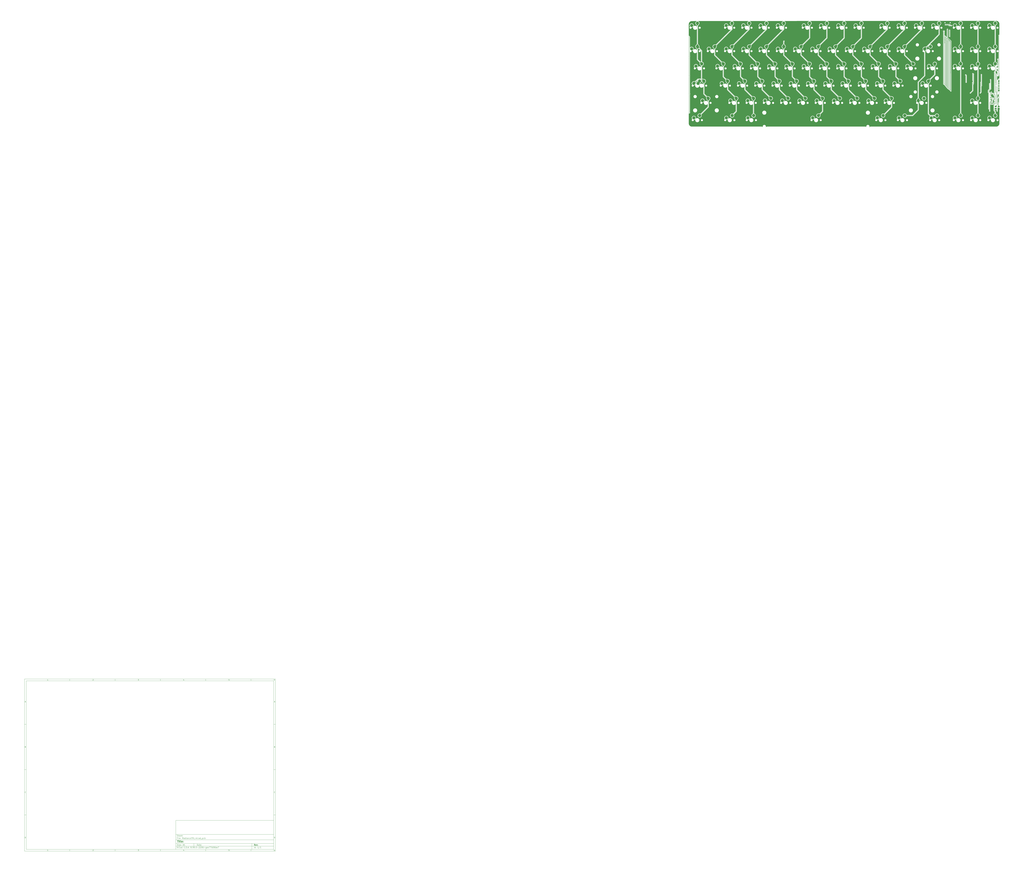
<source format=gbr>
%TF.GenerationSoftware,KiCad,Pcbnew,8.99.0-2206-gee77d06be7*%
%TF.CreationDate,2024-10-02T02:55:55+07:00*%
%TF.ProjectId,RadianceTKL,52616469-616e-4636-9554-4b4c2e6b6963,rev?*%
%TF.SameCoordinates,Original*%
%TF.FileFunction,Copper,L1,Top*%
%TF.FilePolarity,Positive*%
%FSLAX46Y46*%
G04 Gerber Fmt 4.6, Leading zero omitted, Abs format (unit mm)*
G04 Created by KiCad (PCBNEW 8.99.0-2206-gee77d06be7) date 2024-10-02 02:55:55*
%MOMM*%
%LPD*%
G01*
G04 APERTURE LIST*
G04 Aperture macros list*
%AMRoundRect*
0 Rectangle with rounded corners*
0 $1 Rounding radius*
0 $2 $3 $4 $5 $6 $7 $8 $9 X,Y pos of 4 corners*
0 Add a 4 corners polygon primitive as box body*
4,1,4,$2,$3,$4,$5,$6,$7,$8,$9,$2,$3,0*
0 Add four circle primitives for the rounded corners*
1,1,$1+$1,$2,$3*
1,1,$1+$1,$4,$5*
1,1,$1+$1,$6,$7*
1,1,$1+$1,$8,$9*
0 Add four rect primitives between the rounded corners*
20,1,$1+$1,$2,$3,$4,$5,0*
20,1,$1+$1,$4,$5,$6,$7,0*
20,1,$1+$1,$6,$7,$8,$9,0*
20,1,$1+$1,$8,$9,$2,$3,0*%
G04 Aperture macros list end*
%ADD10C,0.100000*%
%ADD11C,0.150000*%
%ADD12C,0.300000*%
%ADD13C,0.400000*%
%TA.AperFunction,ComponentPad*%
%ADD14C,3.500000*%
%TD*%
%TA.AperFunction,SMDPad,CuDef*%
%ADD15R,0.700000X0.700000*%
%TD*%
%TA.AperFunction,ComponentPad*%
%ADD16RoundRect,0.250000X0.750000X-0.600000X0.750000X0.600000X-0.750000X0.600000X-0.750000X-0.600000X0*%
%TD*%
%TA.AperFunction,ComponentPad*%
%ADD17O,2.000000X1.700000*%
%TD*%
%TA.AperFunction,ComponentPad*%
%ADD18RoundRect,0.250000X0.625000X-0.350000X0.625000X0.350000X-0.625000X0.350000X-0.625000X-0.350000X0*%
%TD*%
%TA.AperFunction,ComponentPad*%
%ADD19O,1.750000X1.200000*%
%TD*%
%TA.AperFunction,ComponentPad*%
%ADD20C,0.400000*%
%TD*%
%TA.AperFunction,ComponentPad*%
%ADD21O,1.000000X2.100000*%
%TD*%
%TA.AperFunction,ViaPad*%
%ADD22C,0.400000*%
%TD*%
%TA.AperFunction,Conductor*%
%ADD23C,0.400000*%
%TD*%
%TA.AperFunction,Conductor*%
%ADD24C,0.200000*%
%TD*%
G04 APERTURE END LIST*
D10*
D11*
X177002200Y-166007200D02*
X285002200Y-166007200D01*
X285002200Y-198007200D01*
X177002200Y-198007200D01*
X177002200Y-166007200D01*
D10*
D11*
X10000000Y-10000000D02*
X287002200Y-10000000D01*
X287002200Y-200007200D01*
X10000000Y-200007200D01*
X10000000Y-10000000D01*
D10*
D11*
X12000000Y-12000000D02*
X285002200Y-12000000D01*
X285002200Y-198007200D01*
X12000000Y-198007200D01*
X12000000Y-12000000D01*
D10*
D11*
X60000000Y-12000000D02*
X60000000Y-10000000D01*
D10*
D11*
X110000000Y-12000000D02*
X110000000Y-10000000D01*
D10*
D11*
X160000000Y-12000000D02*
X160000000Y-10000000D01*
D10*
D11*
X210000000Y-12000000D02*
X210000000Y-10000000D01*
D10*
D11*
X260000000Y-12000000D02*
X260000000Y-10000000D01*
D10*
D11*
X36089160Y-11593604D02*
X35346303Y-11593604D01*
X35717731Y-11593604D02*
X35717731Y-10293604D01*
X35717731Y-10293604D02*
X35593922Y-10479319D01*
X35593922Y-10479319D02*
X35470112Y-10603128D01*
X35470112Y-10603128D02*
X35346303Y-10665033D01*
D10*
D11*
X85346303Y-10417414D02*
X85408207Y-10355509D01*
X85408207Y-10355509D02*
X85532017Y-10293604D01*
X85532017Y-10293604D02*
X85841541Y-10293604D01*
X85841541Y-10293604D02*
X85965350Y-10355509D01*
X85965350Y-10355509D02*
X86027255Y-10417414D01*
X86027255Y-10417414D02*
X86089160Y-10541223D01*
X86089160Y-10541223D02*
X86089160Y-10665033D01*
X86089160Y-10665033D02*
X86027255Y-10850747D01*
X86027255Y-10850747D02*
X85284398Y-11593604D01*
X85284398Y-11593604D02*
X86089160Y-11593604D01*
D10*
D11*
X135284398Y-10293604D02*
X136089160Y-10293604D01*
X136089160Y-10293604D02*
X135655826Y-10788842D01*
X135655826Y-10788842D02*
X135841541Y-10788842D01*
X135841541Y-10788842D02*
X135965350Y-10850747D01*
X135965350Y-10850747D02*
X136027255Y-10912652D01*
X136027255Y-10912652D02*
X136089160Y-11036461D01*
X136089160Y-11036461D02*
X136089160Y-11345985D01*
X136089160Y-11345985D02*
X136027255Y-11469795D01*
X136027255Y-11469795D02*
X135965350Y-11531700D01*
X135965350Y-11531700D02*
X135841541Y-11593604D01*
X135841541Y-11593604D02*
X135470112Y-11593604D01*
X135470112Y-11593604D02*
X135346303Y-11531700D01*
X135346303Y-11531700D02*
X135284398Y-11469795D01*
D10*
D11*
X185965350Y-10726938D02*
X185965350Y-11593604D01*
X185655826Y-10231700D02*
X185346303Y-11160271D01*
X185346303Y-11160271D02*
X186151064Y-11160271D01*
D10*
D11*
X236027255Y-10293604D02*
X235408207Y-10293604D01*
X235408207Y-10293604D02*
X235346303Y-10912652D01*
X235346303Y-10912652D02*
X235408207Y-10850747D01*
X235408207Y-10850747D02*
X235532017Y-10788842D01*
X235532017Y-10788842D02*
X235841541Y-10788842D01*
X235841541Y-10788842D02*
X235965350Y-10850747D01*
X235965350Y-10850747D02*
X236027255Y-10912652D01*
X236027255Y-10912652D02*
X236089160Y-11036461D01*
X236089160Y-11036461D02*
X236089160Y-11345985D01*
X236089160Y-11345985D02*
X236027255Y-11469795D01*
X236027255Y-11469795D02*
X235965350Y-11531700D01*
X235965350Y-11531700D02*
X235841541Y-11593604D01*
X235841541Y-11593604D02*
X235532017Y-11593604D01*
X235532017Y-11593604D02*
X235408207Y-11531700D01*
X235408207Y-11531700D02*
X235346303Y-11469795D01*
D10*
D11*
X285965350Y-10293604D02*
X285717731Y-10293604D01*
X285717731Y-10293604D02*
X285593922Y-10355509D01*
X285593922Y-10355509D02*
X285532017Y-10417414D01*
X285532017Y-10417414D02*
X285408207Y-10603128D01*
X285408207Y-10603128D02*
X285346303Y-10850747D01*
X285346303Y-10850747D02*
X285346303Y-11345985D01*
X285346303Y-11345985D02*
X285408207Y-11469795D01*
X285408207Y-11469795D02*
X285470112Y-11531700D01*
X285470112Y-11531700D02*
X285593922Y-11593604D01*
X285593922Y-11593604D02*
X285841541Y-11593604D01*
X285841541Y-11593604D02*
X285965350Y-11531700D01*
X285965350Y-11531700D02*
X286027255Y-11469795D01*
X286027255Y-11469795D02*
X286089160Y-11345985D01*
X286089160Y-11345985D02*
X286089160Y-11036461D01*
X286089160Y-11036461D02*
X286027255Y-10912652D01*
X286027255Y-10912652D02*
X285965350Y-10850747D01*
X285965350Y-10850747D02*
X285841541Y-10788842D01*
X285841541Y-10788842D02*
X285593922Y-10788842D01*
X285593922Y-10788842D02*
X285470112Y-10850747D01*
X285470112Y-10850747D02*
X285408207Y-10912652D01*
X285408207Y-10912652D02*
X285346303Y-11036461D01*
D10*
D11*
X60000000Y-198007200D02*
X60000000Y-200007200D01*
D10*
D11*
X110000000Y-198007200D02*
X110000000Y-200007200D01*
D10*
D11*
X160000000Y-198007200D02*
X160000000Y-200007200D01*
D10*
D11*
X210000000Y-198007200D02*
X210000000Y-200007200D01*
D10*
D11*
X260000000Y-198007200D02*
X260000000Y-200007200D01*
D10*
D11*
X36089160Y-199600804D02*
X35346303Y-199600804D01*
X35717731Y-199600804D02*
X35717731Y-198300804D01*
X35717731Y-198300804D02*
X35593922Y-198486519D01*
X35593922Y-198486519D02*
X35470112Y-198610328D01*
X35470112Y-198610328D02*
X35346303Y-198672233D01*
D10*
D11*
X85346303Y-198424614D02*
X85408207Y-198362709D01*
X85408207Y-198362709D02*
X85532017Y-198300804D01*
X85532017Y-198300804D02*
X85841541Y-198300804D01*
X85841541Y-198300804D02*
X85965350Y-198362709D01*
X85965350Y-198362709D02*
X86027255Y-198424614D01*
X86027255Y-198424614D02*
X86089160Y-198548423D01*
X86089160Y-198548423D02*
X86089160Y-198672233D01*
X86089160Y-198672233D02*
X86027255Y-198857947D01*
X86027255Y-198857947D02*
X85284398Y-199600804D01*
X85284398Y-199600804D02*
X86089160Y-199600804D01*
D10*
D11*
X135284398Y-198300804D02*
X136089160Y-198300804D01*
X136089160Y-198300804D02*
X135655826Y-198796042D01*
X135655826Y-198796042D02*
X135841541Y-198796042D01*
X135841541Y-198796042D02*
X135965350Y-198857947D01*
X135965350Y-198857947D02*
X136027255Y-198919852D01*
X136027255Y-198919852D02*
X136089160Y-199043661D01*
X136089160Y-199043661D02*
X136089160Y-199353185D01*
X136089160Y-199353185D02*
X136027255Y-199476995D01*
X136027255Y-199476995D02*
X135965350Y-199538900D01*
X135965350Y-199538900D02*
X135841541Y-199600804D01*
X135841541Y-199600804D02*
X135470112Y-199600804D01*
X135470112Y-199600804D02*
X135346303Y-199538900D01*
X135346303Y-199538900D02*
X135284398Y-199476995D01*
D10*
D11*
X185965350Y-198734138D02*
X185965350Y-199600804D01*
X185655826Y-198238900D02*
X185346303Y-199167471D01*
X185346303Y-199167471D02*
X186151064Y-199167471D01*
D10*
D11*
X236027255Y-198300804D02*
X235408207Y-198300804D01*
X235408207Y-198300804D02*
X235346303Y-198919852D01*
X235346303Y-198919852D02*
X235408207Y-198857947D01*
X235408207Y-198857947D02*
X235532017Y-198796042D01*
X235532017Y-198796042D02*
X235841541Y-198796042D01*
X235841541Y-198796042D02*
X235965350Y-198857947D01*
X235965350Y-198857947D02*
X236027255Y-198919852D01*
X236027255Y-198919852D02*
X236089160Y-199043661D01*
X236089160Y-199043661D02*
X236089160Y-199353185D01*
X236089160Y-199353185D02*
X236027255Y-199476995D01*
X236027255Y-199476995D02*
X235965350Y-199538900D01*
X235965350Y-199538900D02*
X235841541Y-199600804D01*
X235841541Y-199600804D02*
X235532017Y-199600804D01*
X235532017Y-199600804D02*
X235408207Y-199538900D01*
X235408207Y-199538900D02*
X235346303Y-199476995D01*
D10*
D11*
X285965350Y-198300804D02*
X285717731Y-198300804D01*
X285717731Y-198300804D02*
X285593922Y-198362709D01*
X285593922Y-198362709D02*
X285532017Y-198424614D01*
X285532017Y-198424614D02*
X285408207Y-198610328D01*
X285408207Y-198610328D02*
X285346303Y-198857947D01*
X285346303Y-198857947D02*
X285346303Y-199353185D01*
X285346303Y-199353185D02*
X285408207Y-199476995D01*
X285408207Y-199476995D02*
X285470112Y-199538900D01*
X285470112Y-199538900D02*
X285593922Y-199600804D01*
X285593922Y-199600804D02*
X285841541Y-199600804D01*
X285841541Y-199600804D02*
X285965350Y-199538900D01*
X285965350Y-199538900D02*
X286027255Y-199476995D01*
X286027255Y-199476995D02*
X286089160Y-199353185D01*
X286089160Y-199353185D02*
X286089160Y-199043661D01*
X286089160Y-199043661D02*
X286027255Y-198919852D01*
X286027255Y-198919852D02*
X285965350Y-198857947D01*
X285965350Y-198857947D02*
X285841541Y-198796042D01*
X285841541Y-198796042D02*
X285593922Y-198796042D01*
X285593922Y-198796042D02*
X285470112Y-198857947D01*
X285470112Y-198857947D02*
X285408207Y-198919852D01*
X285408207Y-198919852D02*
X285346303Y-199043661D01*
D10*
D11*
X10000000Y-60000000D02*
X12000000Y-60000000D01*
D10*
D11*
X10000000Y-110000000D02*
X12000000Y-110000000D01*
D10*
D11*
X10000000Y-160000000D02*
X12000000Y-160000000D01*
D10*
D11*
X10690476Y-35222176D02*
X11309523Y-35222176D01*
X10566666Y-35593604D02*
X10999999Y-34293604D01*
X10999999Y-34293604D02*
X11433333Y-35593604D01*
D10*
D11*
X11092857Y-84912652D02*
X11278571Y-84974557D01*
X11278571Y-84974557D02*
X11340476Y-85036461D01*
X11340476Y-85036461D02*
X11402380Y-85160271D01*
X11402380Y-85160271D02*
X11402380Y-85345985D01*
X11402380Y-85345985D02*
X11340476Y-85469795D01*
X11340476Y-85469795D02*
X11278571Y-85531700D01*
X11278571Y-85531700D02*
X11154761Y-85593604D01*
X11154761Y-85593604D02*
X10659523Y-85593604D01*
X10659523Y-85593604D02*
X10659523Y-84293604D01*
X10659523Y-84293604D02*
X11092857Y-84293604D01*
X11092857Y-84293604D02*
X11216666Y-84355509D01*
X11216666Y-84355509D02*
X11278571Y-84417414D01*
X11278571Y-84417414D02*
X11340476Y-84541223D01*
X11340476Y-84541223D02*
X11340476Y-84665033D01*
X11340476Y-84665033D02*
X11278571Y-84788842D01*
X11278571Y-84788842D02*
X11216666Y-84850747D01*
X11216666Y-84850747D02*
X11092857Y-84912652D01*
X11092857Y-84912652D02*
X10659523Y-84912652D01*
D10*
D11*
X11402380Y-135469795D02*
X11340476Y-135531700D01*
X11340476Y-135531700D02*
X11154761Y-135593604D01*
X11154761Y-135593604D02*
X11030952Y-135593604D01*
X11030952Y-135593604D02*
X10845238Y-135531700D01*
X10845238Y-135531700D02*
X10721428Y-135407890D01*
X10721428Y-135407890D02*
X10659523Y-135284080D01*
X10659523Y-135284080D02*
X10597619Y-135036461D01*
X10597619Y-135036461D02*
X10597619Y-134850747D01*
X10597619Y-134850747D02*
X10659523Y-134603128D01*
X10659523Y-134603128D02*
X10721428Y-134479319D01*
X10721428Y-134479319D02*
X10845238Y-134355509D01*
X10845238Y-134355509D02*
X11030952Y-134293604D01*
X11030952Y-134293604D02*
X11154761Y-134293604D01*
X11154761Y-134293604D02*
X11340476Y-134355509D01*
X11340476Y-134355509D02*
X11402380Y-134417414D01*
D10*
D11*
X10659523Y-185593604D02*
X10659523Y-184293604D01*
X10659523Y-184293604D02*
X10969047Y-184293604D01*
X10969047Y-184293604D02*
X11154761Y-184355509D01*
X11154761Y-184355509D02*
X11278571Y-184479319D01*
X11278571Y-184479319D02*
X11340476Y-184603128D01*
X11340476Y-184603128D02*
X11402380Y-184850747D01*
X11402380Y-184850747D02*
X11402380Y-185036461D01*
X11402380Y-185036461D02*
X11340476Y-185284080D01*
X11340476Y-185284080D02*
X11278571Y-185407890D01*
X11278571Y-185407890D02*
X11154761Y-185531700D01*
X11154761Y-185531700D02*
X10969047Y-185593604D01*
X10969047Y-185593604D02*
X10659523Y-185593604D01*
D10*
D11*
X287002200Y-60000000D02*
X285002200Y-60000000D01*
D10*
D11*
X287002200Y-110000000D02*
X285002200Y-110000000D01*
D10*
D11*
X287002200Y-160000000D02*
X285002200Y-160000000D01*
D10*
D11*
X285692676Y-35222176D02*
X286311723Y-35222176D01*
X285568866Y-35593604D02*
X286002199Y-34293604D01*
X286002199Y-34293604D02*
X286435533Y-35593604D01*
D10*
D11*
X286095057Y-84912652D02*
X286280771Y-84974557D01*
X286280771Y-84974557D02*
X286342676Y-85036461D01*
X286342676Y-85036461D02*
X286404580Y-85160271D01*
X286404580Y-85160271D02*
X286404580Y-85345985D01*
X286404580Y-85345985D02*
X286342676Y-85469795D01*
X286342676Y-85469795D02*
X286280771Y-85531700D01*
X286280771Y-85531700D02*
X286156961Y-85593604D01*
X286156961Y-85593604D02*
X285661723Y-85593604D01*
X285661723Y-85593604D02*
X285661723Y-84293604D01*
X285661723Y-84293604D02*
X286095057Y-84293604D01*
X286095057Y-84293604D02*
X286218866Y-84355509D01*
X286218866Y-84355509D02*
X286280771Y-84417414D01*
X286280771Y-84417414D02*
X286342676Y-84541223D01*
X286342676Y-84541223D02*
X286342676Y-84665033D01*
X286342676Y-84665033D02*
X286280771Y-84788842D01*
X286280771Y-84788842D02*
X286218866Y-84850747D01*
X286218866Y-84850747D02*
X286095057Y-84912652D01*
X286095057Y-84912652D02*
X285661723Y-84912652D01*
D10*
D11*
X286404580Y-135469795D02*
X286342676Y-135531700D01*
X286342676Y-135531700D02*
X286156961Y-135593604D01*
X286156961Y-135593604D02*
X286033152Y-135593604D01*
X286033152Y-135593604D02*
X285847438Y-135531700D01*
X285847438Y-135531700D02*
X285723628Y-135407890D01*
X285723628Y-135407890D02*
X285661723Y-135284080D01*
X285661723Y-135284080D02*
X285599819Y-135036461D01*
X285599819Y-135036461D02*
X285599819Y-134850747D01*
X285599819Y-134850747D02*
X285661723Y-134603128D01*
X285661723Y-134603128D02*
X285723628Y-134479319D01*
X285723628Y-134479319D02*
X285847438Y-134355509D01*
X285847438Y-134355509D02*
X286033152Y-134293604D01*
X286033152Y-134293604D02*
X286156961Y-134293604D01*
X286156961Y-134293604D02*
X286342676Y-134355509D01*
X286342676Y-134355509D02*
X286404580Y-134417414D01*
D10*
D11*
X285661723Y-185593604D02*
X285661723Y-184293604D01*
X285661723Y-184293604D02*
X285971247Y-184293604D01*
X285971247Y-184293604D02*
X286156961Y-184355509D01*
X286156961Y-184355509D02*
X286280771Y-184479319D01*
X286280771Y-184479319D02*
X286342676Y-184603128D01*
X286342676Y-184603128D02*
X286404580Y-184850747D01*
X286404580Y-184850747D02*
X286404580Y-185036461D01*
X286404580Y-185036461D02*
X286342676Y-185284080D01*
X286342676Y-185284080D02*
X286280771Y-185407890D01*
X286280771Y-185407890D02*
X286156961Y-185531700D01*
X286156961Y-185531700D02*
X285971247Y-185593604D01*
X285971247Y-185593604D02*
X285661723Y-185593604D01*
D10*
D11*
X200458026Y-193793328D02*
X200458026Y-192293328D01*
X200458026Y-192293328D02*
X200815169Y-192293328D01*
X200815169Y-192293328D02*
X201029455Y-192364757D01*
X201029455Y-192364757D02*
X201172312Y-192507614D01*
X201172312Y-192507614D02*
X201243741Y-192650471D01*
X201243741Y-192650471D02*
X201315169Y-192936185D01*
X201315169Y-192936185D02*
X201315169Y-193150471D01*
X201315169Y-193150471D02*
X201243741Y-193436185D01*
X201243741Y-193436185D02*
X201172312Y-193579042D01*
X201172312Y-193579042D02*
X201029455Y-193721900D01*
X201029455Y-193721900D02*
X200815169Y-193793328D01*
X200815169Y-193793328D02*
X200458026Y-193793328D01*
X202600884Y-193793328D02*
X202600884Y-193007614D01*
X202600884Y-193007614D02*
X202529455Y-192864757D01*
X202529455Y-192864757D02*
X202386598Y-192793328D01*
X202386598Y-192793328D02*
X202100884Y-192793328D01*
X202100884Y-192793328D02*
X201958026Y-192864757D01*
X202600884Y-193721900D02*
X202458026Y-193793328D01*
X202458026Y-193793328D02*
X202100884Y-193793328D01*
X202100884Y-193793328D02*
X201958026Y-193721900D01*
X201958026Y-193721900D02*
X201886598Y-193579042D01*
X201886598Y-193579042D02*
X201886598Y-193436185D01*
X201886598Y-193436185D02*
X201958026Y-193293328D01*
X201958026Y-193293328D02*
X202100884Y-193221900D01*
X202100884Y-193221900D02*
X202458026Y-193221900D01*
X202458026Y-193221900D02*
X202600884Y-193150471D01*
X203100884Y-192793328D02*
X203672312Y-192793328D01*
X203315169Y-192293328D02*
X203315169Y-193579042D01*
X203315169Y-193579042D02*
X203386598Y-193721900D01*
X203386598Y-193721900D02*
X203529455Y-193793328D01*
X203529455Y-193793328D02*
X203672312Y-193793328D01*
X204743741Y-193721900D02*
X204600884Y-193793328D01*
X204600884Y-193793328D02*
X204315170Y-193793328D01*
X204315170Y-193793328D02*
X204172312Y-193721900D01*
X204172312Y-193721900D02*
X204100884Y-193579042D01*
X204100884Y-193579042D02*
X204100884Y-193007614D01*
X204100884Y-193007614D02*
X204172312Y-192864757D01*
X204172312Y-192864757D02*
X204315170Y-192793328D01*
X204315170Y-192793328D02*
X204600884Y-192793328D01*
X204600884Y-192793328D02*
X204743741Y-192864757D01*
X204743741Y-192864757D02*
X204815170Y-193007614D01*
X204815170Y-193007614D02*
X204815170Y-193150471D01*
X204815170Y-193150471D02*
X204100884Y-193293328D01*
X205458026Y-193650471D02*
X205529455Y-193721900D01*
X205529455Y-193721900D02*
X205458026Y-193793328D01*
X205458026Y-193793328D02*
X205386598Y-193721900D01*
X205386598Y-193721900D02*
X205458026Y-193650471D01*
X205458026Y-193650471D02*
X205458026Y-193793328D01*
X205458026Y-192864757D02*
X205529455Y-192936185D01*
X205529455Y-192936185D02*
X205458026Y-193007614D01*
X205458026Y-193007614D02*
X205386598Y-192936185D01*
X205386598Y-192936185D02*
X205458026Y-192864757D01*
X205458026Y-192864757D02*
X205458026Y-193007614D01*
D10*
D11*
X177002200Y-194507200D02*
X285002200Y-194507200D01*
D10*
D11*
X178458026Y-196593328D02*
X178458026Y-195093328D01*
X179315169Y-196593328D02*
X178672312Y-195736185D01*
X179315169Y-195093328D02*
X178458026Y-195950471D01*
X179958026Y-196593328D02*
X179958026Y-195593328D01*
X179958026Y-195093328D02*
X179886598Y-195164757D01*
X179886598Y-195164757D02*
X179958026Y-195236185D01*
X179958026Y-195236185D02*
X180029455Y-195164757D01*
X180029455Y-195164757D02*
X179958026Y-195093328D01*
X179958026Y-195093328D02*
X179958026Y-195236185D01*
X181529455Y-196450471D02*
X181458027Y-196521900D01*
X181458027Y-196521900D02*
X181243741Y-196593328D01*
X181243741Y-196593328D02*
X181100884Y-196593328D01*
X181100884Y-196593328D02*
X180886598Y-196521900D01*
X180886598Y-196521900D02*
X180743741Y-196379042D01*
X180743741Y-196379042D02*
X180672312Y-196236185D01*
X180672312Y-196236185D02*
X180600884Y-195950471D01*
X180600884Y-195950471D02*
X180600884Y-195736185D01*
X180600884Y-195736185D02*
X180672312Y-195450471D01*
X180672312Y-195450471D02*
X180743741Y-195307614D01*
X180743741Y-195307614D02*
X180886598Y-195164757D01*
X180886598Y-195164757D02*
X181100884Y-195093328D01*
X181100884Y-195093328D02*
X181243741Y-195093328D01*
X181243741Y-195093328D02*
X181458027Y-195164757D01*
X181458027Y-195164757D02*
X181529455Y-195236185D01*
X182815170Y-196593328D02*
X182815170Y-195807614D01*
X182815170Y-195807614D02*
X182743741Y-195664757D01*
X182743741Y-195664757D02*
X182600884Y-195593328D01*
X182600884Y-195593328D02*
X182315170Y-195593328D01*
X182315170Y-195593328D02*
X182172312Y-195664757D01*
X182815170Y-196521900D02*
X182672312Y-196593328D01*
X182672312Y-196593328D02*
X182315170Y-196593328D01*
X182315170Y-196593328D02*
X182172312Y-196521900D01*
X182172312Y-196521900D02*
X182100884Y-196379042D01*
X182100884Y-196379042D02*
X182100884Y-196236185D01*
X182100884Y-196236185D02*
X182172312Y-196093328D01*
X182172312Y-196093328D02*
X182315170Y-196021900D01*
X182315170Y-196021900D02*
X182672312Y-196021900D01*
X182672312Y-196021900D02*
X182815170Y-195950471D01*
X184172313Y-196593328D02*
X184172313Y-195093328D01*
X184172313Y-196521900D02*
X184029455Y-196593328D01*
X184029455Y-196593328D02*
X183743741Y-196593328D01*
X183743741Y-196593328D02*
X183600884Y-196521900D01*
X183600884Y-196521900D02*
X183529455Y-196450471D01*
X183529455Y-196450471D02*
X183458027Y-196307614D01*
X183458027Y-196307614D02*
X183458027Y-195879042D01*
X183458027Y-195879042D02*
X183529455Y-195736185D01*
X183529455Y-195736185D02*
X183600884Y-195664757D01*
X183600884Y-195664757D02*
X183743741Y-195593328D01*
X183743741Y-195593328D02*
X184029455Y-195593328D01*
X184029455Y-195593328D02*
X184172313Y-195664757D01*
X186029455Y-195807614D02*
X186529455Y-195807614D01*
X186743741Y-196593328D02*
X186029455Y-196593328D01*
X186029455Y-196593328D02*
X186029455Y-195093328D01*
X186029455Y-195093328D02*
X186743741Y-195093328D01*
X187386598Y-196450471D02*
X187458027Y-196521900D01*
X187458027Y-196521900D02*
X187386598Y-196593328D01*
X187386598Y-196593328D02*
X187315170Y-196521900D01*
X187315170Y-196521900D02*
X187386598Y-196450471D01*
X187386598Y-196450471D02*
X187386598Y-196593328D01*
X188100884Y-196593328D02*
X188100884Y-195093328D01*
X188100884Y-195093328D02*
X188458027Y-195093328D01*
X188458027Y-195093328D02*
X188672313Y-195164757D01*
X188672313Y-195164757D02*
X188815170Y-195307614D01*
X188815170Y-195307614D02*
X188886599Y-195450471D01*
X188886599Y-195450471D02*
X188958027Y-195736185D01*
X188958027Y-195736185D02*
X188958027Y-195950471D01*
X188958027Y-195950471D02*
X188886599Y-196236185D01*
X188886599Y-196236185D02*
X188815170Y-196379042D01*
X188815170Y-196379042D02*
X188672313Y-196521900D01*
X188672313Y-196521900D02*
X188458027Y-196593328D01*
X188458027Y-196593328D02*
X188100884Y-196593328D01*
X189600884Y-196450471D02*
X189672313Y-196521900D01*
X189672313Y-196521900D02*
X189600884Y-196593328D01*
X189600884Y-196593328D02*
X189529456Y-196521900D01*
X189529456Y-196521900D02*
X189600884Y-196450471D01*
X189600884Y-196450471D02*
X189600884Y-196593328D01*
X190243742Y-196164757D02*
X190958028Y-196164757D01*
X190100885Y-196593328D02*
X190600885Y-195093328D01*
X190600885Y-195093328D02*
X191100885Y-196593328D01*
X191600884Y-196450471D02*
X191672313Y-196521900D01*
X191672313Y-196521900D02*
X191600884Y-196593328D01*
X191600884Y-196593328D02*
X191529456Y-196521900D01*
X191529456Y-196521900D02*
X191600884Y-196450471D01*
X191600884Y-196450471D02*
X191600884Y-196593328D01*
X193672313Y-195736185D02*
X193529456Y-195664757D01*
X193529456Y-195664757D02*
X193458027Y-195593328D01*
X193458027Y-195593328D02*
X193386599Y-195450471D01*
X193386599Y-195450471D02*
X193386599Y-195379042D01*
X193386599Y-195379042D02*
X193458027Y-195236185D01*
X193458027Y-195236185D02*
X193529456Y-195164757D01*
X193529456Y-195164757D02*
X193672313Y-195093328D01*
X193672313Y-195093328D02*
X193958027Y-195093328D01*
X193958027Y-195093328D02*
X194100885Y-195164757D01*
X194100885Y-195164757D02*
X194172313Y-195236185D01*
X194172313Y-195236185D02*
X194243742Y-195379042D01*
X194243742Y-195379042D02*
X194243742Y-195450471D01*
X194243742Y-195450471D02*
X194172313Y-195593328D01*
X194172313Y-195593328D02*
X194100885Y-195664757D01*
X194100885Y-195664757D02*
X193958027Y-195736185D01*
X193958027Y-195736185D02*
X193672313Y-195736185D01*
X193672313Y-195736185D02*
X193529456Y-195807614D01*
X193529456Y-195807614D02*
X193458027Y-195879042D01*
X193458027Y-195879042D02*
X193386599Y-196021900D01*
X193386599Y-196021900D02*
X193386599Y-196307614D01*
X193386599Y-196307614D02*
X193458027Y-196450471D01*
X193458027Y-196450471D02*
X193529456Y-196521900D01*
X193529456Y-196521900D02*
X193672313Y-196593328D01*
X193672313Y-196593328D02*
X193958027Y-196593328D01*
X193958027Y-196593328D02*
X194100885Y-196521900D01*
X194100885Y-196521900D02*
X194172313Y-196450471D01*
X194172313Y-196450471D02*
X194243742Y-196307614D01*
X194243742Y-196307614D02*
X194243742Y-196021900D01*
X194243742Y-196021900D02*
X194172313Y-195879042D01*
X194172313Y-195879042D02*
X194100885Y-195807614D01*
X194100885Y-195807614D02*
X193958027Y-195736185D01*
X194886598Y-196450471D02*
X194958027Y-196521900D01*
X194958027Y-196521900D02*
X194886598Y-196593328D01*
X194886598Y-196593328D02*
X194815170Y-196521900D01*
X194815170Y-196521900D02*
X194886598Y-196450471D01*
X194886598Y-196450471D02*
X194886598Y-196593328D01*
X195672313Y-196593328D02*
X195958027Y-196593328D01*
X195958027Y-196593328D02*
X196100884Y-196521900D01*
X196100884Y-196521900D02*
X196172313Y-196450471D01*
X196172313Y-196450471D02*
X196315170Y-196236185D01*
X196315170Y-196236185D02*
X196386599Y-195950471D01*
X196386599Y-195950471D02*
X196386599Y-195379042D01*
X196386599Y-195379042D02*
X196315170Y-195236185D01*
X196315170Y-195236185D02*
X196243742Y-195164757D01*
X196243742Y-195164757D02*
X196100884Y-195093328D01*
X196100884Y-195093328D02*
X195815170Y-195093328D01*
X195815170Y-195093328D02*
X195672313Y-195164757D01*
X195672313Y-195164757D02*
X195600884Y-195236185D01*
X195600884Y-195236185D02*
X195529456Y-195379042D01*
X195529456Y-195379042D02*
X195529456Y-195736185D01*
X195529456Y-195736185D02*
X195600884Y-195879042D01*
X195600884Y-195879042D02*
X195672313Y-195950471D01*
X195672313Y-195950471D02*
X195815170Y-196021900D01*
X195815170Y-196021900D02*
X196100884Y-196021900D01*
X196100884Y-196021900D02*
X196243742Y-195950471D01*
X196243742Y-195950471D02*
X196315170Y-195879042D01*
X196315170Y-195879042D02*
X196386599Y-195736185D01*
X197100884Y-196593328D02*
X197386598Y-196593328D01*
X197386598Y-196593328D02*
X197529455Y-196521900D01*
X197529455Y-196521900D02*
X197600884Y-196450471D01*
X197600884Y-196450471D02*
X197743741Y-196236185D01*
X197743741Y-196236185D02*
X197815170Y-195950471D01*
X197815170Y-195950471D02*
X197815170Y-195379042D01*
X197815170Y-195379042D02*
X197743741Y-195236185D01*
X197743741Y-195236185D02*
X197672313Y-195164757D01*
X197672313Y-195164757D02*
X197529455Y-195093328D01*
X197529455Y-195093328D02*
X197243741Y-195093328D01*
X197243741Y-195093328D02*
X197100884Y-195164757D01*
X197100884Y-195164757D02*
X197029455Y-195236185D01*
X197029455Y-195236185D02*
X196958027Y-195379042D01*
X196958027Y-195379042D02*
X196958027Y-195736185D01*
X196958027Y-195736185D02*
X197029455Y-195879042D01*
X197029455Y-195879042D02*
X197100884Y-195950471D01*
X197100884Y-195950471D02*
X197243741Y-196021900D01*
X197243741Y-196021900D02*
X197529455Y-196021900D01*
X197529455Y-196021900D02*
X197672313Y-195950471D01*
X197672313Y-195950471D02*
X197743741Y-195879042D01*
X197743741Y-195879042D02*
X197815170Y-195736185D01*
X198458026Y-196450471D02*
X198529455Y-196521900D01*
X198529455Y-196521900D02*
X198458026Y-196593328D01*
X198458026Y-196593328D02*
X198386598Y-196521900D01*
X198386598Y-196521900D02*
X198458026Y-196450471D01*
X198458026Y-196450471D02*
X198458026Y-196593328D01*
X199458027Y-195093328D02*
X199600884Y-195093328D01*
X199600884Y-195093328D02*
X199743741Y-195164757D01*
X199743741Y-195164757D02*
X199815170Y-195236185D01*
X199815170Y-195236185D02*
X199886598Y-195379042D01*
X199886598Y-195379042D02*
X199958027Y-195664757D01*
X199958027Y-195664757D02*
X199958027Y-196021900D01*
X199958027Y-196021900D02*
X199886598Y-196307614D01*
X199886598Y-196307614D02*
X199815170Y-196450471D01*
X199815170Y-196450471D02*
X199743741Y-196521900D01*
X199743741Y-196521900D02*
X199600884Y-196593328D01*
X199600884Y-196593328D02*
X199458027Y-196593328D01*
X199458027Y-196593328D02*
X199315170Y-196521900D01*
X199315170Y-196521900D02*
X199243741Y-196450471D01*
X199243741Y-196450471D02*
X199172312Y-196307614D01*
X199172312Y-196307614D02*
X199100884Y-196021900D01*
X199100884Y-196021900D02*
X199100884Y-195664757D01*
X199100884Y-195664757D02*
X199172312Y-195379042D01*
X199172312Y-195379042D02*
X199243741Y-195236185D01*
X199243741Y-195236185D02*
X199315170Y-195164757D01*
X199315170Y-195164757D02*
X199458027Y-195093328D01*
X200600883Y-196021900D02*
X201743741Y-196021900D01*
X202386598Y-195236185D02*
X202458026Y-195164757D01*
X202458026Y-195164757D02*
X202600884Y-195093328D01*
X202600884Y-195093328D02*
X202958026Y-195093328D01*
X202958026Y-195093328D02*
X203100884Y-195164757D01*
X203100884Y-195164757D02*
X203172312Y-195236185D01*
X203172312Y-195236185D02*
X203243741Y-195379042D01*
X203243741Y-195379042D02*
X203243741Y-195521900D01*
X203243741Y-195521900D02*
X203172312Y-195736185D01*
X203172312Y-195736185D02*
X202315169Y-196593328D01*
X202315169Y-196593328D02*
X203243741Y-196593328D01*
X203815169Y-195236185D02*
X203886597Y-195164757D01*
X203886597Y-195164757D02*
X204029455Y-195093328D01*
X204029455Y-195093328D02*
X204386597Y-195093328D01*
X204386597Y-195093328D02*
X204529455Y-195164757D01*
X204529455Y-195164757D02*
X204600883Y-195236185D01*
X204600883Y-195236185D02*
X204672312Y-195379042D01*
X204672312Y-195379042D02*
X204672312Y-195521900D01*
X204672312Y-195521900D02*
X204600883Y-195736185D01*
X204600883Y-195736185D02*
X203743740Y-196593328D01*
X203743740Y-196593328D02*
X204672312Y-196593328D01*
X205600883Y-195093328D02*
X205743740Y-195093328D01*
X205743740Y-195093328D02*
X205886597Y-195164757D01*
X205886597Y-195164757D02*
X205958026Y-195236185D01*
X205958026Y-195236185D02*
X206029454Y-195379042D01*
X206029454Y-195379042D02*
X206100883Y-195664757D01*
X206100883Y-195664757D02*
X206100883Y-196021900D01*
X206100883Y-196021900D02*
X206029454Y-196307614D01*
X206029454Y-196307614D02*
X205958026Y-196450471D01*
X205958026Y-196450471D02*
X205886597Y-196521900D01*
X205886597Y-196521900D02*
X205743740Y-196593328D01*
X205743740Y-196593328D02*
X205600883Y-196593328D01*
X205600883Y-196593328D02*
X205458026Y-196521900D01*
X205458026Y-196521900D02*
X205386597Y-196450471D01*
X205386597Y-196450471D02*
X205315168Y-196307614D01*
X205315168Y-196307614D02*
X205243740Y-196021900D01*
X205243740Y-196021900D02*
X205243740Y-195664757D01*
X205243740Y-195664757D02*
X205315168Y-195379042D01*
X205315168Y-195379042D02*
X205386597Y-195236185D01*
X205386597Y-195236185D02*
X205458026Y-195164757D01*
X205458026Y-195164757D02*
X205600883Y-195093328D01*
X207386597Y-195093328D02*
X207100882Y-195093328D01*
X207100882Y-195093328D02*
X206958025Y-195164757D01*
X206958025Y-195164757D02*
X206886597Y-195236185D01*
X206886597Y-195236185D02*
X206743739Y-195450471D01*
X206743739Y-195450471D02*
X206672311Y-195736185D01*
X206672311Y-195736185D02*
X206672311Y-196307614D01*
X206672311Y-196307614D02*
X206743739Y-196450471D01*
X206743739Y-196450471D02*
X206815168Y-196521900D01*
X206815168Y-196521900D02*
X206958025Y-196593328D01*
X206958025Y-196593328D02*
X207243739Y-196593328D01*
X207243739Y-196593328D02*
X207386597Y-196521900D01*
X207386597Y-196521900D02*
X207458025Y-196450471D01*
X207458025Y-196450471D02*
X207529454Y-196307614D01*
X207529454Y-196307614D02*
X207529454Y-195950471D01*
X207529454Y-195950471D02*
X207458025Y-195807614D01*
X207458025Y-195807614D02*
X207386597Y-195736185D01*
X207386597Y-195736185D02*
X207243739Y-195664757D01*
X207243739Y-195664757D02*
X206958025Y-195664757D01*
X206958025Y-195664757D02*
X206815168Y-195736185D01*
X206815168Y-195736185D02*
X206743739Y-195807614D01*
X206743739Y-195807614D02*
X206672311Y-195950471D01*
X208172310Y-196021900D02*
X209315168Y-196021900D01*
X210672311Y-195593328D02*
X210672311Y-196807614D01*
X210672311Y-196807614D02*
X210600882Y-196950471D01*
X210600882Y-196950471D02*
X210529453Y-197021900D01*
X210529453Y-197021900D02*
X210386596Y-197093328D01*
X210386596Y-197093328D02*
X210172311Y-197093328D01*
X210172311Y-197093328D02*
X210029453Y-197021900D01*
X210672311Y-196521900D02*
X210529453Y-196593328D01*
X210529453Y-196593328D02*
X210243739Y-196593328D01*
X210243739Y-196593328D02*
X210100882Y-196521900D01*
X210100882Y-196521900D02*
X210029453Y-196450471D01*
X210029453Y-196450471D02*
X209958025Y-196307614D01*
X209958025Y-196307614D02*
X209958025Y-195879042D01*
X209958025Y-195879042D02*
X210029453Y-195736185D01*
X210029453Y-195736185D02*
X210100882Y-195664757D01*
X210100882Y-195664757D02*
X210243739Y-195593328D01*
X210243739Y-195593328D02*
X210529453Y-195593328D01*
X210529453Y-195593328D02*
X210672311Y-195664757D01*
X211958025Y-196521900D02*
X211815168Y-196593328D01*
X211815168Y-196593328D02*
X211529454Y-196593328D01*
X211529454Y-196593328D02*
X211386596Y-196521900D01*
X211386596Y-196521900D02*
X211315168Y-196379042D01*
X211315168Y-196379042D02*
X211315168Y-195807614D01*
X211315168Y-195807614D02*
X211386596Y-195664757D01*
X211386596Y-195664757D02*
X211529454Y-195593328D01*
X211529454Y-195593328D02*
X211815168Y-195593328D01*
X211815168Y-195593328D02*
X211958025Y-195664757D01*
X211958025Y-195664757D02*
X212029454Y-195807614D01*
X212029454Y-195807614D02*
X212029454Y-195950471D01*
X212029454Y-195950471D02*
X211315168Y-196093328D01*
X213243739Y-196521900D02*
X213100882Y-196593328D01*
X213100882Y-196593328D02*
X212815168Y-196593328D01*
X212815168Y-196593328D02*
X212672310Y-196521900D01*
X212672310Y-196521900D02*
X212600882Y-196379042D01*
X212600882Y-196379042D02*
X212600882Y-195807614D01*
X212600882Y-195807614D02*
X212672310Y-195664757D01*
X212672310Y-195664757D02*
X212815168Y-195593328D01*
X212815168Y-195593328D02*
X213100882Y-195593328D01*
X213100882Y-195593328D02*
X213243739Y-195664757D01*
X213243739Y-195664757D02*
X213315168Y-195807614D01*
X213315168Y-195807614D02*
X213315168Y-195950471D01*
X213315168Y-195950471D02*
X212600882Y-196093328D01*
X213815167Y-195093328D02*
X214815167Y-195093328D01*
X214815167Y-195093328D02*
X214172310Y-196593328D01*
X215243738Y-195093328D02*
X216243738Y-195093328D01*
X216243738Y-195093328D02*
X215600881Y-196593328D01*
X217458024Y-196593328D02*
X217458024Y-195093328D01*
X217458024Y-196521900D02*
X217315166Y-196593328D01*
X217315166Y-196593328D02*
X217029452Y-196593328D01*
X217029452Y-196593328D02*
X216886595Y-196521900D01*
X216886595Y-196521900D02*
X216815166Y-196450471D01*
X216815166Y-196450471D02*
X216743738Y-196307614D01*
X216743738Y-196307614D02*
X216743738Y-195879042D01*
X216743738Y-195879042D02*
X216815166Y-195736185D01*
X216815166Y-195736185D02*
X216886595Y-195664757D01*
X216886595Y-195664757D02*
X217029452Y-195593328D01*
X217029452Y-195593328D02*
X217315166Y-195593328D01*
X217315166Y-195593328D02*
X217458024Y-195664757D01*
X218458024Y-195093328D02*
X218600881Y-195093328D01*
X218600881Y-195093328D02*
X218743738Y-195164757D01*
X218743738Y-195164757D02*
X218815167Y-195236185D01*
X218815167Y-195236185D02*
X218886595Y-195379042D01*
X218886595Y-195379042D02*
X218958024Y-195664757D01*
X218958024Y-195664757D02*
X218958024Y-196021900D01*
X218958024Y-196021900D02*
X218886595Y-196307614D01*
X218886595Y-196307614D02*
X218815167Y-196450471D01*
X218815167Y-196450471D02*
X218743738Y-196521900D01*
X218743738Y-196521900D02*
X218600881Y-196593328D01*
X218600881Y-196593328D02*
X218458024Y-196593328D01*
X218458024Y-196593328D02*
X218315167Y-196521900D01*
X218315167Y-196521900D02*
X218243738Y-196450471D01*
X218243738Y-196450471D02*
X218172309Y-196307614D01*
X218172309Y-196307614D02*
X218100881Y-196021900D01*
X218100881Y-196021900D02*
X218100881Y-195664757D01*
X218100881Y-195664757D02*
X218172309Y-195379042D01*
X218172309Y-195379042D02*
X218243738Y-195236185D01*
X218243738Y-195236185D02*
X218315167Y-195164757D01*
X218315167Y-195164757D02*
X218458024Y-195093328D01*
X220243738Y-195093328D02*
X219958023Y-195093328D01*
X219958023Y-195093328D02*
X219815166Y-195164757D01*
X219815166Y-195164757D02*
X219743738Y-195236185D01*
X219743738Y-195236185D02*
X219600880Y-195450471D01*
X219600880Y-195450471D02*
X219529452Y-195736185D01*
X219529452Y-195736185D02*
X219529452Y-196307614D01*
X219529452Y-196307614D02*
X219600880Y-196450471D01*
X219600880Y-196450471D02*
X219672309Y-196521900D01*
X219672309Y-196521900D02*
X219815166Y-196593328D01*
X219815166Y-196593328D02*
X220100880Y-196593328D01*
X220100880Y-196593328D02*
X220243738Y-196521900D01*
X220243738Y-196521900D02*
X220315166Y-196450471D01*
X220315166Y-196450471D02*
X220386595Y-196307614D01*
X220386595Y-196307614D02*
X220386595Y-195950471D01*
X220386595Y-195950471D02*
X220315166Y-195807614D01*
X220315166Y-195807614D02*
X220243738Y-195736185D01*
X220243738Y-195736185D02*
X220100880Y-195664757D01*
X220100880Y-195664757D02*
X219815166Y-195664757D01*
X219815166Y-195664757D02*
X219672309Y-195736185D01*
X219672309Y-195736185D02*
X219600880Y-195807614D01*
X219600880Y-195807614D02*
X219529452Y-195950471D01*
X221029451Y-196593328D02*
X221029451Y-195093328D01*
X221029451Y-195664757D02*
X221172309Y-195593328D01*
X221172309Y-195593328D02*
X221458023Y-195593328D01*
X221458023Y-195593328D02*
X221600880Y-195664757D01*
X221600880Y-195664757D02*
X221672309Y-195736185D01*
X221672309Y-195736185D02*
X221743737Y-195879042D01*
X221743737Y-195879042D02*
X221743737Y-196307614D01*
X221743737Y-196307614D02*
X221672309Y-196450471D01*
X221672309Y-196450471D02*
X221600880Y-196521900D01*
X221600880Y-196521900D02*
X221458023Y-196593328D01*
X221458023Y-196593328D02*
X221172309Y-196593328D01*
X221172309Y-196593328D02*
X221029451Y-196521900D01*
X222958023Y-196521900D02*
X222815166Y-196593328D01*
X222815166Y-196593328D02*
X222529452Y-196593328D01*
X222529452Y-196593328D02*
X222386594Y-196521900D01*
X222386594Y-196521900D02*
X222315166Y-196379042D01*
X222315166Y-196379042D02*
X222315166Y-195807614D01*
X222315166Y-195807614D02*
X222386594Y-195664757D01*
X222386594Y-195664757D02*
X222529452Y-195593328D01*
X222529452Y-195593328D02*
X222815166Y-195593328D01*
X222815166Y-195593328D02*
X222958023Y-195664757D01*
X222958023Y-195664757D02*
X223029452Y-195807614D01*
X223029452Y-195807614D02*
X223029452Y-195950471D01*
X223029452Y-195950471D02*
X222315166Y-196093328D01*
X223529451Y-195093328D02*
X224529451Y-195093328D01*
X224529451Y-195093328D02*
X223886594Y-196593328D01*
D10*
D11*
X177002200Y-191507200D02*
X285002200Y-191507200D01*
D10*
D12*
X264413853Y-193785528D02*
X263913853Y-193071242D01*
X263556710Y-193785528D02*
X263556710Y-192285528D01*
X263556710Y-192285528D02*
X264128139Y-192285528D01*
X264128139Y-192285528D02*
X264270996Y-192356957D01*
X264270996Y-192356957D02*
X264342425Y-192428385D01*
X264342425Y-192428385D02*
X264413853Y-192571242D01*
X264413853Y-192571242D02*
X264413853Y-192785528D01*
X264413853Y-192785528D02*
X264342425Y-192928385D01*
X264342425Y-192928385D02*
X264270996Y-192999814D01*
X264270996Y-192999814D02*
X264128139Y-193071242D01*
X264128139Y-193071242D02*
X263556710Y-193071242D01*
X265628139Y-193714100D02*
X265485282Y-193785528D01*
X265485282Y-193785528D02*
X265199568Y-193785528D01*
X265199568Y-193785528D02*
X265056710Y-193714100D01*
X265056710Y-193714100D02*
X264985282Y-193571242D01*
X264985282Y-193571242D02*
X264985282Y-192999814D01*
X264985282Y-192999814D02*
X265056710Y-192856957D01*
X265056710Y-192856957D02*
X265199568Y-192785528D01*
X265199568Y-192785528D02*
X265485282Y-192785528D01*
X265485282Y-192785528D02*
X265628139Y-192856957D01*
X265628139Y-192856957D02*
X265699568Y-192999814D01*
X265699568Y-192999814D02*
X265699568Y-193142671D01*
X265699568Y-193142671D02*
X264985282Y-193285528D01*
X266199567Y-192785528D02*
X266556710Y-193785528D01*
X266556710Y-193785528D02*
X266913853Y-192785528D01*
X267485281Y-193642671D02*
X267556710Y-193714100D01*
X267556710Y-193714100D02*
X267485281Y-193785528D01*
X267485281Y-193785528D02*
X267413853Y-193714100D01*
X267413853Y-193714100D02*
X267485281Y-193642671D01*
X267485281Y-193642671D02*
X267485281Y-193785528D01*
X267485281Y-192856957D02*
X267556710Y-192928385D01*
X267556710Y-192928385D02*
X267485281Y-192999814D01*
X267485281Y-192999814D02*
X267413853Y-192928385D01*
X267413853Y-192928385D02*
X267485281Y-192856957D01*
X267485281Y-192856957D02*
X267485281Y-192999814D01*
D10*
D11*
X178386598Y-193721900D02*
X178600884Y-193793328D01*
X178600884Y-193793328D02*
X178958026Y-193793328D01*
X178958026Y-193793328D02*
X179100884Y-193721900D01*
X179100884Y-193721900D02*
X179172312Y-193650471D01*
X179172312Y-193650471D02*
X179243741Y-193507614D01*
X179243741Y-193507614D02*
X179243741Y-193364757D01*
X179243741Y-193364757D02*
X179172312Y-193221900D01*
X179172312Y-193221900D02*
X179100884Y-193150471D01*
X179100884Y-193150471D02*
X178958026Y-193079042D01*
X178958026Y-193079042D02*
X178672312Y-193007614D01*
X178672312Y-193007614D02*
X178529455Y-192936185D01*
X178529455Y-192936185D02*
X178458026Y-192864757D01*
X178458026Y-192864757D02*
X178386598Y-192721900D01*
X178386598Y-192721900D02*
X178386598Y-192579042D01*
X178386598Y-192579042D02*
X178458026Y-192436185D01*
X178458026Y-192436185D02*
X178529455Y-192364757D01*
X178529455Y-192364757D02*
X178672312Y-192293328D01*
X178672312Y-192293328D02*
X179029455Y-192293328D01*
X179029455Y-192293328D02*
X179243741Y-192364757D01*
X179886597Y-193793328D02*
X179886597Y-192793328D01*
X179886597Y-192293328D02*
X179815169Y-192364757D01*
X179815169Y-192364757D02*
X179886597Y-192436185D01*
X179886597Y-192436185D02*
X179958026Y-192364757D01*
X179958026Y-192364757D02*
X179886597Y-192293328D01*
X179886597Y-192293328D02*
X179886597Y-192436185D01*
X180458026Y-192793328D02*
X181243741Y-192793328D01*
X181243741Y-192793328D02*
X180458026Y-193793328D01*
X180458026Y-193793328D02*
X181243741Y-193793328D01*
X182386598Y-193721900D02*
X182243741Y-193793328D01*
X182243741Y-193793328D02*
X181958027Y-193793328D01*
X181958027Y-193793328D02*
X181815169Y-193721900D01*
X181815169Y-193721900D02*
X181743741Y-193579042D01*
X181743741Y-193579042D02*
X181743741Y-193007614D01*
X181743741Y-193007614D02*
X181815169Y-192864757D01*
X181815169Y-192864757D02*
X181958027Y-192793328D01*
X181958027Y-192793328D02*
X182243741Y-192793328D01*
X182243741Y-192793328D02*
X182386598Y-192864757D01*
X182386598Y-192864757D02*
X182458027Y-193007614D01*
X182458027Y-193007614D02*
X182458027Y-193150471D01*
X182458027Y-193150471D02*
X181743741Y-193293328D01*
X183100883Y-193650471D02*
X183172312Y-193721900D01*
X183172312Y-193721900D02*
X183100883Y-193793328D01*
X183100883Y-193793328D02*
X183029455Y-193721900D01*
X183029455Y-193721900D02*
X183100883Y-193650471D01*
X183100883Y-193650471D02*
X183100883Y-193793328D01*
X183100883Y-192864757D02*
X183172312Y-192936185D01*
X183172312Y-192936185D02*
X183100883Y-193007614D01*
X183100883Y-193007614D02*
X183029455Y-192936185D01*
X183029455Y-192936185D02*
X183100883Y-192864757D01*
X183100883Y-192864757D02*
X183100883Y-193007614D01*
X184886598Y-193364757D02*
X185600884Y-193364757D01*
X184743741Y-193793328D02*
X185243741Y-192293328D01*
X185243741Y-192293328D02*
X185743741Y-193793328D01*
X186886598Y-192793328D02*
X186886598Y-193793328D01*
X186529455Y-192221900D02*
X186172312Y-193293328D01*
X186172312Y-193293328D02*
X187100883Y-193293328D01*
D10*
D11*
X263458026Y-196593328D02*
X263458026Y-195093328D01*
X264815170Y-196593328D02*
X264815170Y-195093328D01*
X264815170Y-196521900D02*
X264672312Y-196593328D01*
X264672312Y-196593328D02*
X264386598Y-196593328D01*
X264386598Y-196593328D02*
X264243741Y-196521900D01*
X264243741Y-196521900D02*
X264172312Y-196450471D01*
X264172312Y-196450471D02*
X264100884Y-196307614D01*
X264100884Y-196307614D02*
X264100884Y-195879042D01*
X264100884Y-195879042D02*
X264172312Y-195736185D01*
X264172312Y-195736185D02*
X264243741Y-195664757D01*
X264243741Y-195664757D02*
X264386598Y-195593328D01*
X264386598Y-195593328D02*
X264672312Y-195593328D01*
X264672312Y-195593328D02*
X264815170Y-195664757D01*
X265529455Y-196450471D02*
X265600884Y-196521900D01*
X265600884Y-196521900D02*
X265529455Y-196593328D01*
X265529455Y-196593328D02*
X265458027Y-196521900D01*
X265458027Y-196521900D02*
X265529455Y-196450471D01*
X265529455Y-196450471D02*
X265529455Y-196593328D01*
X265529455Y-195664757D02*
X265600884Y-195736185D01*
X265600884Y-195736185D02*
X265529455Y-195807614D01*
X265529455Y-195807614D02*
X265458027Y-195736185D01*
X265458027Y-195736185D02*
X265529455Y-195664757D01*
X265529455Y-195664757D02*
X265529455Y-195807614D01*
X268172313Y-196593328D02*
X267315170Y-196593328D01*
X267743741Y-196593328D02*
X267743741Y-195093328D01*
X267743741Y-195093328D02*
X267600884Y-195307614D01*
X267600884Y-195307614D02*
X267458027Y-195450471D01*
X267458027Y-195450471D02*
X267315170Y-195521900D01*
X269886598Y-195021900D02*
X268600884Y-196950471D01*
X271172313Y-196593328D02*
X270315170Y-196593328D01*
X270743741Y-196593328D02*
X270743741Y-195093328D01*
X270743741Y-195093328D02*
X270600884Y-195307614D01*
X270600884Y-195307614D02*
X270458027Y-195450471D01*
X270458027Y-195450471D02*
X270315170Y-195521900D01*
D10*
D11*
X177002200Y-187507200D02*
X285002200Y-187507200D01*
D10*
D13*
X178693928Y-188211638D02*
X179836785Y-188211638D01*
X179015357Y-190211638D02*
X179265357Y-188211638D01*
X180253452Y-190211638D02*
X180420119Y-188878304D01*
X180503452Y-188211638D02*
X180396309Y-188306876D01*
X180396309Y-188306876D02*
X180479643Y-188402114D01*
X180479643Y-188402114D02*
X180586786Y-188306876D01*
X180586786Y-188306876D02*
X180503452Y-188211638D01*
X180503452Y-188211638D02*
X180479643Y-188402114D01*
X181086786Y-188878304D02*
X181848690Y-188878304D01*
X181455833Y-188211638D02*
X181241548Y-189925923D01*
X181241548Y-189925923D02*
X181312976Y-190116400D01*
X181312976Y-190116400D02*
X181491548Y-190211638D01*
X181491548Y-190211638D02*
X181682024Y-190211638D01*
X182634405Y-190211638D02*
X182455833Y-190116400D01*
X182455833Y-190116400D02*
X182384405Y-189925923D01*
X182384405Y-189925923D02*
X182598690Y-188211638D01*
X184170119Y-190116400D02*
X183967738Y-190211638D01*
X183967738Y-190211638D02*
X183586785Y-190211638D01*
X183586785Y-190211638D02*
X183408214Y-190116400D01*
X183408214Y-190116400D02*
X183336785Y-189925923D01*
X183336785Y-189925923D02*
X183432024Y-189164019D01*
X183432024Y-189164019D02*
X183551071Y-188973542D01*
X183551071Y-188973542D02*
X183753452Y-188878304D01*
X183753452Y-188878304D02*
X184134404Y-188878304D01*
X184134404Y-188878304D02*
X184312976Y-188973542D01*
X184312976Y-188973542D02*
X184384404Y-189164019D01*
X184384404Y-189164019D02*
X184360595Y-189354495D01*
X184360595Y-189354495D02*
X183384404Y-189544971D01*
X185134405Y-190021161D02*
X185217738Y-190116400D01*
X185217738Y-190116400D02*
X185110595Y-190211638D01*
X185110595Y-190211638D02*
X185027262Y-190116400D01*
X185027262Y-190116400D02*
X185134405Y-190021161D01*
X185134405Y-190021161D02*
X185110595Y-190211638D01*
X185265357Y-188973542D02*
X185348690Y-189068780D01*
X185348690Y-189068780D02*
X185241548Y-189164019D01*
X185241548Y-189164019D02*
X185158214Y-189068780D01*
X185158214Y-189068780D02*
X185265357Y-188973542D01*
X185265357Y-188973542D02*
X185241548Y-189164019D01*
D10*
D11*
X178958026Y-185607614D02*
X178458026Y-185607614D01*
X178458026Y-186393328D02*
X178458026Y-184893328D01*
X178458026Y-184893328D02*
X179172312Y-184893328D01*
X179743740Y-186393328D02*
X179743740Y-185393328D01*
X179743740Y-184893328D02*
X179672312Y-184964757D01*
X179672312Y-184964757D02*
X179743740Y-185036185D01*
X179743740Y-185036185D02*
X179815169Y-184964757D01*
X179815169Y-184964757D02*
X179743740Y-184893328D01*
X179743740Y-184893328D02*
X179743740Y-185036185D01*
X180672312Y-186393328D02*
X180529455Y-186321900D01*
X180529455Y-186321900D02*
X180458026Y-186179042D01*
X180458026Y-186179042D02*
X180458026Y-184893328D01*
X181815169Y-186321900D02*
X181672312Y-186393328D01*
X181672312Y-186393328D02*
X181386598Y-186393328D01*
X181386598Y-186393328D02*
X181243740Y-186321900D01*
X181243740Y-186321900D02*
X181172312Y-186179042D01*
X181172312Y-186179042D02*
X181172312Y-185607614D01*
X181172312Y-185607614D02*
X181243740Y-185464757D01*
X181243740Y-185464757D02*
X181386598Y-185393328D01*
X181386598Y-185393328D02*
X181672312Y-185393328D01*
X181672312Y-185393328D02*
X181815169Y-185464757D01*
X181815169Y-185464757D02*
X181886598Y-185607614D01*
X181886598Y-185607614D02*
X181886598Y-185750471D01*
X181886598Y-185750471D02*
X181172312Y-185893328D01*
X182529454Y-186250471D02*
X182600883Y-186321900D01*
X182600883Y-186321900D02*
X182529454Y-186393328D01*
X182529454Y-186393328D02*
X182458026Y-186321900D01*
X182458026Y-186321900D02*
X182529454Y-186250471D01*
X182529454Y-186250471D02*
X182529454Y-186393328D01*
X182529454Y-185464757D02*
X182600883Y-185536185D01*
X182600883Y-185536185D02*
X182529454Y-185607614D01*
X182529454Y-185607614D02*
X182458026Y-185536185D01*
X182458026Y-185536185D02*
X182529454Y-185464757D01*
X182529454Y-185464757D02*
X182529454Y-185607614D01*
X185243740Y-186393328D02*
X184743740Y-185679042D01*
X184386597Y-186393328D02*
X184386597Y-184893328D01*
X184386597Y-184893328D02*
X184958026Y-184893328D01*
X184958026Y-184893328D02*
X185100883Y-184964757D01*
X185100883Y-184964757D02*
X185172312Y-185036185D01*
X185172312Y-185036185D02*
X185243740Y-185179042D01*
X185243740Y-185179042D02*
X185243740Y-185393328D01*
X185243740Y-185393328D02*
X185172312Y-185536185D01*
X185172312Y-185536185D02*
X185100883Y-185607614D01*
X185100883Y-185607614D02*
X184958026Y-185679042D01*
X184958026Y-185679042D02*
X184386597Y-185679042D01*
X186529455Y-186393328D02*
X186529455Y-185607614D01*
X186529455Y-185607614D02*
X186458026Y-185464757D01*
X186458026Y-185464757D02*
X186315169Y-185393328D01*
X186315169Y-185393328D02*
X186029455Y-185393328D01*
X186029455Y-185393328D02*
X185886597Y-185464757D01*
X186529455Y-186321900D02*
X186386597Y-186393328D01*
X186386597Y-186393328D02*
X186029455Y-186393328D01*
X186029455Y-186393328D02*
X185886597Y-186321900D01*
X185886597Y-186321900D02*
X185815169Y-186179042D01*
X185815169Y-186179042D02*
X185815169Y-186036185D01*
X185815169Y-186036185D02*
X185886597Y-185893328D01*
X185886597Y-185893328D02*
X186029455Y-185821900D01*
X186029455Y-185821900D02*
X186386597Y-185821900D01*
X186386597Y-185821900D02*
X186529455Y-185750471D01*
X187886598Y-186393328D02*
X187886598Y-184893328D01*
X187886598Y-186321900D02*
X187743740Y-186393328D01*
X187743740Y-186393328D02*
X187458026Y-186393328D01*
X187458026Y-186393328D02*
X187315169Y-186321900D01*
X187315169Y-186321900D02*
X187243740Y-186250471D01*
X187243740Y-186250471D02*
X187172312Y-186107614D01*
X187172312Y-186107614D02*
X187172312Y-185679042D01*
X187172312Y-185679042D02*
X187243740Y-185536185D01*
X187243740Y-185536185D02*
X187315169Y-185464757D01*
X187315169Y-185464757D02*
X187458026Y-185393328D01*
X187458026Y-185393328D02*
X187743740Y-185393328D01*
X187743740Y-185393328D02*
X187886598Y-185464757D01*
X188600883Y-186393328D02*
X188600883Y-185393328D01*
X188600883Y-184893328D02*
X188529455Y-184964757D01*
X188529455Y-184964757D02*
X188600883Y-185036185D01*
X188600883Y-185036185D02*
X188672312Y-184964757D01*
X188672312Y-184964757D02*
X188600883Y-184893328D01*
X188600883Y-184893328D02*
X188600883Y-185036185D01*
X189958027Y-186393328D02*
X189958027Y-185607614D01*
X189958027Y-185607614D02*
X189886598Y-185464757D01*
X189886598Y-185464757D02*
X189743741Y-185393328D01*
X189743741Y-185393328D02*
X189458027Y-185393328D01*
X189458027Y-185393328D02*
X189315169Y-185464757D01*
X189958027Y-186321900D02*
X189815169Y-186393328D01*
X189815169Y-186393328D02*
X189458027Y-186393328D01*
X189458027Y-186393328D02*
X189315169Y-186321900D01*
X189315169Y-186321900D02*
X189243741Y-186179042D01*
X189243741Y-186179042D02*
X189243741Y-186036185D01*
X189243741Y-186036185D02*
X189315169Y-185893328D01*
X189315169Y-185893328D02*
X189458027Y-185821900D01*
X189458027Y-185821900D02*
X189815169Y-185821900D01*
X189815169Y-185821900D02*
X189958027Y-185750471D01*
X190672312Y-185393328D02*
X190672312Y-186393328D01*
X190672312Y-185536185D02*
X190743741Y-185464757D01*
X190743741Y-185464757D02*
X190886598Y-185393328D01*
X190886598Y-185393328D02*
X191100884Y-185393328D01*
X191100884Y-185393328D02*
X191243741Y-185464757D01*
X191243741Y-185464757D02*
X191315170Y-185607614D01*
X191315170Y-185607614D02*
X191315170Y-186393328D01*
X192672313Y-186321900D02*
X192529455Y-186393328D01*
X192529455Y-186393328D02*
X192243741Y-186393328D01*
X192243741Y-186393328D02*
X192100884Y-186321900D01*
X192100884Y-186321900D02*
X192029455Y-186250471D01*
X192029455Y-186250471D02*
X191958027Y-186107614D01*
X191958027Y-186107614D02*
X191958027Y-185679042D01*
X191958027Y-185679042D02*
X192029455Y-185536185D01*
X192029455Y-185536185D02*
X192100884Y-185464757D01*
X192100884Y-185464757D02*
X192243741Y-185393328D01*
X192243741Y-185393328D02*
X192529455Y-185393328D01*
X192529455Y-185393328D02*
X192672313Y-185464757D01*
X193886598Y-186321900D02*
X193743741Y-186393328D01*
X193743741Y-186393328D02*
X193458027Y-186393328D01*
X193458027Y-186393328D02*
X193315169Y-186321900D01*
X193315169Y-186321900D02*
X193243741Y-186179042D01*
X193243741Y-186179042D02*
X193243741Y-185607614D01*
X193243741Y-185607614D02*
X193315169Y-185464757D01*
X193315169Y-185464757D02*
X193458027Y-185393328D01*
X193458027Y-185393328D02*
X193743741Y-185393328D01*
X193743741Y-185393328D02*
X193886598Y-185464757D01*
X193886598Y-185464757D02*
X193958027Y-185607614D01*
X193958027Y-185607614D02*
X193958027Y-185750471D01*
X193958027Y-185750471D02*
X193243741Y-185893328D01*
X194386598Y-184893328D02*
X195243741Y-184893328D01*
X194815169Y-186393328D02*
X194815169Y-184893328D01*
X195743740Y-186393328D02*
X195743740Y-184893328D01*
X196600883Y-186393328D02*
X195958026Y-185536185D01*
X196600883Y-184893328D02*
X195743740Y-185750471D01*
X197958026Y-186393328D02*
X197243740Y-186393328D01*
X197243740Y-186393328D02*
X197243740Y-184893328D01*
X198458026Y-186250471D02*
X198529455Y-186321900D01*
X198529455Y-186321900D02*
X198458026Y-186393328D01*
X198458026Y-186393328D02*
X198386598Y-186321900D01*
X198386598Y-186321900D02*
X198458026Y-186250471D01*
X198458026Y-186250471D02*
X198458026Y-186393328D01*
X199172312Y-186393328D02*
X199172312Y-184893328D01*
X199315170Y-185821900D02*
X199743741Y-186393328D01*
X199743741Y-185393328D02*
X199172312Y-185964757D01*
X200386598Y-186393328D02*
X200386598Y-185393328D01*
X200386598Y-184893328D02*
X200315170Y-184964757D01*
X200315170Y-184964757D02*
X200386598Y-185036185D01*
X200386598Y-185036185D02*
X200458027Y-184964757D01*
X200458027Y-184964757D02*
X200386598Y-184893328D01*
X200386598Y-184893328D02*
X200386598Y-185036185D01*
X201743742Y-186321900D02*
X201600884Y-186393328D01*
X201600884Y-186393328D02*
X201315170Y-186393328D01*
X201315170Y-186393328D02*
X201172313Y-186321900D01*
X201172313Y-186321900D02*
X201100884Y-186250471D01*
X201100884Y-186250471D02*
X201029456Y-186107614D01*
X201029456Y-186107614D02*
X201029456Y-185679042D01*
X201029456Y-185679042D02*
X201100884Y-185536185D01*
X201100884Y-185536185D02*
X201172313Y-185464757D01*
X201172313Y-185464757D02*
X201315170Y-185393328D01*
X201315170Y-185393328D02*
X201600884Y-185393328D01*
X201600884Y-185393328D02*
X201743742Y-185464757D01*
X203029456Y-186393328D02*
X203029456Y-185607614D01*
X203029456Y-185607614D02*
X202958027Y-185464757D01*
X202958027Y-185464757D02*
X202815170Y-185393328D01*
X202815170Y-185393328D02*
X202529456Y-185393328D01*
X202529456Y-185393328D02*
X202386598Y-185464757D01*
X203029456Y-186321900D02*
X202886598Y-186393328D01*
X202886598Y-186393328D02*
X202529456Y-186393328D01*
X202529456Y-186393328D02*
X202386598Y-186321900D01*
X202386598Y-186321900D02*
X202315170Y-186179042D01*
X202315170Y-186179042D02*
X202315170Y-186036185D01*
X202315170Y-186036185D02*
X202386598Y-185893328D01*
X202386598Y-185893328D02*
X202529456Y-185821900D01*
X202529456Y-185821900D02*
X202886598Y-185821900D01*
X202886598Y-185821900D02*
X203029456Y-185750471D01*
X204386599Y-186393328D02*
X204386599Y-184893328D01*
X204386599Y-186321900D02*
X204243741Y-186393328D01*
X204243741Y-186393328D02*
X203958027Y-186393328D01*
X203958027Y-186393328D02*
X203815170Y-186321900D01*
X203815170Y-186321900D02*
X203743741Y-186250471D01*
X203743741Y-186250471D02*
X203672313Y-186107614D01*
X203672313Y-186107614D02*
X203672313Y-185679042D01*
X203672313Y-185679042D02*
X203743741Y-185536185D01*
X203743741Y-185536185D02*
X203815170Y-185464757D01*
X203815170Y-185464757D02*
X203958027Y-185393328D01*
X203958027Y-185393328D02*
X204243741Y-185393328D01*
X204243741Y-185393328D02*
X204386599Y-185464757D01*
X204743742Y-186536185D02*
X205886599Y-186536185D01*
X206243741Y-185393328D02*
X206243741Y-186893328D01*
X206243741Y-185464757D02*
X206386599Y-185393328D01*
X206386599Y-185393328D02*
X206672313Y-185393328D01*
X206672313Y-185393328D02*
X206815170Y-185464757D01*
X206815170Y-185464757D02*
X206886599Y-185536185D01*
X206886599Y-185536185D02*
X206958027Y-185679042D01*
X206958027Y-185679042D02*
X206958027Y-186107614D01*
X206958027Y-186107614D02*
X206886599Y-186250471D01*
X206886599Y-186250471D02*
X206815170Y-186321900D01*
X206815170Y-186321900D02*
X206672313Y-186393328D01*
X206672313Y-186393328D02*
X206386599Y-186393328D01*
X206386599Y-186393328D02*
X206243741Y-186321900D01*
X208243742Y-186321900D02*
X208100884Y-186393328D01*
X208100884Y-186393328D02*
X207815170Y-186393328D01*
X207815170Y-186393328D02*
X207672313Y-186321900D01*
X207672313Y-186321900D02*
X207600884Y-186250471D01*
X207600884Y-186250471D02*
X207529456Y-186107614D01*
X207529456Y-186107614D02*
X207529456Y-185679042D01*
X207529456Y-185679042D02*
X207600884Y-185536185D01*
X207600884Y-185536185D02*
X207672313Y-185464757D01*
X207672313Y-185464757D02*
X207815170Y-185393328D01*
X207815170Y-185393328D02*
X208100884Y-185393328D01*
X208100884Y-185393328D02*
X208243742Y-185464757D01*
X208886598Y-186393328D02*
X208886598Y-184893328D01*
X208886598Y-185464757D02*
X209029456Y-185393328D01*
X209029456Y-185393328D02*
X209315170Y-185393328D01*
X209315170Y-185393328D02*
X209458027Y-185464757D01*
X209458027Y-185464757D02*
X209529456Y-185536185D01*
X209529456Y-185536185D02*
X209600884Y-185679042D01*
X209600884Y-185679042D02*
X209600884Y-186107614D01*
X209600884Y-186107614D02*
X209529456Y-186250471D01*
X209529456Y-186250471D02*
X209458027Y-186321900D01*
X209458027Y-186321900D02*
X209315170Y-186393328D01*
X209315170Y-186393328D02*
X209029456Y-186393328D01*
X209029456Y-186393328D02*
X208886598Y-186321900D01*
D10*
D11*
X177002200Y-181507200D02*
X285002200Y-181507200D01*
D10*
D11*
X178386598Y-183621900D02*
X178600884Y-183693328D01*
X178600884Y-183693328D02*
X178958026Y-183693328D01*
X178958026Y-183693328D02*
X179100884Y-183621900D01*
X179100884Y-183621900D02*
X179172312Y-183550471D01*
X179172312Y-183550471D02*
X179243741Y-183407614D01*
X179243741Y-183407614D02*
X179243741Y-183264757D01*
X179243741Y-183264757D02*
X179172312Y-183121900D01*
X179172312Y-183121900D02*
X179100884Y-183050471D01*
X179100884Y-183050471D02*
X178958026Y-182979042D01*
X178958026Y-182979042D02*
X178672312Y-182907614D01*
X178672312Y-182907614D02*
X178529455Y-182836185D01*
X178529455Y-182836185D02*
X178458026Y-182764757D01*
X178458026Y-182764757D02*
X178386598Y-182621900D01*
X178386598Y-182621900D02*
X178386598Y-182479042D01*
X178386598Y-182479042D02*
X178458026Y-182336185D01*
X178458026Y-182336185D02*
X178529455Y-182264757D01*
X178529455Y-182264757D02*
X178672312Y-182193328D01*
X178672312Y-182193328D02*
X179029455Y-182193328D01*
X179029455Y-182193328D02*
X179243741Y-182264757D01*
X179886597Y-183693328D02*
X179886597Y-182193328D01*
X180529455Y-183693328D02*
X180529455Y-182907614D01*
X180529455Y-182907614D02*
X180458026Y-182764757D01*
X180458026Y-182764757D02*
X180315169Y-182693328D01*
X180315169Y-182693328D02*
X180100883Y-182693328D01*
X180100883Y-182693328D02*
X179958026Y-182764757D01*
X179958026Y-182764757D02*
X179886597Y-182836185D01*
X181815169Y-183621900D02*
X181672312Y-183693328D01*
X181672312Y-183693328D02*
X181386598Y-183693328D01*
X181386598Y-183693328D02*
X181243740Y-183621900D01*
X181243740Y-183621900D02*
X181172312Y-183479042D01*
X181172312Y-183479042D02*
X181172312Y-182907614D01*
X181172312Y-182907614D02*
X181243740Y-182764757D01*
X181243740Y-182764757D02*
X181386598Y-182693328D01*
X181386598Y-182693328D02*
X181672312Y-182693328D01*
X181672312Y-182693328D02*
X181815169Y-182764757D01*
X181815169Y-182764757D02*
X181886598Y-182907614D01*
X181886598Y-182907614D02*
X181886598Y-183050471D01*
X181886598Y-183050471D02*
X181172312Y-183193328D01*
X183100883Y-183621900D02*
X182958026Y-183693328D01*
X182958026Y-183693328D02*
X182672312Y-183693328D01*
X182672312Y-183693328D02*
X182529454Y-183621900D01*
X182529454Y-183621900D02*
X182458026Y-183479042D01*
X182458026Y-183479042D02*
X182458026Y-182907614D01*
X182458026Y-182907614D02*
X182529454Y-182764757D01*
X182529454Y-182764757D02*
X182672312Y-182693328D01*
X182672312Y-182693328D02*
X182958026Y-182693328D01*
X182958026Y-182693328D02*
X183100883Y-182764757D01*
X183100883Y-182764757D02*
X183172312Y-182907614D01*
X183172312Y-182907614D02*
X183172312Y-183050471D01*
X183172312Y-183050471D02*
X182458026Y-183193328D01*
X183600883Y-182693328D02*
X184172311Y-182693328D01*
X183815168Y-182193328D02*
X183815168Y-183479042D01*
X183815168Y-183479042D02*
X183886597Y-183621900D01*
X183886597Y-183621900D02*
X184029454Y-183693328D01*
X184029454Y-183693328D02*
X184172311Y-183693328D01*
X184672311Y-183550471D02*
X184743740Y-183621900D01*
X184743740Y-183621900D02*
X184672311Y-183693328D01*
X184672311Y-183693328D02*
X184600883Y-183621900D01*
X184600883Y-183621900D02*
X184672311Y-183550471D01*
X184672311Y-183550471D02*
X184672311Y-183693328D01*
X184672311Y-182764757D02*
X184743740Y-182836185D01*
X184743740Y-182836185D02*
X184672311Y-182907614D01*
X184672311Y-182907614D02*
X184600883Y-182836185D01*
X184600883Y-182836185D02*
X184672311Y-182764757D01*
X184672311Y-182764757D02*
X184672311Y-182907614D01*
D10*
D11*
X197002200Y-191507200D02*
X197002200Y-194507200D01*
D10*
D11*
X261002200Y-191507200D02*
X261002200Y-198007200D01*
D14*
%TO.P,SW82,1,1*%
%TO.N,Net-(D82-A)*%
X1055750000Y628450000D03*
%TO.P,SW82,2,2*%
%TO.N,C16*%
X1062100000Y630990000D03*
%TD*%
%TO.P,SW24,1,1*%
%TO.N,Net-(D24-A)*%
X750943000Y666550000D03*
%TO.P,SW24,2,2*%
%TO.N,C0*%
X757293000Y669090000D03*
%TD*%
D15*
%TO.P,D83,1,DOUT*%
%TO.N,Net-(D83-DOUT)*%
X1075860000Y635065000D03*
%TO.P,D83,2,VSS*%
%TO.N,GND*%
X1076960000Y635065000D03*
%TO.P,D83,3,DIN*%
%TO.N,RGB*%
X1076960000Y636895000D03*
%TO.P,D83,4,VDD*%
%TO.N,+5V*%
X1075860000Y636895000D03*
%TD*%
D14*
%TO.P,SW76,1,1*%
%TO.N,Net-(D76-A)*%
X960492500Y628450000D03*
%TO.P,SW76,2,2*%
%TO.N,C10*%
X966842500Y630990000D03*
%TD*%
%TO.P,SW29,1,1*%
%TO.N,Net-(D29-A)*%
X955740000Y711400000D03*
%TO.P,SW29,2,2*%
%TO.N,C10*%
X962090000Y713940000D03*
%TD*%
%TO.P,SW39,1,1*%
%TO.N,Net-(D39-A)*%
X812855000Y666550000D03*
%TO.P,SW39,2,2*%
%TO.N,C3*%
X819205000Y669090000D03*
%TD*%
%TO.P,SW44,1,1*%
%TO.N,Net-(D44-A)*%
X908105000Y666550000D03*
%TO.P,SW44,2,2*%
%TO.N,C8*%
X914455000Y669090000D03*
%TD*%
D16*
%TO.P,SWb\u00F4trst1,1,1*%
%TO.N,GND*%
X1085005000Y619390000D03*
D17*
%TO.P,SWb\u00F4trst1,2,2*%
%TO.N,RST*%
X1085005000Y621890000D03*
%TD*%
D14*
%TO.P,SW68,1,1*%
%TO.N,Net-(D68-A)*%
X808092500Y628450000D03*
%TO.P,SW68,2,2*%
%TO.N,C2*%
X814442500Y630990000D03*
%TD*%
%TO.P,SW54,1,1*%
%TO.N,Net-(D54-A)*%
X779517500Y647500000D03*
%TO.P,SW54,2,2*%
%TO.N,C1*%
X785867500Y650040000D03*
%TD*%
%TO.P,SW16,1,1*%
%TO.N,Net-(D16-A)*%
X1036700000Y685590000D03*
%TO.P,SW16,2,2*%
%TO.N,C15*%
X1043050000Y688130000D03*
%TD*%
%TO.P,SW51,1,1*%
%TO.N,Net-(D51-A)*%
X1036700000Y666540000D03*
%TO.P,SW51,2,2*%
%TO.N,C15*%
X1043050000Y669080000D03*
%TD*%
%TO.P,SW6,1,1*%
%TO.N,Net-(D6-A)*%
X841430000Y685600000D03*
%TO.P,SW6,2,2*%
%TO.N,C5*%
X847780000Y688140000D03*
%TD*%
%TO.P,SW81,1,1*%
%TO.N,Net-(D81-A)*%
X808256500Y609410000D03*
%TO.P,SW81,2,2*%
%TO.N,C2*%
X814606500Y611950000D03*
%TD*%
%TO.P,SW52,1,1*%
%TO.N,Net-(D52-A)*%
X1055750000Y666540000D03*
%TO.P,SW52,2,2*%
%TO.N,C16*%
X1062100000Y669080000D03*
%TD*%
D15*
%TO.P,D85,1,DOUT*%
%TO.N,Net-(D85-DOUT)*%
X1075860000Y625065000D03*
%TO.P,D85,2,VSS*%
%TO.N,GND*%
X1076960000Y625065000D03*
%TO.P,D85,3,DIN*%
%TO.N,Net-(D84-DOUT)*%
X1076960000Y626895000D03*
%TO.P,D85,4,VDD*%
%TO.N,+5V*%
X1075860000Y626895000D03*
%TD*%
D14*
%TO.P,SW37,1,1*%
%TO.N,Net-(D37-A)*%
X774755000Y666550000D03*
%TO.P,SW37,2,2*%
%TO.N,C1*%
X781105000Y669090000D03*
%TD*%
%TO.P,SW60,1,1*%
%TO.N,Net-(D60-A)*%
X893817500Y647500000D03*
%TO.P,SW60,2,2*%
%TO.N,C7*%
X900167500Y650040000D03*
%TD*%
%TO.P,SW3,1,1*%
%TO.N,Net-(D3-A)*%
X784280000Y685600000D03*
%TO.P,SW3,2,2*%
%TO.N,C2*%
X790630000Y688140000D03*
%TD*%
%TO.P,SW31,1,1*%
%TO.N,Net-(D31-A)*%
X993840000Y711400000D03*
%TO.P,SW31,2,2*%
%TO.N,C12*%
X1000190000Y713940000D03*
%TD*%
%TO.P,SW72,1,1*%
%TO.N,Net-(D72-A)*%
X884292500Y628450000D03*
%TO.P,SW72,2,2*%
%TO.N,C6*%
X890642500Y630990000D03*
%TD*%
%TO.P,SW13,1,1*%
%TO.N,Net-(D13-A)*%
X974780000Y685600000D03*
%TO.P,SW13,2,2*%
%TO.N,C12*%
X981130000Y688140000D03*
%TD*%
%TO.P,SW2,1,1*%
%TO.N,Net-(D2-A)*%
X765230000Y685600000D03*
%TO.P,SW2,2,2*%
%TO.N,C1*%
X771580000Y688140000D03*
%TD*%
%TO.P,SW63,1,1*%
%TO.N,Net-(D63-A)*%
X950967500Y647500000D03*
%TO.P,SW63,2,2*%
%TO.N,C10*%
X957317500Y650040000D03*
%TD*%
%TO.P,SW8,1,1*%
%TO.N,Net-(D8-A)*%
X879530000Y685600000D03*
%TO.P,SW8,2,2*%
%TO.N,C7*%
X885880000Y688140000D03*
%TD*%
%TO.P,SW43,1,1*%
%TO.N,Net-(D43-A)*%
X889055000Y666550000D03*
%TO.P,SW43,2,2*%
%TO.N,C7*%
X895405000Y669090000D03*
%TD*%
%TO.P,SW1002,1,1*%
%TO.N,C0*%
X748561000Y647500000D03*
%TO.P,SW1002,2,2*%
%TO.N,Net-(D49-A)*%
X754911000Y650040000D03*
%TD*%
%TO.P,SW38,1,1*%
%TO.N,Net-(D38-A)*%
X793805000Y666550000D03*
%TO.P,SW38,2,2*%
%TO.N,C2*%
X800155000Y669090000D03*
%TD*%
%TO.P,SW47,1,1*%
%TO.N,Net-(D47-A)*%
X965255000Y666550000D03*
%TO.P,SW47,2,2*%
%TO.N,C11*%
X971605000Y669090000D03*
%TD*%
%TO.P,SW4,1,1*%
%TO.N,Net-(D4-A)*%
X803330000Y685600000D03*
%TO.P,SW4,2,2*%
%TO.N,C3*%
X809680000Y688140000D03*
%TD*%
D15*
%TO.P,D33,1,DOUT*%
%TO.N,Net-(D15-DIN)*%
X1080460000Y636895000D03*
%TO.P,D33,2,VSS*%
%TO.N,GND*%
X1079360000Y636895000D03*
%TO.P,D33,3,DIN*%
%TO.N,Net-(D33-DIN)*%
X1079360000Y635065000D03*
%TO.P,D33,4,VDD*%
%TO.N,+5V*%
X1080460000Y635065000D03*
%TD*%
D14*
%TO.P,SW55,1,1*%
%TO.N,Net-(D55-A)*%
X798567500Y647500000D03*
%TO.P,SW55,2,2*%
%TO.N,C2*%
X804917500Y650040000D03*
%TD*%
%TO.P,SW67,1,1*%
%TO.N,Net-(D67-A)*%
X1001048100Y647500000D03*
%TO.P,SW67,2,2*%
%TO.N,C14*%
X1007398100Y650040000D03*
%TD*%
%TO.P,SW22,1,1*%
%TO.N,Net-(D22-A)*%
X822390000Y711400000D03*
%TO.P,SW22,2,2*%
%TO.N,C3*%
X828740000Y713940000D03*
%TD*%
%TO.P,SW97,1,1*%
%TO.N,Net-(D97-A)*%
X1074800000Y609400000D03*
%TO.P,SW97,2,2*%
%TO.N,C17*%
X1081150000Y611940000D03*
%TD*%
%TO.P,SW11,1,1*%
%TO.N,Net-(D11-A)*%
X936680000Y685600000D03*
%TO.P,SW11,2,2*%
%TO.N,C10*%
X943030000Y688140000D03*
%TD*%
%TO.P,SW19,1,1*%
%TO.N,Net-(D19-A)*%
X746200000Y711390000D03*
%TO.P,SW19,2,2*%
%TO.N,C0*%
X752550000Y713930000D03*
%TD*%
%TO.P,SW18,1,1*%
%TO.N,Net-(D18-A)*%
X1074800000Y685590000D03*
%TO.P,SW18,2,2*%
%TO.N,C17*%
X1081150000Y688130000D03*
%TD*%
%TO.P,SW25,1,1*%
%TO.N,Net-(D25-A)*%
X870020000Y711400000D03*
%TO.P,SW25,2,2*%
%TO.N,C6*%
X876370000Y713940000D03*
%TD*%
%TO.P,SW1001,1,1*%
%TO.N,C13*%
X1003355000Y685600000D03*
%TO.P,SW1001,2,2*%
%TO.N,Net-(D14-A)*%
X1009705000Y688140000D03*
%TD*%
%TO.P,SW1000,1,1*%
%TO.N,C13*%
X996211500Y628450000D03*
%TO.P,SW1000,2,2*%
%TO.N,Net-(D79-A)*%
X1002561500Y630990000D03*
%TD*%
%TO.P,SW93,1,1*%
%TO.N,Net-(D93-A)*%
X974944000Y609410000D03*
%TO.P,SW93,2,2*%
%TO.N,C13*%
X981294000Y611950000D03*
%TD*%
%TO.P,SW86,1,1*%
%TO.N,Net-(D86-A)*%
X879694000Y609410000D03*
%TO.P,SW86,2,2*%
%TO.N,C6*%
X886044000Y611950000D03*
%TD*%
%TO.P,SW9,1,1*%
%TO.N,Net-(D9-A)*%
X898580000Y685600000D03*
%TO.P,SW9,2,2*%
%TO.N,C8*%
X904930000Y688140000D03*
%TD*%
%TO.P,SW46,1,1*%
%TO.N,Net-(D46-A)*%
X946205000Y666550000D03*
%TO.P,SW46,2,2*%
%TO.N,C10*%
X952555000Y669090000D03*
%TD*%
%TO.P,SW62,1,1*%
%TO.N,Net-(D62-A)*%
X931917500Y647500000D03*
%TO.P,SW62,2,2*%
%TO.N,C9*%
X938267500Y650040000D03*
%TD*%
%TO.P,SW41,1,1*%
%TO.N,Net-(D41-A)*%
X850955000Y666550000D03*
%TO.P,SW41,2,2*%
%TO.N,C5*%
X857305000Y669090000D03*
%TD*%
%TO.P,SW12,1,1*%
%TO.N,Net-(D12-A)*%
X955730000Y685600000D03*
%TO.P,SW12,2,2*%
%TO.N,C11*%
X962080000Y688140000D03*
%TD*%
%TO.P,SW49,1,1*%
%TO.N,Net-(D49-A)*%
X753324000Y647500000D03*
%TO.P,SW49,2,2*%
%TO.N,C0*%
X759674000Y650040000D03*
%TD*%
D16*
%TO.P,SWb\u00F4t1,1,1*%
%TO.N,+3.3V*%
X1081685000Y619400000D03*
D17*
%TO.P,SWb\u00F4t1,2,2*%
%TO.N,boot*%
X1081685000Y621900000D03*
%TD*%
D14*
%TO.P,SW50,1,1*%
%TO.N,Net-(D50-A)*%
X1008118000Y666550000D03*
%TO.P,SW50,2,2*%
%TO.N,C14*%
X1014468000Y669090000D03*
%TD*%
%TO.P,SW17,1,1*%
%TO.N,Net-(D17-A)*%
X1055750000Y685590000D03*
%TO.P,SW17,2,2*%
%TO.N,C16*%
X1062100000Y688130000D03*
%TD*%
D15*
%TO.P,D84,1,DOUT*%
%TO.N,Net-(D84-DOUT)*%
X1075860000Y630065000D03*
%TO.P,D84,2,VSS*%
%TO.N,GND*%
X1076960000Y630065000D03*
%TO.P,D84,3,DIN*%
%TO.N,Net-(D83-DOUT)*%
X1076960000Y631895000D03*
%TO.P,D84,4,VDD*%
%TO.N,+5V*%
X1075860000Y631895000D03*
%TD*%
D14*
%TO.P,SW10,1,1*%
%TO.N,Net-(D10-A)*%
X917630000Y685600000D03*
%TO.P,SW10,2,2*%
%TO.N,C9*%
X923980000Y688140000D03*
%TD*%
%TO.P,SW32,1,1*%
%TO.N,Net-(D32-A)*%
X1012890000Y711400000D03*
%TO.P,SW32,2,2*%
%TO.N,C13*%
X1019240000Y713940000D03*
%TD*%
D18*
%TO.P,J2,1,Pin_1*%
%TO.N,GND*%
X1085150000Y639550000D03*
D19*
%TO.P,J2,2,Pin_2*%
%TO.N,+3.3V*%
X1085150000Y641550000D03*
%TO.P,J2,3,Pin_3*%
%TO.N,RST*%
X1085150000Y643550000D03*
%TO.P,J2,4,Pin_4*%
%TO.N,DIO*%
X1085150000Y645550000D03*
%TO.P,J2,5,Pin_5*%
%TO.N,CLK*%
X1085150000Y647550000D03*
%TD*%
D14*
%TO.P,SW65,1,1*%
%TO.N,Net-(D65-A)*%
X758160600Y628450000D03*
D20*
%TO.P,SW65,2,2*%
%TO.N,C0*%
X764510600Y632250000D03*
D14*
X764510600Y630990000D03*
%TD*%
%TO.P,SW94,1,1*%
%TO.N,Net-(D94-A)*%
X1010500000Y609390000D03*
%TO.P,SW94,2,2*%
%TO.N,C14*%
X1016850000Y611930000D03*
%TD*%
%TO.P,SW26,1,1*%
%TO.N,Net-(D26-A)*%
X889070000Y711400000D03*
%TO.P,SW26,2,2*%
%TO.N,C7*%
X895420000Y713940000D03*
%TD*%
D15*
%TO.P,D87,1,DOUT*%
%TO.N,Net-(D87-DOUT)*%
X1080460000Y626895000D03*
%TO.P,D87,2,VSS*%
%TO.N,GND*%
X1079360000Y626895000D03*
%TO.P,D87,3,DIN*%
%TO.N,Net-(D85-DOUT)*%
X1079360000Y625065000D03*
%TO.P,D87,4,VDD*%
%TO.N,+5V*%
X1080460000Y625065000D03*
%TD*%
D14*
%TO.P,SW21,1,1*%
%TO.N,Net-(D21-A)*%
X803340000Y711400000D03*
%TO.P,SW21,2,2*%
%TO.N,C2*%
X809690000Y713940000D03*
%TD*%
%TO.P,SW23,1,1*%
%TO.N,Net-(D23-A)*%
X841440000Y711400000D03*
%TO.P,SW23,2,2*%
%TO.N,C4*%
X847790000Y713940000D03*
%TD*%
%TO.P,SW42,1,1*%
%TO.N,Net-(D42-A)*%
X870005000Y666550000D03*
%TO.P,SW42,2,2*%
%TO.N,C6*%
X876355000Y669090000D03*
%TD*%
%TO.P,SW57,1,1*%
%TO.N,Net-(D57-A)*%
X836667500Y647500000D03*
%TO.P,SW57,2,2*%
%TO.N,C4*%
X843017500Y650040000D03*
%TD*%
%TO.P,SW95,1,1*%
%TO.N,Net-(D95-A)*%
X1036700000Y609400000D03*
%TO.P,SW95,2,2*%
%TO.N,C15*%
X1043050000Y611940000D03*
%TD*%
%TO.P,SW61,1,1*%
%TO.N,Net-(D61-A)*%
X912867500Y647500000D03*
%TO.P,SW61,2,2*%
%TO.N,C8*%
X919217500Y650040000D03*
%TD*%
%TO.P,SW66,1,1*%
%TO.N,Net-(D66-A)*%
X789042500Y628450000D03*
%TO.P,SW66,2,2*%
%TO.N,C1*%
X795392500Y630990000D03*
%TD*%
%TO.P,SW28,1,1*%
%TO.N,Net-(D28-A)*%
X927170000Y711400000D03*
%TO.P,SW28,2,2*%
%TO.N,C9*%
X933520000Y713940000D03*
%TD*%
%TO.P,SW53,1,1*%
%TO.N,Net-(D53-A)*%
X1074800000Y666540000D03*
%TO.P,SW53,2,2*%
%TO.N,C17*%
X1081150000Y669080000D03*
%TD*%
%TO.P,SW64,1,1*%
%TO.N,Net-(D64-A)*%
X970017500Y647500000D03*
%TO.P,SW64,2,2*%
%TO.N,C11*%
X976367500Y650040000D03*
%TD*%
%TO.P,SW90,1,1*%
%TO.N,Net-(D90-A)*%
X951131500Y609410000D03*
%TO.P,SW90,2,2*%
%TO.N,C10*%
X957481500Y611950000D03*
%TD*%
%TO.P,SW78,1,1*%
%TO.N,Net-(D78-A)*%
X784444000Y609410000D03*
%TO.P,SW78,2,2*%
%TO.N,C1*%
X790794000Y611950000D03*
%TD*%
%TO.P,SW34,1,1*%
%TO.N,Net-(D34-A)*%
X1036700000Y711390000D03*
%TO.P,SW34,2,2*%
%TO.N,C15*%
X1043050000Y713930000D03*
%TD*%
%TO.P,SW7,1,1*%
%TO.N,Net-(D7-A)*%
X860480000Y685600000D03*
%TO.P,SW7,2,2*%
%TO.N,C6*%
X866830000Y688140000D03*
%TD*%
%TO.P,SW27,1,1*%
%TO.N,Net-(D27-A)*%
X908120000Y711400000D03*
%TO.P,SW27,2,2*%
%TO.N,C8*%
X914470000Y713940000D03*
%TD*%
%TO.P,SW45,1,1*%
%TO.N,Net-(D45-A)*%
X927155000Y666550000D03*
%TO.P,SW45,2,2*%
%TO.N,C9*%
X933505000Y669090000D03*
%TD*%
%TO.P,SW96,1,1*%
%TO.N,Net-(D96-A)*%
X1055750000Y609400000D03*
%TO.P,SW96,2,2*%
%TO.N,C16*%
X1062100000Y611940000D03*
%TD*%
%TO.P,SW20,1,1*%
%TO.N,Net-(D20-A)*%
X784290000Y711400000D03*
%TO.P,SW20,2,2*%
%TO.N,C1*%
X790640000Y713940000D03*
%TD*%
%TO.P,SW1,1,1*%
%TO.N,Net-(D1-A)*%
X746180000Y685600000D03*
%TO.P,SW1,2,2*%
%TO.N,C0*%
X752530000Y688140000D03*
%TD*%
%TO.P,SW75,1,1*%
%TO.N,Net-(D75-A)*%
X941442500Y628450000D03*
%TO.P,SW75,2,2*%
%TO.N,C9*%
X947792500Y630990000D03*
%TD*%
%TO.P,SW48,1,1*%
%TO.N,Net-(D48-A)*%
X984305000Y666550000D03*
%TO.P,SW48,2,2*%
%TO.N,C12*%
X990655000Y669090000D03*
%TD*%
D15*
%TO.P,D88,1,DOUT*%
%TO.N,Net-(D33-DIN)*%
X1080460000Y631895000D03*
%TO.P,D88,2,VSS*%
%TO.N,GND*%
X1079360000Y631895000D03*
%TO.P,D88,3,DIN*%
%TO.N,Net-(D87-DOUT)*%
X1079360000Y630065000D03*
%TO.P,D88,4,VDD*%
%TO.N,+5V*%
X1080460000Y630065000D03*
%TD*%
D14*
%TO.P,SW69,1,1*%
%TO.N,Net-(D69-A)*%
X827142500Y628450000D03*
%TO.P,SW69,2,2*%
%TO.N,C3*%
X833492500Y630990000D03*
%TD*%
%TO.P,SW74,1,1*%
%TO.N,Net-(D74-A)*%
X922392500Y628450000D03*
%TO.P,SW74,2,2*%
%TO.N,C8*%
X928742500Y630990000D03*
%TD*%
%TO.P,SW70,1,1*%
%TO.N,Net-(D70-A)*%
X846192500Y628450000D03*
%TO.P,SW70,2,2*%
%TO.N,C4*%
X852542500Y630990000D03*
%TD*%
%TO.P,SW59,1,1*%
%TO.N,Net-(D59-A)*%
X874767500Y647500000D03*
%TO.P,SW59,2,2*%
%TO.N,C6*%
X881117500Y650040000D03*
%TD*%
%TO.P,SW71,1,1*%
%TO.N,Net-(D71-A)*%
X865242500Y628450000D03*
%TO.P,SW71,2,2*%
%TO.N,C5*%
X871592500Y630990000D03*
%TD*%
%TO.P,SW73,1,1*%
%TO.N,Net-(D73-A)*%
X903342500Y628450000D03*
%TO.P,SW73,2,2*%
%TO.N,C7*%
X909692500Y630990000D03*
%TD*%
%TO.P,SW30,1,1*%
%TO.N,Net-(D30-A)*%
X974790000Y711400000D03*
%TO.P,SW30,2,2*%
%TO.N,C11*%
X981140000Y713940000D03*
%TD*%
%TO.P,SW77,1,1*%
%TO.N,Net-(D77-A)*%
X748630000Y609410000D03*
%TO.P,SW77,2,2*%
%TO.N,C0*%
X754980000Y611950000D03*
%TD*%
%TO.P,SW5,1,1*%
%TO.N,Net-(D5-A)*%
X822380000Y685600000D03*
%TO.P,SW5,2,2*%
%TO.N,C4*%
X828730000Y688140000D03*
%TD*%
%TO.P,SW35,1,1*%
%TO.N,Net-(D35-A)*%
X1055750000Y711390000D03*
%TO.P,SW35,2,2*%
%TO.N,C16*%
X1062100000Y713930000D03*
%TD*%
%TO.P,SW56,1,1*%
%TO.N,Net-(D56-A)*%
X817617500Y647500000D03*
%TO.P,SW56,2,2*%
%TO.N,C3*%
X823967500Y650040000D03*
%TD*%
%TO.P,SW36,1,1*%
%TO.N,Net-(D36-A)*%
X1074800000Y711390000D03*
%TO.P,SW36,2,2*%
%TO.N,C17*%
X1081150000Y713930000D03*
%TD*%
%TO.P,SW40,1,1*%
%TO.N,Net-(D40-A)*%
X831905000Y666550000D03*
%TO.P,SW40,2,2*%
%TO.N,C4*%
X838255000Y669090000D03*
%TD*%
%TO.P,SW58,1,1*%
%TO.N,Net-(D58-A)*%
X855717500Y647500000D03*
%TO.P,SW58,2,2*%
%TO.N,C5*%
X862067500Y650040000D03*
%TD*%
D21*
%TO.P,J1,S1,SHIELD*%
%TO.N,GND*%
X1024280000Y713935000D03*
X1032920000Y713935000D03*
%TD*%
D22*
%TO.N,+3.3V*%
X1075950000Y651475000D03*
X1053775000Y636875000D03*
X1065350000Y644500000D03*
X1056675000Y646550000D03*
X1048575000Y656800000D03*
X1065375000Y641575000D03*
X1065375000Y648475000D03*
X1032153511Y639069032D03*
X1028450000Y707100000D03*
X1056400000Y648475000D03*
X1076050000Y641450000D03*
X1049100000Y648725000D03*
X1074225000Y619375000D03*
X1028450000Y703525000D03*
X1064675000Y636875000D03*
X1032125000Y658600000D03*
%TO.N,GND*%
X1078190000Y637630000D03*
X1078080000Y635150000D03*
X1053820000Y647770000D03*
X1048830000Y658370000D03*
X1069580000Y643320000D03*
X1077000000Y628580000D03*
X1058580000Y644770000D03*
X1079140000Y628210000D03*
X1078140000Y632860000D03*
%TO.N,RST*%
X1085200000Y638050000D03*
X1083250000Y638100000D03*
X1082875000Y643550000D03*
X1085275000Y626425000D03*
%TO.N,+5V*%
X1030850000Y699325000D03*
X1083050000Y633335000D03*
X743700000Y698425000D03*
X1081110000Y633350000D03*
X1082650000Y653380000D03*
X743900000Y635915002D03*
X743785717Y615055146D03*
X1031000000Y712250000D03*
X1026200000Y712175000D03*
X743800000Y677375000D03*
X1084010000Y674090000D03*
X1030825000Y706100000D03*
X743735585Y655898289D03*
X1075025000Y616975000D03*
%TO.N,CLK*%
X1056546446Y650896446D03*
X1081650000Y658100000D03*
X1056425000Y658172500D03*
X1081650000Y647800000D03*
%TO.N,DIO*%
X1056850000Y647600000D03*
X1057046446Y657672500D03*
X1081650000Y645825000D03*
X1082150000Y657650000D03*
%TO.N,boot*%
X1065875000Y645010052D03*
X1082550000Y625850000D03*
X1081650000Y644067894D03*
X1065900000Y657100000D03*
%TO.N,D-*%
X1024225000Y705075000D03*
X1024570190Y646595190D03*
%TO.N,D+*%
X1025029810Y647054810D03*
X1024875000Y705075000D03*
%TO.N,RGB*%
X1076825000Y637775000D03*
X1074990987Y647050000D03*
X1073650000Y637700000D03*
%TO.N,C0*%
X752550000Y690850000D03*
X1025575000Y646010052D03*
X1025300000Y691900000D03*
%TO.N,C1*%
X1025964531Y645510052D03*
X1025275001Y692499481D03*
X775895000Y692455000D03*
%TO.N,C2*%
X795320000Y692830000D03*
X1026392617Y644975000D03*
X1025275001Y693099484D03*
%TO.N,C3*%
X814795000Y693255000D03*
X1025295551Y693699135D03*
X1026800000Y644510052D03*
%TO.N,C4*%
X834220000Y693630000D03*
X1025325000Y694350000D03*
X1027206100Y643975000D03*
%TO.N,C5*%
X1025275001Y694947916D03*
X848050000Y694025000D03*
X1027575676Y643502331D03*
%TO.N,C6*%
X873132500Y694442500D03*
X1025275001Y695547919D03*
X1028056509Y643010052D03*
%TO.N,C7*%
X1028425000Y642510052D03*
X1025275001Y696147922D03*
X892582500Y694842500D03*
%TO.N,C8*%
X1028909722Y642000000D03*
X1025275001Y696747925D03*
X912075000Y695225000D03*
%TO.N,C9*%
X931482500Y695642500D03*
X1025275001Y697347928D03*
X1029437268Y641600000D03*
%TO.N,C10*%
X1025504612Y697902258D03*
X950932500Y696042500D03*
X1030014223Y641200000D03*
%TO.N,C11*%
X1030512811Y640800000D03*
X1025275000Y698456588D03*
X970382500Y696442500D03*
%TO.N,C12*%
X989832500Y696842500D03*
X1031111171Y640400000D03*
X1025275000Y699056591D03*
%TO.N,C13*%
X1031625000Y640000000D03*
X1025892710Y699477655D03*
X1015065000Y697310000D03*
%TO.N,C15*%
X1043050000Y651650000D03*
%TO.N,C16*%
X1062100000Y647850000D03*
%TO.N,C17*%
X1081150000Y651950000D03*
%TO.N,Net-(D15-DIN)*%
X1085390000Y659950000D03*
X1080425000Y659900000D03*
X1085425000Y700400000D03*
%TO.N,Net-(D103-DOUT)*%
X743200000Y676525000D03*
X743200000Y699300000D03*
%TO.N,Net-(D104-DOUT)*%
X743200000Y655150000D03*
X743200000Y675600000D03*
%TO.N,Net-(D105-DOUT)*%
X743200000Y654025000D03*
X743225000Y635175000D03*
%TO.N,Net-(D106-DOUT)*%
X743225000Y634200000D03*
X743200000Y614925000D03*
%TO.N,Net-(D117-DOUT)*%
X1085100000Y632500000D03*
X1083350000Y616950000D03*
%TO.N,Net-(D118-DOUT)*%
X1085200000Y652175000D03*
X1084225000Y635825000D03*
%TO.N,Net-(D119-DOUT)*%
X1085000000Y674075000D03*
X1084175000Y655775000D03*
%TO.N,Net-(J1-CC1)*%
X1032775000Y711275000D03*
X1030400000Y711300000D03*
%TD*%
D23*
%TO.N,+3.3V*%
X1028450000Y705300000D02*
X1028450000Y697627472D01*
D24*
X1056350000Y647050000D02*
X1056350000Y639450000D01*
X1076050000Y641450000D02*
X1076050000Y651375000D01*
X1056675000Y646550000D02*
X1056350000Y646875000D01*
X1056350000Y639450000D02*
X1053775000Y636875000D01*
X1065375000Y641575000D02*
X1065375000Y637575000D01*
X1065375000Y637575000D02*
X1064675000Y636875000D01*
X1056350000Y646875000D02*
X1056350000Y647050000D01*
X1049100000Y656275000D02*
X1048575000Y656800000D01*
D23*
X1028450000Y707100000D02*
X1028450000Y705300000D01*
X1032225000Y639140521D02*
X1032153511Y639069032D01*
D24*
X1065375000Y648475000D02*
X1065375000Y645025000D01*
X1049100000Y648725000D02*
X1049100000Y656275000D01*
D23*
X1032125000Y660675000D02*
X1032225000Y660575000D01*
X1028450000Y697627472D02*
X1032125000Y693952472D01*
D24*
X1056350000Y647050000D02*
X1056350000Y648425000D01*
X1065375000Y645025000D02*
X1065375000Y644525000D01*
X1076050000Y651375000D02*
X1075950000Y651475000D01*
X1076050000Y641450000D02*
X1074225000Y639625000D01*
X1065375000Y644525000D02*
X1065350000Y644500000D01*
D23*
X1032225000Y660575000D02*
X1032225000Y639140521D01*
X1028450000Y705300000D02*
X1028450000Y703525000D01*
X1032125000Y660675000D02*
X1032125000Y658600000D01*
X1032125000Y693952472D02*
X1032125000Y685275000D01*
D24*
X1056350000Y648425000D02*
X1056400000Y648475000D01*
X1065375000Y645025000D02*
X1065375000Y641575000D01*
X1074225000Y639625000D02*
X1074225000Y619375000D01*
D23*
X1032125000Y685275000D02*
X1032125000Y660675000D01*
D24*
%TO.N,RST*%
X1083100000Y638250000D02*
X1083100000Y643325000D01*
X1085005000Y621890000D02*
X1085005000Y626155000D01*
X1085005000Y626155000D02*
X1085275000Y626425000D01*
X1085600000Y626750000D02*
X1085600000Y637650000D01*
X1085275000Y626425000D02*
X1085600000Y626750000D01*
X1083250000Y638100000D02*
X1083100000Y638250000D01*
X1083100000Y643325000D02*
X1082875000Y643550000D01*
X1085600000Y637650000D02*
X1085200000Y638050000D01*
%TO.N,+5V*%
X1077610000Y626245000D02*
X1076205000Y626245000D01*
X743785717Y676025000D02*
X743710000Y676100717D01*
X1075860000Y626590000D02*
X1075860000Y626895000D01*
X1081110000Y630715000D02*
X1080460000Y630065000D01*
X1083050000Y637581372D02*
X1083050000Y633335000D01*
X1081110000Y625715000D02*
X1080460000Y625065000D01*
X743785717Y634750000D02*
X743785717Y635800719D01*
X1075025000Y626060000D02*
X1075025000Y616975000D01*
X1080460000Y630065000D02*
X1080460000Y630615000D01*
X1081110000Y634415000D02*
X1081110000Y633350000D01*
X743785717Y654725000D02*
X743785717Y676025000D01*
X743710000Y676100717D02*
X743710000Y698415000D01*
X1082650000Y655950000D02*
X1082650000Y653380000D01*
X1075860000Y631615000D02*
X1075860000Y631895000D01*
X1081110000Y631250000D02*
X1081110000Y625715000D01*
X1082360000Y638271372D02*
X1083050000Y637581372D01*
X1075860000Y636895000D02*
X1075860000Y636345000D01*
X743785717Y677360717D02*
X743800000Y677375000D01*
X1075860000Y636345000D02*
X1075960000Y636245000D01*
X1079850000Y636245000D02*
X1080460000Y635635000D01*
X1078050000Y631245000D02*
X1078050000Y626685000D01*
X743785717Y615055146D02*
X743785717Y634750000D01*
X1081110000Y631250000D02*
X1081110000Y630715000D01*
X1082220000Y662140000D02*
X1083890000Y660470000D01*
X1084010000Y674090000D02*
X1084490000Y673610000D01*
X743785717Y634750000D02*
X743785717Y654725000D01*
X1075960000Y636245000D02*
X1079850000Y636245000D01*
X743710000Y698415000D02*
X743700000Y698425000D01*
X1079830000Y631245000D02*
X1078050000Y631245000D01*
X1084490000Y668070000D02*
X1082220000Y665800000D01*
X1081110000Y633350000D02*
X1081110000Y631250000D01*
X1075860000Y626895000D02*
X1075025000Y626060000D01*
X743785717Y676025000D02*
X743785717Y677360717D01*
X1082220000Y665800000D02*
X1082220000Y662140000D01*
X1078050000Y626685000D02*
X1077610000Y626245000D01*
X1082360000Y645969315D02*
X1082360000Y638271372D01*
X1080460000Y635065000D02*
X1081110000Y634415000D01*
X1083890000Y657190000D02*
X1082650000Y655950000D01*
X1082650000Y646259315D02*
X1082360000Y645969315D01*
D23*
X1030825000Y706100000D02*
X1030825000Y699350000D01*
D24*
X1076230000Y631245000D02*
X1075860000Y631615000D01*
X1083890000Y660470000D02*
X1083890000Y657190000D01*
X1076205000Y626245000D02*
X1075860000Y626590000D01*
X1078050000Y631245000D02*
X1076230000Y631245000D01*
X1080460000Y630615000D02*
X1079830000Y631245000D01*
D23*
X1030825000Y699350000D02*
X1030850000Y699325000D01*
D24*
X1084490000Y673610000D02*
X1084490000Y668070000D01*
X743785717Y635800719D02*
X743900000Y635915002D01*
D23*
X1030925000Y712175000D02*
X1031000000Y712250000D01*
D24*
X743785717Y655848157D02*
X743735585Y655898289D01*
X1080460000Y635635000D02*
X1080460000Y635065000D01*
X743785717Y654725000D02*
X743785717Y655848157D01*
D23*
X1026200000Y712175000D02*
X1030925000Y712175000D01*
D24*
X1082650000Y653380000D02*
X1082650000Y646259315D01*
%TO.N,CLK*%
X1056546446Y650896446D02*
X1056546446Y658051054D01*
X1081650000Y658100000D02*
X1081650000Y647800000D01*
X1056546446Y658051054D02*
X1056425000Y658172500D01*
%TO.N,DIO*%
X1082150000Y657650000D02*
X1082150000Y646325000D01*
X1057046446Y647796446D02*
X1057046446Y657672500D01*
X1082150000Y646325000D02*
X1081650000Y645825000D01*
X1056850000Y647600000D02*
X1057046446Y647796446D01*
%TO.N,boot*%
X1082215685Y637850000D02*
X1081650000Y638415685D01*
X1082550000Y625425000D02*
X1082550000Y625850000D01*
X1082450000Y637615686D02*
X1082215685Y637850000D01*
X1082550000Y637515686D02*
X1082450000Y637615686D01*
X1065875000Y645010052D02*
X1065875000Y657075000D01*
X1081685000Y621900000D02*
X1082550000Y622765000D01*
X1082550000Y622765000D02*
X1082550000Y625425000D01*
X1065875000Y657075000D02*
X1065900000Y657100000D01*
X1081650000Y638415685D02*
X1081650000Y644067894D01*
X1082550000Y625425000D02*
X1082550000Y637515686D01*
%TO.N,D-*%
X1024225000Y705075000D02*
X1024324999Y704975001D01*
X1024570190Y646736611D02*
X1024570190Y646595190D01*
X1024324999Y646981802D02*
X1024570190Y646736611D01*
X1024324999Y704975001D02*
X1024324999Y646981802D01*
%TO.N,D+*%
X1024875000Y705075000D02*
X1024775001Y704975001D01*
X1024888389Y647054810D02*
X1025029810Y647054810D01*
X1024775001Y704975001D02*
X1024775001Y647168198D01*
X1024775001Y647168198D02*
X1024888389Y647054810D01*
%TO.N,RGB*%
X1074990987Y647050000D02*
X1074990987Y641090987D01*
X1073650000Y639750000D02*
X1073650000Y637700000D01*
X1076825000Y637775000D02*
X1076825000Y637030000D01*
X1074990987Y641090987D02*
X1073925000Y640025000D01*
X1076825000Y637030000D02*
X1076960000Y636895000D01*
X1073925000Y640025000D02*
X1073650000Y639750000D01*
%TO.N,Net-(D83-DOUT)*%
X1075860000Y633195000D02*
X1076960000Y632095000D01*
X1075860000Y635065000D02*
X1075860000Y633195000D01*
X1076960000Y632095000D02*
X1076960000Y631895000D01*
%TO.N,Net-(D84-DOUT)*%
X1075860000Y628195000D02*
X1076960000Y627095000D01*
X1075860000Y630065000D02*
X1075860000Y628195000D01*
X1076960000Y627095000D02*
X1076960000Y626895000D01*
%TO.N,Net-(D85-DOUT)*%
X1075860000Y625065000D02*
X1075860000Y624865000D01*
X1075860000Y624865000D02*
X1076310000Y624415000D01*
X1078710000Y624415000D02*
X1079360000Y625065000D01*
X1076310000Y624415000D02*
X1078710000Y624415000D01*
%TO.N,Net-(D87-DOUT)*%
X1079360000Y629865000D02*
X1079360000Y630065000D01*
X1080460000Y628765000D02*
X1079360000Y629865000D01*
X1080460000Y626895000D02*
X1080460000Y628765000D01*
%TO.N,Net-(D33-DIN)*%
X1079360000Y634865000D02*
X1079360000Y635065000D01*
X1080460000Y633765000D02*
X1079360000Y634865000D01*
X1080460000Y631895000D02*
X1080460000Y633765000D01*
%TO.N,C0*%
X757103000Y683567000D02*
X757103000Y652611000D01*
X757103000Y652611000D02*
X759674000Y650040000D01*
X759674000Y635826600D02*
X764510600Y630990000D01*
X752550000Y688160000D02*
X752530000Y688140000D01*
X752530000Y673853000D02*
X757293000Y669090000D01*
X764510600Y621480600D02*
X754980000Y611950000D01*
X752530000Y688140000D02*
X757103000Y683567000D01*
X752550000Y690850000D02*
X752550000Y688160000D01*
X759674000Y650040000D02*
X757624000Y652090000D01*
X752550000Y713930000D02*
X752550000Y690850000D01*
X753151000Y652090000D02*
X748561000Y647500000D01*
X1025575000Y691625000D02*
X1025300000Y691900000D01*
X759674000Y650040000D02*
X759674000Y635826600D01*
X1025575000Y646010052D02*
X1025575000Y691625000D01*
X764510600Y630990000D02*
X764510600Y621480600D01*
X757624000Y652090000D02*
X753151000Y652090000D01*
X752530000Y688140000D02*
X752530000Y673853000D01*
%TO.N,C1*%
X771580000Y688140000D02*
X771580000Y678615000D01*
X1025964531Y645510052D02*
X1026075000Y645620521D01*
X785867500Y640515000D02*
X795392500Y630990000D01*
X775895000Y692455000D02*
X771580000Y688140000D01*
X1025407626Y692499481D02*
X1025275001Y692499481D01*
X795392500Y630990000D02*
X795392500Y616548500D01*
X1026075000Y691832107D02*
X1025407626Y692499481D01*
X771580000Y678615000D02*
X781105000Y669090000D01*
X1026075000Y645620521D02*
X1026075000Y691832107D01*
X781105000Y669090000D02*
X781105000Y654802500D01*
X781105000Y654802500D02*
X785867500Y650040000D01*
X790640000Y707200000D02*
X775895000Y692455000D01*
X785867500Y650040000D02*
X785867500Y640515000D01*
X795392500Y616548500D02*
X790794000Y611950000D01*
X790640000Y713940000D02*
X790640000Y707200000D01*
%TO.N,C2*%
X1026525000Y691956589D02*
X1025382105Y693099484D01*
X800155000Y654802500D02*
X804917500Y650040000D01*
X814442500Y630990000D02*
X814442500Y612114000D01*
X1026525000Y645875000D02*
X1026525000Y691956589D01*
X1025382105Y693099484D02*
X1025275001Y693099484D01*
X814442500Y612114000D02*
X814606500Y611950000D01*
X809690000Y707200000D02*
X795320000Y692830000D01*
X795320000Y692830000D02*
X790630000Y688140000D01*
X809690000Y713940000D02*
X809690000Y707200000D01*
X790630000Y688140000D02*
X790630000Y678615000D01*
X1026392617Y644975000D02*
X1026525000Y645107383D01*
X1026525000Y645107383D02*
X1026525000Y645875000D01*
X804917500Y640515000D02*
X814442500Y630990000D01*
X800155000Y669090000D02*
X800155000Y654802500D01*
X804917500Y650040000D02*
X804917500Y640515000D01*
X790630000Y678615000D02*
X800155000Y669090000D01*
%TO.N,C3*%
X828740000Y713940000D02*
X828740000Y707200000D01*
X823967500Y640515000D02*
X833492500Y630990000D01*
X1026925000Y692122274D02*
X1026173637Y692873637D01*
X809680000Y678615000D02*
X819205000Y669090000D01*
X814795000Y693255000D02*
X809680000Y688140000D01*
X1026173637Y692907955D02*
X1025382457Y693699135D01*
X819205000Y669090000D02*
X819205000Y654802500D01*
X828740000Y707200000D02*
X814795000Y693255000D01*
X1026173637Y692873637D02*
X1026173637Y692907955D01*
X1025382457Y693699135D02*
X1025295551Y693699135D01*
X823967500Y650040000D02*
X823967500Y640515000D01*
X1026800000Y644510052D02*
X1026925000Y644635052D01*
X809680000Y688140000D02*
X809680000Y678615000D01*
X819205000Y654802500D02*
X823967500Y650040000D01*
X1026925000Y644635052D02*
X1026925000Y692122274D01*
%TO.N,C4*%
X838255000Y654802500D02*
X843017500Y650040000D01*
X828730000Y688140000D02*
X834220000Y693630000D01*
X838255000Y669090000D02*
X838255000Y654802500D01*
X1025351793Y694350000D02*
X1027325000Y692376793D01*
X1027325000Y692376793D02*
X1027325000Y644093900D01*
X847790000Y707200000D02*
X847790000Y713940000D01*
X834220000Y693630000D02*
X847790000Y707200000D01*
X1027325000Y644093900D02*
X1027206100Y643975000D01*
X843017500Y640515000D02*
X852542500Y630990000D01*
X843017500Y650040000D02*
X843017500Y640515000D01*
X1025325000Y694350000D02*
X1025351793Y694350000D01*
X828730000Y678615000D02*
X838255000Y669090000D01*
X828730000Y688140000D02*
X828730000Y678615000D01*
%TO.N,C5*%
X862067500Y650040000D02*
X862067500Y640515000D01*
X847780000Y688140000D02*
X847780000Y678615000D01*
X1025532107Y694850000D02*
X1025372917Y694850000D01*
X847780000Y678615000D02*
X857305000Y669090000D01*
X1027725000Y643651655D02*
X1027725000Y644259586D01*
X847780000Y693755000D02*
X847780000Y688140000D01*
X1025372917Y694850000D02*
X1025275001Y694947916D01*
X848050000Y694025000D02*
X847780000Y693755000D01*
X857305000Y669090000D02*
X857305000Y654802500D01*
X1027575676Y643502331D02*
X1027725000Y643651655D01*
X862067500Y640515000D02*
X871592500Y630990000D01*
X1027725000Y692657107D02*
X1025532107Y694850000D01*
X1027725000Y644259586D02*
X1027725000Y692657107D01*
X857305000Y654802500D02*
X862067500Y650040000D01*
%TO.N,C6*%
X881117500Y640515000D02*
X890642500Y630990000D01*
X876355000Y654802500D02*
X881117500Y650040000D01*
X1028056509Y643276057D02*
X1028125000Y643344548D01*
X1028125000Y692822793D02*
X1025399874Y695547919D01*
X890642500Y630990000D02*
X890642500Y616548500D01*
X876355000Y669090000D02*
X876355000Y654802500D01*
X1025399874Y695547919D02*
X1025275001Y695547919D01*
X866830000Y688140000D02*
X866830000Y678615000D01*
X1028125000Y646125000D02*
X1028125000Y692822793D01*
X876370000Y697680000D02*
X873132500Y694442500D01*
X866830000Y678615000D02*
X876355000Y669090000D01*
X1028125000Y643344548D02*
X1028125000Y646125000D01*
X876370000Y713940000D02*
X876370000Y697680000D01*
X873132500Y694442500D02*
X866830000Y688140000D01*
X1028056509Y643010052D02*
X1028056509Y643276057D01*
X890642500Y616548500D02*
X886044000Y611950000D01*
X881117500Y650040000D02*
X881117500Y640515000D01*
%TO.N,C7*%
X895420000Y713940000D02*
X895420000Y697680000D01*
X900167500Y650040000D02*
X900167500Y640515000D01*
X1028425000Y642510052D02*
X1028556509Y642641561D01*
X892582500Y694842500D02*
X885880000Y688140000D01*
X895420000Y697680000D02*
X892582500Y694842500D01*
X895405000Y669090000D02*
X895405000Y654802500D01*
X885880000Y678615000D02*
X895405000Y669090000D01*
X895405000Y654802500D02*
X900167500Y650040000D01*
X900167500Y640515000D02*
X909692500Y630990000D01*
X1025382105Y696147922D02*
X1025275001Y696147922D01*
X885880000Y688140000D02*
X885880000Y678615000D01*
X1028556509Y642641561D02*
X1028556509Y692973518D01*
X1028556509Y692973518D02*
X1025382105Y696147922D01*
%TO.N,C8*%
X914470000Y713940000D02*
X914470000Y697680000D01*
X1028909722Y642000000D02*
X1028956509Y642046787D01*
X1028956509Y693173521D02*
X1025482108Y696647922D01*
X904930000Y688140000D02*
X904930000Y678615000D01*
X1025482108Y696647922D02*
X1025375004Y696647922D01*
X914455000Y669090000D02*
X914455000Y654802500D01*
X919217500Y650040000D02*
X919217500Y640515000D01*
X1028956509Y642046787D02*
X1028956509Y642807247D01*
X904930000Y678615000D02*
X914455000Y669090000D01*
X914470000Y697680000D02*
X904930000Y688140000D01*
X1025375004Y696647922D02*
X1025275001Y696747925D01*
X1028956509Y642807247D02*
X1028956509Y693173521D01*
X919217500Y640515000D02*
X928742500Y630990000D01*
X914455000Y654802500D02*
X919217500Y650040000D01*
%TO.N,C9*%
X931482500Y695642500D02*
X923980000Y688140000D01*
X1029437268Y693292765D02*
X1025382105Y697347928D01*
X933520000Y713940000D02*
X933520000Y697680000D01*
X933505000Y669090000D02*
X933505000Y654802500D01*
X1025382105Y697347928D02*
X1025275001Y697347928D01*
X933505000Y654802500D02*
X938267500Y650040000D01*
X1029437268Y641600000D02*
X1029437268Y693292765D01*
X938267500Y640515000D02*
X947792500Y630990000D01*
X938267500Y650040000D02*
X938267500Y640515000D01*
X933520000Y697680000D02*
X931482500Y695642500D01*
X923980000Y678615000D02*
X933505000Y669090000D01*
X923980000Y688140000D02*
X923980000Y678615000D01*
%TO.N,C10*%
X962090000Y707200000D02*
X950932500Y696042500D01*
X1030014223Y641200000D02*
X1030014223Y693281495D01*
X1029837268Y693569602D02*
X1025504612Y697902258D01*
X957317500Y640515000D02*
X966842500Y630990000D01*
X943030000Y678615000D02*
X952555000Y669090000D01*
X952555000Y669090000D02*
X952555000Y654802500D01*
X966842500Y630990000D02*
X966842500Y621311000D01*
X1030014223Y693281495D02*
X1029837268Y693458450D01*
X957317500Y650040000D02*
X957317500Y640515000D01*
X966842500Y621311000D02*
X957481500Y611950000D01*
X962090000Y713940000D02*
X962090000Y707200000D01*
X943030000Y688140000D02*
X943030000Y678615000D01*
X950932500Y696042500D02*
X943030000Y688140000D01*
X1029837268Y693458450D02*
X1029837268Y693569602D01*
X952555000Y654802500D02*
X957317500Y650040000D01*
%TO.N,C11*%
X1030514223Y640801412D02*
X1030514223Y693599754D01*
X971605000Y669090000D02*
X971605000Y654802500D01*
X981140000Y713940000D02*
X981140000Y707200000D01*
X1030512811Y640800000D02*
X1030514223Y640801412D01*
X962080000Y688140000D02*
X962080000Y678615000D01*
X1025657389Y698456588D02*
X1025275000Y698456588D01*
X1030514223Y693599754D02*
X1025657389Y698456588D01*
X962080000Y678615000D02*
X971605000Y669090000D01*
X971605000Y654802500D02*
X976367500Y650040000D01*
X970382500Y696442500D02*
X962080000Y688140000D01*
X981140000Y707200000D02*
X970382500Y696442500D01*
%TO.N,C12*%
X1000190000Y713940000D02*
X1000190000Y707200000D01*
X1031111171Y640400000D02*
X1031111171Y693568491D01*
X1031111171Y693568491D02*
X1025623071Y699056591D01*
X989832500Y696842500D02*
X981130000Y688140000D01*
X1025623071Y699056591D02*
X1025275000Y699056591D01*
X981130000Y688140000D02*
X981130000Y678615000D01*
X1000190000Y707200000D02*
X989832500Y696842500D01*
X981130000Y678615000D02*
X990655000Y669090000D01*
%TO.N,C13*%
X1015065000Y697310000D02*
X1003355000Y685600000D01*
X1003355000Y655980000D02*
X1003355000Y685600000D01*
X996211500Y628450000D02*
X996211500Y618211500D01*
X996211500Y648836500D02*
X1003355000Y655980000D01*
X1019240000Y701485000D02*
X1015065000Y697310000D01*
X996211500Y618211500D02*
X989950000Y611950000D01*
X1031625000Y640000000D02*
X1031625000Y693745365D01*
X1019240000Y713940000D02*
X1019240000Y701485000D01*
X996211500Y628450000D02*
X996211500Y648836500D01*
X989950000Y611950000D02*
X981294000Y611950000D01*
X1031625000Y693745365D02*
X1025892710Y699477655D01*
%TO.N,C14*%
X1014468000Y657109900D02*
X1007398100Y650040000D01*
X1007398100Y650040000D02*
X1007398100Y613851900D01*
X1014468000Y669090000D02*
X1014468000Y657109900D01*
X1009320000Y611930000D02*
X1016850000Y611930000D01*
X1007398100Y613851900D02*
X1009320000Y611930000D01*
%TO.N,C15*%
X1043050000Y713930000D02*
X1043050000Y688130000D01*
X1043050000Y688130000D02*
X1043050000Y651650000D01*
X1043050000Y688130000D02*
X1043050000Y669080000D01*
X1043050000Y651650000D02*
X1043050000Y611940000D01*
%TO.N,C16*%
X1062100000Y647850000D02*
X1062100000Y688130000D01*
X1062100000Y688130000D02*
X1062100000Y713930000D01*
X1062100000Y630990000D02*
X1062100000Y669080000D01*
X1062100000Y630990000D02*
X1062100000Y647850000D01*
X1062100000Y611940000D02*
X1062100000Y630990000D01*
%TO.N,C17*%
X1081150000Y713930000D02*
X1081150000Y688130000D01*
X1079950000Y623255000D02*
X1079950000Y617500000D01*
X1081150000Y669080000D02*
X1081150000Y651950000D01*
X1081150000Y713930000D02*
X1081150000Y669080000D01*
X1081150000Y616300000D02*
X1081150000Y611940000D01*
X1082050000Y625355000D02*
X1079950000Y623255000D01*
X1081150000Y638350000D02*
X1082050000Y637450000D01*
X1079950000Y617500000D02*
X1081150000Y616300000D01*
X1081150000Y651950000D02*
X1081150000Y638350000D01*
X1082050000Y637450000D02*
X1082050000Y625355000D01*
%TO.N,Net-(D15-DIN)*%
X1085500000Y660060000D02*
X1085500000Y700325000D01*
X1085500000Y700325000D02*
X1085425000Y700400000D01*
X1080460000Y636895000D02*
X1080460000Y659865000D01*
X1085390000Y659950000D02*
X1085500000Y660060000D01*
X1080460000Y659865000D02*
X1080425000Y659900000D01*
%TO.N,Net-(D103-DOUT)*%
X743200000Y699300000D02*
X743200000Y676525000D01*
%TO.N,Net-(D104-DOUT)*%
X743200000Y675600000D02*
X743200000Y655150000D01*
%TO.N,Net-(D105-DOUT)*%
X743200000Y635200000D02*
X743225000Y635175000D01*
X743200000Y654025000D02*
X743200000Y635200000D01*
%TO.N,Net-(D106-DOUT)*%
X743225000Y614950000D02*
X743200000Y614925000D01*
X743225000Y634200000D02*
X743225000Y614950000D01*
%TO.N,Net-(D117-DOUT)*%
X1083375000Y630775000D02*
X1085100000Y632500000D01*
X1083375000Y616975000D02*
X1083375000Y630775000D01*
X1083350000Y616950000D02*
X1083375000Y616975000D01*
%TO.N,Net-(D118-DOUT)*%
X1083975000Y636075000D02*
X1083975000Y650950000D01*
X1084225000Y635825000D02*
X1083975000Y636075000D01*
X1083975000Y650950000D02*
X1085200000Y652175000D01*
%TO.N,Net-(D119-DOUT)*%
X1084175000Y655775000D02*
X1084890000Y656490000D01*
X1084890000Y656490000D02*
X1084890000Y673965000D01*
X1084890000Y673965000D02*
X1085000000Y674075000D01*
%TO.N,Net-(J1-CC1)*%
X1032775000Y711275000D02*
X1030425000Y711275000D01*
X1030425000Y711275000D02*
X1030400000Y711300000D01*
%TD*%
%TA.AperFunction,Conductor*%
%TO.N,GND*%
G36*
X1082253086Y716499347D02*
G01*
X1082586928Y716482947D01*
X1082599039Y716481754D01*
X1082926695Y716433151D01*
X1082938630Y716430777D01*
X1083259944Y716350292D01*
X1083271588Y716346759D01*
X1083583459Y716235170D01*
X1083594702Y716230514D01*
X1083894151Y716088885D01*
X1083904883Y716083148D01*
X1084188988Y715912862D01*
X1084199106Y715906102D01*
X1084465170Y715708775D01*
X1084474576Y715701055D01*
X1084720006Y715478611D01*
X1084728611Y715470006D01*
X1084951055Y715224576D01*
X1084958775Y715215170D01*
X1085156102Y714949106D01*
X1085162862Y714938988D01*
X1085333148Y714654883D01*
X1085338885Y714644151D01*
X1085480514Y714344702D01*
X1085485170Y714333459D01*
X1085596759Y714021588D01*
X1085600292Y714009944D01*
X1085680777Y713688630D01*
X1085683151Y713676694D01*
X1085731754Y713349037D01*
X1085732947Y713336928D01*
X1085749351Y713003033D01*
X1085749500Y712996948D01*
X1085749500Y701199757D01*
X1085729815Y701132718D01*
X1085677011Y701086963D01*
X1085607853Y701077019D01*
X1085595825Y701079360D01*
X1085510056Y701100500D01*
X1085339944Y701100500D01*
X1085174775Y701059790D01*
X1085174773Y701059789D01*
X1085024150Y700980736D01*
X1085024148Y700980734D01*
X1084896817Y700867929D01*
X1084896816Y700867927D01*
X1084800182Y700727931D01*
X1084739860Y700568874D01*
X1084739859Y700568869D01*
X1084719355Y700400000D01*
X1084739859Y700231130D01*
X1084739860Y700231125D01*
X1084800182Y700072068D01*
X1084877550Y699959983D01*
X1084899433Y699893629D01*
X1084899500Y699889543D01*
X1084899500Y683616779D01*
X1084879815Y683549740D01*
X1084827011Y683503985D01*
X1084757853Y683494041D01*
X1084694297Y683523066D01*
X1084665015Y683560485D01*
X1084631233Y683626786D01*
X1084631232Y683626788D01*
X1084529414Y683766928D01*
X1084406928Y683889414D01*
X1084266788Y683991232D01*
X1084112445Y684069873D01*
X1083947701Y684123402D01*
X1083776611Y684150500D01*
X1083603389Y684150500D01*
X1083432299Y684123402D01*
X1083267555Y684069873D01*
X1083113212Y683991232D01*
X1082973072Y683889414D01*
X1082850586Y683766928D01*
X1082748768Y683626788D01*
X1082692497Y683516348D01*
X1082670127Y683472445D01*
X1082616598Y683307701D01*
X1082616597Y683307697D01*
X1082589500Y683136610D01*
X1082589500Y682963389D01*
X1082616597Y682792302D01*
X1082670128Y682627552D01*
X1082748768Y682473211D01*
X1082806859Y682393256D01*
X1082850586Y682333072D01*
X1082850588Y682333070D01*
X1082850588Y682333069D01*
X1082973069Y682210588D01*
X1083113211Y682108768D01*
X1083267552Y682030128D01*
X1083432302Y681976597D01*
X1083432301Y681976597D01*
X1083540251Y681959500D01*
X1083603389Y681949500D01*
X1083603390Y681949500D01*
X1083776610Y681949500D01*
X1083776611Y681949500D01*
X1083865995Y681963657D01*
X1083947697Y681976597D01*
X1083947699Y681976597D01*
X1083947701Y681976598D01*
X1084112445Y682030127D01*
X1084266788Y682108768D01*
X1084406928Y682210586D01*
X1084529414Y682333072D01*
X1084631232Y682473212D01*
X1084665015Y682539515D01*
X1084712990Y682590311D01*
X1084780811Y682607106D01*
X1084846946Y682584569D01*
X1084890397Y682529853D01*
X1084899500Y682483220D01*
X1084899500Y674868841D01*
X1084879815Y674801802D01*
X1084827011Y674756047D01*
X1084805176Y674748445D01*
X1084749775Y674734790D01*
X1084599149Y674655735D01*
X1084599147Y674655733D01*
X1084595690Y674652671D01*
X1084532457Y674622951D01*
X1084463193Y674632136D01*
X1084431241Y674652671D01*
X1084410852Y674670734D01*
X1084410846Y674670736D01*
X1084410845Y674670738D01*
X1084349547Y674702909D01*
X1084260225Y674749790D01*
X1084095056Y674790500D01*
X1083924944Y674790500D01*
X1083759775Y674749790D01*
X1083759773Y674749789D01*
X1083609150Y674670736D01*
X1083594642Y674657883D01*
X1083481817Y674557929D01*
X1083481816Y674557927D01*
X1083385182Y674417931D01*
X1083324860Y674258874D01*
X1083324859Y674258869D01*
X1083304355Y674090000D01*
X1083324859Y673921130D01*
X1083324860Y673921125D01*
X1083385182Y673762068D01*
X1083481816Y673622072D01*
X1083609150Y673509263D01*
X1083759774Y673430209D01*
X1083759777Y673430208D01*
X1083795177Y673421483D01*
X1083855557Y673386326D01*
X1083887345Y673324107D01*
X1083889500Y673301087D01*
X1083889500Y668370097D01*
X1083869815Y668303058D01*
X1083853181Y668282416D01*
X1083147816Y667577051D01*
X1083086493Y667543566D01*
X1083016801Y667548550D01*
X1082960868Y667590422D01*
X1082936451Y667655886D01*
X1082951303Y667724159D01*
X1082957033Y667733623D01*
X1082987374Y667779031D01*
X1083103172Y667952335D01*
X1083233652Y668216923D01*
X1083328481Y668496278D01*
X1083386034Y668785620D01*
X1083387675Y668810657D01*
X1083405329Y669079992D01*
X1083405329Y669080007D01*
X1083386035Y669374363D01*
X1083386034Y669374380D01*
X1083328481Y669663722D01*
X1083233652Y669943077D01*
X1083103172Y670207664D01*
X1082939273Y670452957D01*
X1082744758Y670674758D01*
X1082522957Y670869273D01*
X1082277665Y671033172D01*
X1082013077Y671163652D01*
X1082013071Y671163654D01*
X1082013069Y671163655D01*
X1081834642Y671224223D01*
X1081777487Y671264412D01*
X1081751134Y671329121D01*
X1081750500Y671341642D01*
X1081750500Y671611583D01*
X1081750542Y671614803D01*
X1081755016Y671787034D01*
X1081755017Y671787056D01*
X1081755144Y671793533D01*
X1081755148Y671793837D01*
X1081752294Y671854534D01*
X1081752291Y671854544D01*
X1081751863Y671857415D01*
X1081750500Y671875751D01*
X1081750500Y685868357D01*
X1081770185Y685935396D01*
X1081822989Y685981151D01*
X1081834641Y685985776D01*
X1082013080Y686046349D01*
X1082277660Y686176825D01*
X1082277667Y686176829D01*
X1082522955Y686340725D01*
X1082744758Y686535241D01*
X1082939274Y686757044D01*
X1083103170Y687002332D01*
X1083103174Y687002339D01*
X1083233650Y687266919D01*
X1083233652Y687266923D01*
X1083328481Y687546278D01*
X1083386034Y687835620D01*
X1083387675Y687860657D01*
X1083405329Y688129992D01*
X1083405329Y688130007D01*
X1083386035Y688424363D01*
X1083386034Y688424380D01*
X1083328481Y688713722D01*
X1083233652Y688993077D01*
X1083103172Y689257664D01*
X1082939273Y689502957D01*
X1082744758Y689724758D01*
X1082522957Y689919273D01*
X1082277665Y690083172D01*
X1082013077Y690213652D01*
X1082013073Y690213653D01*
X1082013069Y690213655D01*
X1081834642Y690274223D01*
X1081777487Y690314412D01*
X1081751134Y690379121D01*
X1081750500Y690391642D01*
X1081750500Y690661583D01*
X1081750542Y690664803D01*
X1081755016Y690837034D01*
X1081755017Y690837056D01*
X1081755144Y690843533D01*
X1081755148Y690843837D01*
X1081752294Y690904534D01*
X1081752291Y690904544D01*
X1081751863Y690907415D01*
X1081750500Y690925751D01*
X1081750500Y708936610D01*
X1082589500Y708936610D01*
X1082589500Y708763389D01*
X1082616597Y708592302D01*
X1082670128Y708427552D01*
X1082748768Y708273211D01*
X1082806859Y708193256D01*
X1082850586Y708133072D01*
X1082850588Y708133070D01*
X1082850588Y708133069D01*
X1082973069Y708010588D01*
X1083113211Y707908768D01*
X1083267552Y707830128D01*
X1083432302Y707776597D01*
X1083432301Y707776597D01*
X1083540251Y707759500D01*
X1083603389Y707749500D01*
X1083603390Y707749500D01*
X1083776610Y707749500D01*
X1083776611Y707749500D01*
X1083841573Y707759789D01*
X1083947697Y707776597D01*
X1083947699Y707776597D01*
X1083947701Y707776598D01*
X1084112445Y707830127D01*
X1084266788Y707908768D01*
X1084406928Y708010586D01*
X1084529414Y708133072D01*
X1084631232Y708273212D01*
X1084709873Y708427555D01*
X1084763402Y708592299D01*
X1084790500Y708763389D01*
X1084790500Y708936611D01*
X1084763402Y709107701D01*
X1084709873Y709272445D01*
X1084631232Y709426788D01*
X1084529414Y709566928D01*
X1084406928Y709689414D01*
X1084266788Y709791232D01*
X1084112445Y709869873D01*
X1083947701Y709923402D01*
X1083776611Y709950500D01*
X1083603389Y709950500D01*
X1083432299Y709923402D01*
X1083267555Y709869873D01*
X1083113212Y709791232D01*
X1082973072Y709689414D01*
X1082850586Y709566928D01*
X1082748768Y709426788D01*
X1082692497Y709316348D01*
X1082670127Y709272445D01*
X1082616598Y709107701D01*
X1082616597Y709107697D01*
X1082589500Y708936610D01*
X1081750500Y708936610D01*
X1081750500Y711177201D01*
X1081751345Y711191653D01*
X1081751909Y711196460D01*
X1081755017Y711222944D01*
X1081750541Y711395195D01*
X1081750500Y711398415D01*
X1081750500Y711668357D01*
X1081770185Y711735396D01*
X1081822989Y711781151D01*
X1081834641Y711785776D01*
X1082013080Y711846349D01*
X1082277660Y711976825D01*
X1082277667Y711976829D01*
X1082522955Y712140725D01*
X1082744758Y712335241D01*
X1082939274Y712557044D01*
X1083103170Y712802332D01*
X1083103174Y712802339D01*
X1083233650Y713066919D01*
X1083233652Y713066923D01*
X1083328481Y713346278D01*
X1083386034Y713635620D01*
X1083403279Y713898719D01*
X1083405329Y713929992D01*
X1083405329Y713930007D01*
X1083386035Y714224363D01*
X1083386034Y714224380D01*
X1083328481Y714513722D01*
X1083233652Y714793077D01*
X1083103172Y715057664D01*
X1082939273Y715302957D01*
X1082744758Y715524758D01*
X1082522957Y715719273D01*
X1082277665Y715883172D01*
X1082013077Y716013652D01*
X1081733722Y716108481D01*
X1081444380Y716166034D01*
X1081385675Y716169881D01*
X1081150007Y716185329D01*
X1081149993Y716185329D01*
X1080901192Y716169021D01*
X1080855620Y716166034D01*
X1080566278Y716108481D01*
X1080566269Y716108478D01*
X1080556106Y716105028D01*
X1080286923Y716013652D01*
X1080286919Y716013650D01*
X1080022334Y715883171D01*
X1079939829Y715828042D01*
X1079777043Y715719273D01*
X1079728447Y715676655D01*
X1079555241Y715524758D01*
X1079360728Y715302958D01*
X1079196828Y715057665D01*
X1079066349Y714793080D01*
X1078971521Y714513730D01*
X1078971519Y714513724D01*
X1078971519Y714513722D01*
X1078913966Y714224380D01*
X1078913965Y714224373D01*
X1078913964Y714224363D01*
X1078894671Y713930007D01*
X1078894671Y713929992D01*
X1078913964Y713635636D01*
X1078913968Y713635609D01*
X1078971518Y713346283D01*
X1078971521Y713346269D01*
X1079066349Y713066919D01*
X1079196830Y712802330D01*
X1079264282Y712701381D01*
X1079264283Y712701380D01*
X1079266933Y712697413D01*
X1079284697Y712665827D01*
X1079310339Y712632448D01*
X1079312623Y712629031D01*
X1079312633Y712629018D01*
X1079360730Y712557038D01*
X1079418955Y712490645D01*
X1079424057Y712484432D01*
X1080523831Y711052952D01*
X1080549064Y710987798D01*
X1080549500Y710977407D01*
X1080549500Y710384538D01*
X1080529815Y710317499D01*
X1080477011Y710271744D01*
X1080407853Y710261800D01*
X1080344297Y710290825D01*
X1080327124Y710309052D01*
X1080317434Y710321679D01*
X1080305646Y710337042D01*
X1080097042Y710545646D01*
X1079862994Y710725238D01*
X1079607507Y710872743D01*
X1079334952Y710985639D01*
X1079049993Y711061993D01*
X1078757506Y711100500D01*
X1078462494Y711100500D01*
X1078170007Y711061993D01*
X1077885048Y710985639D01*
X1077885039Y710985635D01*
X1077885038Y710985635D01*
X1077852285Y710972068D01*
X1077612493Y710872743D01*
X1077612490Y710872741D01*
X1077612489Y710872741D01*
X1077357010Y710725241D01*
X1077357006Y710725238D01*
X1077132259Y710552783D01*
X1077067091Y710527590D01*
X1076998647Y710541628D01*
X1076948657Y710590442D01*
X1076932993Y710658533D01*
X1076939354Y710691015D01*
X1076978481Y710806278D01*
X1077036034Y711095620D01*
X1077038361Y711131128D01*
X1077055329Y711389992D01*
X1077055329Y711390007D01*
X1077036035Y711684363D01*
X1077036034Y711684380D01*
X1076978481Y711973722D01*
X1076883652Y712253077D01*
X1076753172Y712517664D01*
X1076589273Y712762957D01*
X1076394758Y712984758D01*
X1076172957Y713179273D01*
X1075927665Y713343172D01*
X1075663077Y713473652D01*
X1075383722Y713568481D01*
X1075094380Y713626034D01*
X1075035675Y713629881D01*
X1074800007Y713645329D01*
X1074799993Y713645329D01*
X1074533888Y713627886D01*
X1074505620Y713626034D01*
X1074216278Y713568481D01*
X1073936923Y713473652D01*
X1073678634Y713346278D01*
X1073672334Y713343171D01*
X1073672333Y713343170D01*
X1073427043Y713179273D01*
X1073427041Y713179271D01*
X1073205241Y712984758D01*
X1073045264Y712802339D01*
X1073010727Y712762957D01*
X1072966937Y712697421D01*
X1072846828Y712517665D01*
X1072716349Y712253080D01*
X1072621521Y711973730D01*
X1072621519Y711973724D01*
X1072621519Y711973722D01*
X1072563966Y711684380D01*
X1072563965Y711684373D01*
X1072563964Y711684363D01*
X1072544671Y711390007D01*
X1072544671Y711389992D01*
X1072563964Y711095636D01*
X1072563968Y711095609D01*
X1072621518Y710806283D01*
X1072621521Y710806269D01*
X1072716346Y710526928D01*
X1072716348Y710526921D01*
X1072846825Y710262339D01*
X1072846829Y710262332D01*
X1073010725Y710017043D01*
X1073010730Y710017037D01*
X1073024718Y710001087D01*
X1073054119Y709937705D01*
X1073044585Y709868488D01*
X1072999144Y709815414D01*
X1072987790Y709808850D01*
X1072953212Y709791232D01*
X1072813072Y709689414D01*
X1072690586Y709566928D01*
X1072588768Y709426788D01*
X1072532497Y709316348D01*
X1072510127Y709272445D01*
X1072456598Y709107701D01*
X1072456597Y709107697D01*
X1072429500Y708936610D01*
X1072429500Y708763389D01*
X1072456597Y708592302D01*
X1072510128Y708427552D01*
X1072588768Y708273211D01*
X1072646859Y708193256D01*
X1072690586Y708133072D01*
X1072690588Y708133070D01*
X1072690588Y708133069D01*
X1072813069Y708010588D01*
X1072953211Y707908768D01*
X1073107552Y707830128D01*
X1073272302Y707776597D01*
X1073272301Y707776597D01*
X1073380251Y707759500D01*
X1073443389Y707749500D01*
X1073443390Y707749500D01*
X1073616610Y707749500D01*
X1073616611Y707749500D01*
X1073681573Y707759789D01*
X1073787697Y707776597D01*
X1073787699Y707776597D01*
X1073787701Y707776598D01*
X1073952445Y707830127D01*
X1074106788Y707908768D01*
X1074246928Y708010586D01*
X1074369414Y708133072D01*
X1074471232Y708273212D01*
X1074549873Y708427555D01*
X1074603402Y708592299D01*
X1074630500Y708763389D01*
X1074630500Y708936611D01*
X1074621300Y708994694D01*
X1074630254Y709063984D01*
X1074675250Y709117437D01*
X1074742001Y709138077D01*
X1074751877Y709137825D01*
X1074800000Y709134671D01*
X1074800003Y709134671D01*
X1074800007Y709134671D01*
X1075094363Y709153964D01*
X1075094373Y709153965D01*
X1075094380Y709153966D01*
X1075383722Y709211519D01*
X1075383724Y709211519D01*
X1075383730Y709211521D01*
X1075663080Y709306349D01*
X1075927660Y709436825D01*
X1075927667Y709436829D01*
X1076172955Y709600725D01*
X1076268637Y709684636D01*
X1076332019Y709714039D01*
X1076401235Y709704507D01*
X1076454311Y709659067D01*
X1076474394Y709592146D01*
X1076470171Y709559315D01*
X1076398007Y709289993D01*
X1076398006Y709289984D01*
X1076359500Y708997513D01*
X1076359500Y708702486D01*
X1076398006Y708410015D01*
X1076398008Y708410004D01*
X1076474361Y708125048D01*
X1076474364Y708125038D01*
X1076587254Y707852499D01*
X1076587258Y707852489D01*
X1076734761Y707597006D01*
X1076914352Y707362959D01*
X1076914358Y707362952D01*
X1077122952Y707154358D01*
X1077122959Y707154352D01*
X1077357006Y706974761D01*
X1077612489Y706827258D01*
X1077612499Y706827254D01*
X1077885038Y706714364D01*
X1077885048Y706714361D01*
X1078170007Y706638007D01*
X1078170015Y706638006D01*
X1078462486Y706599500D01*
X1078462494Y706599500D01*
X1078757513Y706599500D01*
X1079001113Y706631571D01*
X1079049993Y706638007D01*
X1079334952Y706714361D01*
X1079334954Y706714362D01*
X1079334961Y706714364D01*
X1079607500Y706827254D01*
X1079607510Y706827258D01*
X1079862993Y706974761D01*
X1080097040Y707154352D01*
X1080097047Y707154358D01*
X1080305644Y707362955D01*
X1080327125Y707390949D01*
X1080383554Y707432151D01*
X1080453300Y707436305D01*
X1080514220Y707402091D01*
X1080546972Y707340374D01*
X1080549500Y707315461D01*
X1080549500Y691082591D01*
X1080529815Y691015552D01*
X1080523838Y691007056D01*
X1079421609Y689572379D01*
X1079360727Y689502957D01*
X1079310354Y689427568D01*
X1079307862Y689424324D01*
X1079284685Y689394157D01*
X1079272225Y689377222D01*
X1079272216Y689377209D01*
X1079271664Y689376425D01*
X1079234716Y689314647D01*
X1079231400Y689309405D01*
X1079196827Y689257663D01*
X1079066349Y688993080D01*
X1078971521Y688713730D01*
X1078971519Y688713724D01*
X1078971519Y688713722D01*
X1078913966Y688424380D01*
X1078913965Y688424373D01*
X1078913964Y688424363D01*
X1078894671Y688130007D01*
X1078894671Y688129992D01*
X1078913964Y687835636D01*
X1078913968Y687835609D01*
X1078971518Y687546283D01*
X1078971521Y687546269D01*
X1079066349Y687266919D01*
X1079196825Y687002339D01*
X1079196829Y687002332D01*
X1079360725Y686757044D01*
X1079555241Y686535241D01*
X1079777044Y686340725D01*
X1080022332Y686176829D01*
X1080022339Y686176825D01*
X1080286919Y686046349D01*
X1080465359Y685985776D01*
X1080522513Y685945587D01*
X1080548866Y685880877D01*
X1080549500Y685868357D01*
X1080549500Y684584538D01*
X1080529815Y684517499D01*
X1080477011Y684471744D01*
X1080407853Y684461800D01*
X1080344297Y684490825D01*
X1080327124Y684509052D01*
X1080317434Y684521679D01*
X1080305646Y684537042D01*
X1080097042Y684745646D01*
X1079862994Y684925238D01*
X1079607507Y685072743D01*
X1079334952Y685185639D01*
X1079049993Y685261993D01*
X1078757506Y685300500D01*
X1078462494Y685300500D01*
X1078170007Y685261993D01*
X1077885048Y685185639D01*
X1077612493Y685072743D01*
X1077612490Y685072741D01*
X1077612489Y685072741D01*
X1077357010Y684925241D01*
X1077357006Y684925238D01*
X1077132259Y684752783D01*
X1077067091Y684727590D01*
X1076998647Y684741628D01*
X1076948657Y684790442D01*
X1076932993Y684858533D01*
X1076939354Y684891015D01*
X1076978481Y685006278D01*
X1077036034Y685295620D01*
X1077039205Y685343993D01*
X1077055329Y685589992D01*
X1077055329Y685590007D01*
X1077037084Y685868357D01*
X1077036034Y685884380D01*
X1076978481Y686173722D01*
X1076883652Y686453077D01*
X1076753172Y686717664D01*
X1076589273Y686962957D01*
X1076394758Y687184758D01*
X1076172957Y687379273D01*
X1075927665Y687543172D01*
X1075663077Y687673652D01*
X1075383722Y687768481D01*
X1075094380Y687826034D01*
X1075035675Y687829881D01*
X1074800007Y687845329D01*
X1074799993Y687845329D01*
X1074533888Y687827886D01*
X1074505620Y687826034D01*
X1074216278Y687768481D01*
X1073936923Y687673652D01*
X1073678634Y687546278D01*
X1073672334Y687543171D01*
X1073672333Y687543170D01*
X1073427043Y687379273D01*
X1073427041Y687379271D01*
X1073205241Y687184758D01*
X1073010728Y686962958D01*
X1072846828Y686717665D01*
X1072716349Y686453080D01*
X1072621521Y686173730D01*
X1072621519Y686173724D01*
X1072621519Y686173722D01*
X1072563966Y685884380D01*
X1072563965Y685884373D01*
X1072563964Y685884363D01*
X1072544671Y685590007D01*
X1072544671Y685589992D01*
X1072563964Y685295636D01*
X1072563968Y685295609D01*
X1072621518Y685006283D01*
X1072621521Y685006269D01*
X1072716349Y684726919D01*
X1072846825Y684462339D01*
X1072846829Y684462332D01*
X1073010725Y684217043D01*
X1073010730Y684217037D01*
X1073024718Y684201087D01*
X1073054119Y684137705D01*
X1073044585Y684068488D01*
X1072999144Y684015414D01*
X1072987790Y684008850D01*
X1072953212Y683991232D01*
X1072813072Y683889414D01*
X1072690586Y683766928D01*
X1072588768Y683626788D01*
X1072532497Y683516348D01*
X1072510127Y683472445D01*
X1072456598Y683307701D01*
X1072456597Y683307697D01*
X1072429500Y683136610D01*
X1072429500Y682963389D01*
X1072456597Y682792302D01*
X1072510128Y682627552D01*
X1072588768Y682473211D01*
X1072646859Y682393256D01*
X1072690586Y682333072D01*
X1072690588Y682333070D01*
X1072690588Y682333069D01*
X1072813069Y682210588D01*
X1072953211Y682108768D01*
X1073107552Y682030128D01*
X1073272302Y681976597D01*
X1073272301Y681976597D01*
X1073380251Y681959500D01*
X1073443389Y681949500D01*
X1073443390Y681949500D01*
X1073616610Y681949500D01*
X1073616611Y681949500D01*
X1073705995Y681963657D01*
X1073787697Y681976597D01*
X1073787699Y681976597D01*
X1073787701Y681976598D01*
X1073952445Y682030127D01*
X1074106788Y682108768D01*
X1074246928Y682210586D01*
X1074369414Y682333072D01*
X1074471232Y682473212D01*
X1074549873Y682627555D01*
X1074603402Y682792299D01*
X1074630500Y682963389D01*
X1074630500Y683136611D01*
X1074621300Y683194694D01*
X1074630254Y683263984D01*
X1074675250Y683317437D01*
X1074742001Y683338077D01*
X1074751877Y683337825D01*
X1074800000Y683334671D01*
X1074800003Y683334671D01*
X1074800007Y683334671D01*
X1075094363Y683353964D01*
X1075094373Y683353965D01*
X1075094380Y683353966D01*
X1075383722Y683411519D01*
X1075383724Y683411519D01*
X1075383730Y683411521D01*
X1075663080Y683506349D01*
X1075927660Y683636825D01*
X1075927667Y683636829D01*
X1076172955Y683800725D01*
X1076268637Y683884636D01*
X1076332019Y683914039D01*
X1076401235Y683904507D01*
X1076454311Y683859067D01*
X1076474394Y683792146D01*
X1076470171Y683759315D01*
X1076398007Y683489993D01*
X1076397383Y683485251D01*
X1076359500Y683197513D01*
X1076359500Y682902486D01*
X1076394380Y682637555D01*
X1076398007Y682610007D01*
X1076404823Y682584569D01*
X1076474361Y682325048D01*
X1076474364Y682325038D01*
X1076587254Y682052499D01*
X1076587258Y682052489D01*
X1076734761Y681797006D01*
X1076914352Y681562959D01*
X1076914358Y681562952D01*
X1077122952Y681354358D01*
X1077122959Y681354352D01*
X1077357006Y681174761D01*
X1077612489Y681027258D01*
X1077612499Y681027254D01*
X1077885038Y680914364D01*
X1077885048Y680914361D01*
X1078170007Y680838007D01*
X1078170015Y680838006D01*
X1078462486Y680799500D01*
X1078462494Y680799500D01*
X1078757513Y680799500D01*
X1079001113Y680831571D01*
X1079049993Y680838007D01*
X1079334952Y680914361D01*
X1079334954Y680914362D01*
X1079334961Y680914364D01*
X1079607500Y681027254D01*
X1079607510Y681027258D01*
X1079862993Y681174761D01*
X1080097040Y681354352D01*
X1080097047Y681354358D01*
X1080305644Y681562955D01*
X1080327125Y681590949D01*
X1080383554Y681632151D01*
X1080453300Y681636305D01*
X1080514220Y681602091D01*
X1080546972Y681540374D01*
X1080549500Y681515461D01*
X1080549500Y672032591D01*
X1080529815Y671965552D01*
X1080523838Y671957056D01*
X1079421609Y670522379D01*
X1079360727Y670452957D01*
X1079310354Y670377568D01*
X1079307862Y670374324D01*
X1079284685Y670344157D01*
X1079272225Y670327222D01*
X1079272216Y670327209D01*
X1079271664Y670326425D01*
X1079234716Y670264647D01*
X1079231400Y670259405D01*
X1079196827Y670207663D01*
X1079066349Y669943080D01*
X1078971521Y669663730D01*
X1078971519Y669663724D01*
X1078971519Y669663722D01*
X1078913966Y669374380D01*
X1078913965Y669374373D01*
X1078913964Y669374363D01*
X1078894671Y669080007D01*
X1078894671Y669079992D01*
X1078913964Y668785636D01*
X1078913968Y668785609D01*
X1078971518Y668496283D01*
X1078971521Y668496269D01*
X1079066349Y668216919D01*
X1079196830Y667952330D01*
X1079264282Y667851381D01*
X1079264283Y667851380D01*
X1079266933Y667847413D01*
X1079284697Y667815827D01*
X1079310339Y667782448D01*
X1079312623Y667779031D01*
X1079312633Y667779018D01*
X1079360730Y667707038D01*
X1079418955Y667640645D01*
X1079424057Y667634432D01*
X1080523831Y666202952D01*
X1080549064Y666137798D01*
X1080549500Y666127407D01*
X1080549500Y665534538D01*
X1080529815Y665467499D01*
X1080477011Y665421744D01*
X1080407853Y665411800D01*
X1080344297Y665440825D01*
X1080327124Y665459052D01*
X1080317434Y665471679D01*
X1080305646Y665487042D01*
X1080097042Y665695646D01*
X1079862994Y665875238D01*
X1079607507Y666022743D01*
X1079334952Y666135639D01*
X1079049993Y666211993D01*
X1078757506Y666250500D01*
X1078462494Y666250500D01*
X1078170007Y666211993D01*
X1077885048Y666135639D01*
X1077612493Y666022743D01*
X1077612490Y666022741D01*
X1077612489Y666022741D01*
X1077357010Y665875241D01*
X1077357006Y665875238D01*
X1077132259Y665702783D01*
X1077067091Y665677590D01*
X1076998647Y665691628D01*
X1076948657Y665740442D01*
X1076932993Y665808533D01*
X1076939354Y665841015D01*
X1076978481Y665956278D01*
X1077036034Y666245620D01*
X1077043380Y666357697D01*
X1077055329Y666539992D01*
X1077055329Y666540007D01*
X1077037084Y666818357D01*
X1077036034Y666834380D01*
X1076978481Y667123722D01*
X1076883652Y667403077D01*
X1076753172Y667667664D01*
X1076589273Y667912957D01*
X1076394758Y668134758D01*
X1076172957Y668329273D01*
X1075927665Y668493172D01*
X1075663077Y668623652D01*
X1075383722Y668718481D01*
X1075094380Y668776034D01*
X1075035675Y668779881D01*
X1074800007Y668795329D01*
X1074799993Y668795329D01*
X1074533888Y668777886D01*
X1074505620Y668776034D01*
X1074216278Y668718481D01*
X1073936923Y668623652D01*
X1073678634Y668496278D01*
X1073672334Y668493171D01*
X1073672333Y668493170D01*
X1073427043Y668329273D01*
X1073427041Y668329271D01*
X1073205241Y668134758D01*
X1073010728Y667912958D01*
X1072846828Y667667665D01*
X1072716349Y667403080D01*
X1072621521Y667123730D01*
X1072621519Y667123724D01*
X1072621519Y667123722D01*
X1072563966Y666834380D01*
X1072563965Y666834373D01*
X1072563964Y666834363D01*
X1072544671Y666540007D01*
X1072544671Y666539992D01*
X1072563964Y666245636D01*
X1072563968Y666245609D01*
X1072621518Y665956283D01*
X1072621521Y665956269D01*
X1072716349Y665676919D01*
X1072846825Y665412339D01*
X1072846829Y665412332D01*
X1073010725Y665167043D01*
X1073010730Y665167037D01*
X1073024718Y665151087D01*
X1073054119Y665087705D01*
X1073044585Y665018488D01*
X1072999144Y664965414D01*
X1072987790Y664958850D01*
X1072953212Y664941232D01*
X1072813072Y664839414D01*
X1072690586Y664716928D01*
X1072588768Y664576788D01*
X1072532497Y664466348D01*
X1072510127Y664422445D01*
X1072456598Y664257701D01*
X1072456597Y664257697D01*
X1072429500Y664086610D01*
X1072429500Y663913389D01*
X1072456597Y663742302D01*
X1072510128Y663577552D01*
X1072588768Y663423211D01*
X1072646859Y663343256D01*
X1072690586Y663283072D01*
X1072690588Y663283070D01*
X1072690588Y663283069D01*
X1072813069Y663160588D01*
X1072953211Y663058768D01*
X1073107552Y662980128D01*
X1073272302Y662926597D01*
X1073272301Y662926597D01*
X1073411192Y662904599D01*
X1073443389Y662899500D01*
X1073443390Y662899500D01*
X1073616610Y662899500D01*
X1073616611Y662899500D01*
X1073679749Y662909500D01*
X1073787697Y662926597D01*
X1073787699Y662926597D01*
X1073787701Y662926598D01*
X1073952445Y662980127D01*
X1074106788Y663058768D01*
X1074246928Y663160586D01*
X1074369414Y663283072D01*
X1074471232Y663423212D01*
X1074549873Y663577555D01*
X1074603402Y663742299D01*
X1074630500Y663913389D01*
X1074630500Y664086611D01*
X1074621300Y664144694D01*
X1074630254Y664213984D01*
X1074675250Y664267437D01*
X1074742001Y664288077D01*
X1074751877Y664287825D01*
X1074800000Y664284671D01*
X1074800003Y664284671D01*
X1074800007Y664284671D01*
X1075094363Y664303964D01*
X1075094373Y664303965D01*
X1075094380Y664303966D01*
X1075383722Y664361519D01*
X1075383724Y664361519D01*
X1075383730Y664361521D01*
X1075663080Y664456349D01*
X1075927660Y664586825D01*
X1075927667Y664586829D01*
X1076172955Y664750725D01*
X1076268637Y664834636D01*
X1076332019Y664864039D01*
X1076401235Y664854507D01*
X1076454311Y664809067D01*
X1076474394Y664742146D01*
X1076470171Y664709315D01*
X1076398007Y664439993D01*
X1076398006Y664439984D01*
X1076359500Y664147513D01*
X1076359500Y663852486D01*
X1076398006Y663560015D01*
X1076398008Y663560004D01*
X1076474361Y663275048D01*
X1076474364Y663275038D01*
X1076587254Y663002499D01*
X1076587258Y663002489D01*
X1076734761Y662747006D01*
X1076914352Y662512959D01*
X1076914358Y662512952D01*
X1077122952Y662304358D01*
X1077122959Y662304352D01*
X1077357006Y662124761D01*
X1077612489Y661977258D01*
X1077612499Y661977254D01*
X1077885038Y661864364D01*
X1077885048Y661864361D01*
X1078170007Y661788007D01*
X1078170015Y661788006D01*
X1078462486Y661749500D01*
X1078462494Y661749500D01*
X1078757513Y661749500D01*
X1079001113Y661781571D01*
X1079049993Y661788007D01*
X1079334952Y661864361D01*
X1079334954Y661864362D01*
X1079334961Y661864364D01*
X1079607500Y661977254D01*
X1079607510Y661977258D01*
X1079862993Y662124761D01*
X1080097040Y662304352D01*
X1080097047Y662304358D01*
X1080305644Y662512955D01*
X1080327125Y662540949D01*
X1080383554Y662582151D01*
X1080453300Y662586305D01*
X1080514220Y662552091D01*
X1080546972Y662490374D01*
X1080549500Y662465461D01*
X1080549500Y660724500D01*
X1080529815Y660657461D01*
X1080477011Y660611706D01*
X1080425500Y660600500D01*
X1080339944Y660600500D01*
X1080174775Y660559790D01*
X1080174773Y660559789D01*
X1080024150Y660480736D01*
X1080024148Y660480734D01*
X1079896817Y660367929D01*
X1079896816Y660367927D01*
X1079800182Y660227931D01*
X1079739860Y660068874D01*
X1079739859Y660068869D01*
X1079719355Y659900000D01*
X1079739859Y659731130D01*
X1079739860Y659731125D01*
X1079800182Y659572068D01*
X1079837550Y659517933D01*
X1079859433Y659451579D01*
X1079859500Y659447493D01*
X1079859500Y637744749D01*
X1079839815Y637677710D01*
X1079809811Y637645483D01*
X1079752454Y637602546D01*
X1079666204Y637487331D01*
X1079666204Y637487330D01*
X1079666202Y637487328D01*
X1079615910Y637352486D01*
X1079615909Y637352483D01*
X1079609500Y637292873D01*
X1079609500Y637090139D01*
X1079609501Y636969500D01*
X1079589817Y636902461D01*
X1079537013Y636856706D01*
X1079485501Y636845500D01*
X1077934500Y636845500D01*
X1077867461Y636865185D01*
X1077821706Y636917989D01*
X1077810500Y636969500D01*
X1077810499Y637292869D01*
X1077810499Y637292872D01*
X1077804091Y637352483D01*
X1077753796Y637487331D01*
X1077667546Y637602546D01*
X1077580288Y637667867D01*
X1077538418Y637723798D01*
X1077533267Y637767498D01*
X1077530645Y637767498D01*
X1077530645Y637774998D01*
X1077520985Y637854553D01*
X1077510140Y637943872D01*
X1077449818Y638102930D01*
X1077353183Y638242929D01*
X1077225852Y638355734D01*
X1077225850Y638355734D01*
X1077225849Y638355736D01*
X1077123902Y638409242D01*
X1077075225Y638434790D01*
X1076910056Y638475500D01*
X1076739944Y638475500D01*
X1076574775Y638434790D01*
X1076574773Y638434789D01*
X1076424150Y638355736D01*
X1076424148Y638355734D01*
X1076296817Y638242929D01*
X1076296816Y638242927D01*
X1076200182Y638102931D01*
X1076139860Y637943874D01*
X1076139859Y637943868D01*
X1076133825Y637894176D01*
X1076129517Y637858685D01*
X1076129015Y637854553D01*
X1076101393Y637790375D01*
X1076043460Y637751318D01*
X1076005919Y637745499D01*
X1075462128Y637745499D01*
X1075413757Y637740299D01*
X1075402516Y637739091D01*
X1075267671Y637688797D01*
X1075267664Y637688793D01*
X1075152455Y637602547D01*
X1075152452Y637602544D01*
X1075066206Y637487335D01*
X1075066203Y637487330D01*
X1075065683Y637485934D01*
X1075064789Y637484739D01*
X1075061953Y637479546D01*
X1075061206Y637479953D01*
X1075023813Y637430000D01*
X1074958349Y637405581D01*
X1074890076Y637420431D01*
X1074840669Y637469835D01*
X1074825500Y637529265D01*
X1074825500Y639324902D01*
X1074845185Y639391941D01*
X1074861819Y639412583D01*
X1076195121Y640745885D01*
X1076253126Y640778601D01*
X1076300227Y640790210D01*
X1076450849Y640869263D01*
X1076491561Y640905331D01*
X1076578183Y640982071D01*
X1076674818Y641122070D01*
X1076735140Y641281128D01*
X1076755645Y641450000D01*
X1076735140Y641618872D01*
X1076674818Y641777930D01*
X1076672450Y641781360D01*
X1076671490Y641784269D01*
X1076671332Y641784572D01*
X1076671382Y641784598D01*
X1076650567Y641847713D01*
X1076650500Y641851800D01*
X1076650500Y651425125D01*
X1076651404Y651440071D01*
X1076652209Y651446703D01*
X1076655645Y651475000D01*
X1076635140Y651643872D01*
X1076574818Y651802930D01*
X1076478183Y651942929D01*
X1076350852Y652055734D01*
X1076350850Y652055734D01*
X1076350849Y652055736D01*
X1076221446Y652123652D01*
X1076200225Y652134790D01*
X1076035056Y652175500D01*
X1075864944Y652175500D01*
X1075699775Y652134790D01*
X1075699773Y652134789D01*
X1075549150Y652055736D01*
X1075549148Y652055734D01*
X1075421817Y651942929D01*
X1075421816Y651942927D01*
X1075325182Y651802931D01*
X1075264860Y651643874D01*
X1075264859Y651643869D01*
X1075244355Y651475000D01*
X1075264859Y651306130D01*
X1075264860Y651306125D01*
X1075325182Y651147068D01*
X1075426078Y651000898D01*
X1075423813Y650999334D01*
X1075448039Y650947774D01*
X1075449500Y650928796D01*
X1075449500Y647805593D01*
X1075429815Y647738554D01*
X1075377011Y647692799D01*
X1075307853Y647682855D01*
X1075267874Y647695797D01*
X1075254937Y647702586D01*
X1075241212Y647709790D01*
X1075076043Y647750500D01*
X1074905931Y647750500D01*
X1074740762Y647709790D01*
X1074740760Y647709789D01*
X1074590137Y647630736D01*
X1074590135Y647630734D01*
X1074462804Y647517929D01*
X1074450423Y647499992D01*
X1074366169Y647377931D01*
X1074305847Y647218874D01*
X1074305846Y647218869D01*
X1074285342Y647050000D01*
X1074305846Y646881130D01*
X1074305847Y646881125D01*
X1074366169Y646722069D01*
X1074368538Y646718638D01*
X1074369497Y646715727D01*
X1074369656Y646715426D01*
X1074369605Y646715399D01*
X1074390420Y646652283D01*
X1074390487Y646648199D01*
X1074390487Y641391084D01*
X1074370802Y641324045D01*
X1074354168Y641303403D01*
X1073563355Y640512590D01*
X1073563349Y640512585D01*
X1073298726Y640247961D01*
X1073298723Y640247959D01*
X1073169481Y640118717D01*
X1073169477Y640118712D01*
X1073120847Y640034481D01*
X1073120846Y640034481D01*
X1073090424Y639981788D01*
X1073090423Y639981785D01*
X1073049499Y639829057D01*
X1073049499Y639829054D01*
X1073049499Y639663348D01*
X1073049500Y639663330D01*
X1073049500Y638101800D01*
X1073029815Y638034761D01*
X1073027570Y638031389D01*
X1073025182Y638027930D01*
X1073025181Y638027928D01*
X1072964860Y637868874D01*
X1072964859Y637868869D01*
X1072944355Y637700000D01*
X1072964859Y637531130D01*
X1072964860Y637531125D01*
X1073025182Y637372068D01*
X1073121816Y637232072D01*
X1073249150Y637119263D01*
X1073399773Y637040210D01*
X1073530175Y637008069D01*
X1073590556Y636972913D01*
X1073622344Y636910693D01*
X1073624500Y636887672D01*
X1073624500Y619776800D01*
X1073604815Y619709761D01*
X1073602570Y619706389D01*
X1073600182Y619702930D01*
X1073600181Y619702928D01*
X1073539860Y619543874D01*
X1073539859Y619543869D01*
X1073519355Y619375000D01*
X1073539859Y619206130D01*
X1073539860Y619206125D01*
X1073600182Y619047068D01*
X1073696816Y618907072D01*
X1073824150Y618794263D01*
X1073974773Y618715210D01*
X1074139944Y618674500D01*
X1074300500Y618674500D01*
X1074367539Y618654815D01*
X1074413294Y618602011D01*
X1074424500Y618550500D01*
X1074424500Y617376800D01*
X1074404815Y617309761D01*
X1074402570Y617306389D01*
X1074400182Y617302930D01*
X1074400181Y617302928D01*
X1074339860Y617143874D01*
X1074339859Y617143869D01*
X1074319355Y616975000D01*
X1074339859Y616806130D01*
X1074339860Y616806125D01*
X1074400182Y616647068D01*
X1074496816Y616507072D01*
X1074624150Y616394263D01*
X1074774773Y616315210D01*
X1074939944Y616274500D01*
X1075110056Y616274500D01*
X1075275226Y616315210D01*
X1075425849Y616394263D01*
X1075458316Y616423026D01*
X1075553183Y616507071D01*
X1075649818Y616647070D01*
X1075710140Y616806128D01*
X1075730645Y616975000D01*
X1075710140Y617143872D01*
X1075649818Y617302930D01*
X1075647450Y617306360D01*
X1075646490Y617309269D01*
X1075646332Y617309572D01*
X1075646382Y617309598D01*
X1075625567Y617372713D01*
X1075625500Y617376800D01*
X1075625500Y623906938D01*
X1075625715Y623907670D01*
X1075625509Y623908405D01*
X1075635543Y623941143D01*
X1075645185Y623973977D01*
X1075645760Y623974476D01*
X1075645985Y623975207D01*
X1075672154Y623997345D01*
X1075697989Y624019732D01*
X1075698743Y624019840D01*
X1075699327Y624020334D01*
X1075733257Y624024803D01*
X1075767147Y624029676D01*
X1075768094Y624029391D01*
X1075768598Y624029458D01*
X1075802343Y624019115D01*
X1075885459Y623979962D01*
X1075920294Y623955469D01*
X1075934621Y623941143D01*
X1075941285Y623934479D01*
X1075971784Y623916871D01*
X1076002284Y623899262D01*
X1076027594Y623884649D01*
X1076078213Y623855423D01*
X1076230943Y623814500D01*
X1078623331Y623814500D01*
X1078623347Y623814499D01*
X1078630943Y623814499D01*
X1078789054Y623814499D01*
X1078789057Y623814499D01*
X1078941785Y623855423D01*
X1079017716Y623899262D01*
X1079078716Y623934480D01*
X1079125008Y623980772D01*
X1079132076Y623986069D01*
X1079134787Y623987081D01*
X1079142275Y623992949D01*
X1079479075Y624196609D01*
X1079543238Y624214500D01*
X1079760903Y624214500D01*
X1079827942Y624194815D01*
X1079873697Y624142011D01*
X1079883641Y624072853D01*
X1079854616Y624009297D01*
X1079848584Y624002819D01*
X1079588355Y623742590D01*
X1079588349Y623742585D01*
X1079581284Y623735520D01*
X1079469480Y623623716D01*
X1079437189Y623567785D01*
X1079390423Y623486785D01*
X1079349499Y623334057D01*
X1079349499Y623334054D01*
X1079349499Y623168348D01*
X1079349500Y623168330D01*
X1079349500Y617589059D01*
X1079349499Y617589046D01*
X1079349499Y617420945D01*
X1079349498Y617420945D01*
X1079390424Y617268210D01*
X1079390425Y617268209D01*
X1079419359Y617218096D01*
X1079419360Y617218095D01*
X1079420454Y617216200D01*
X1079469479Y617131285D01*
X1079469481Y617131282D01*
X1080513181Y616087583D01*
X1080546666Y616026260D01*
X1080549500Y615999902D01*
X1080549500Y614892591D01*
X1080529815Y614825552D01*
X1080523838Y614817056D01*
X1079421609Y613382379D01*
X1079360727Y613312957D01*
X1079310354Y613237568D01*
X1079307862Y613234324D01*
X1079284685Y613204157D01*
X1079272225Y613187222D01*
X1079272216Y613187209D01*
X1079271664Y613186425D01*
X1079234716Y613124647D01*
X1079231400Y613119405D01*
X1079196827Y613067663D01*
X1079066349Y612803080D01*
X1078971521Y612523730D01*
X1078971519Y612523724D01*
X1078971519Y612523722D01*
X1078913966Y612234380D01*
X1078913965Y612234373D01*
X1078913964Y612234363D01*
X1078894671Y611940007D01*
X1078894671Y611939992D01*
X1078913964Y611645636D01*
X1078913968Y611645609D01*
X1078971518Y611356283D01*
X1078971521Y611356269D01*
X1079066349Y611076919D01*
X1079196825Y610812339D01*
X1079196829Y610812332D01*
X1079360725Y610567044D01*
X1079555241Y610345241D01*
X1079777044Y610150725D01*
X1080022332Y609986829D01*
X1080022339Y609986825D01*
X1080286919Y609856349D01*
X1080566269Y609761521D01*
X1080566283Y609761518D01*
X1080855609Y609703968D01*
X1080855612Y609703967D01*
X1080855620Y609703966D01*
X1080855624Y609703965D01*
X1080855636Y609703964D01*
X1081149993Y609684671D01*
X1081150000Y609684671D01*
X1081150007Y609684671D01*
X1081444363Y609703964D01*
X1081444373Y609703965D01*
X1081444380Y609703966D01*
X1081733722Y609761519D01*
X1081733724Y609761519D01*
X1081733730Y609761521D01*
X1082013080Y609856349D01*
X1082277660Y609986825D01*
X1082277667Y609986829D01*
X1082522955Y610150725D01*
X1082744758Y610345241D01*
X1082939274Y610567044D01*
X1083103170Y610812332D01*
X1083103174Y610812339D01*
X1083233650Y611076919D01*
X1083233652Y611076923D01*
X1083328481Y611356278D01*
X1083386034Y611645620D01*
X1083387675Y611670657D01*
X1083405329Y611939992D01*
X1083405329Y611940007D01*
X1083389881Y612175675D01*
X1083386034Y612234380D01*
X1083328481Y612523722D01*
X1083233652Y612803077D01*
X1083103172Y613067664D01*
X1082939273Y613312957D01*
X1082744758Y613534758D01*
X1082522957Y613729273D01*
X1082277665Y613893172D01*
X1082013077Y614023652D01*
X1082013073Y614023653D01*
X1082013069Y614023655D01*
X1081834642Y614084223D01*
X1081777487Y614124412D01*
X1081751134Y614189121D01*
X1081750500Y614201642D01*
X1081750500Y614471583D01*
X1081750542Y614474803D01*
X1081755016Y614647034D01*
X1081755017Y614647056D01*
X1081755144Y614653533D01*
X1081755148Y614653837D01*
X1081752294Y614714534D01*
X1081752291Y614714544D01*
X1081751863Y614717415D01*
X1081750500Y614735751D01*
X1081750500Y616379057D01*
X1081747455Y616390423D01*
X1081709577Y616531785D01*
X1081666565Y616606284D01*
X1081630520Y616668716D01*
X1081518716Y616780520D01*
X1081518714Y616780520D01*
X1081508511Y616790724D01*
X1081508506Y616790727D01*
X1080586817Y617712417D01*
X1080572115Y617739342D01*
X1080555523Y617765161D01*
X1080554631Y617771361D01*
X1080553334Y617773738D01*
X1080550500Y617800096D01*
X1080550500Y617965060D01*
X1080570185Y618032099D01*
X1080622989Y618077854D01*
X1080692147Y618087798D01*
X1080713500Y618082766D01*
X1080782203Y618060001D01*
X1080782204Y618060000D01*
X1080884989Y618049500D01*
X1080884991Y618049500D01*
X1082485001Y618049500D01*
X1082485018Y618049501D01*
X1082587796Y618060000D01*
X1082587801Y618060001D01*
X1082611499Y618067854D01*
X1082681327Y618070254D01*
X1082741368Y618034521D01*
X1082772559Y617972000D01*
X1082774500Y617950147D01*
X1082774500Y617388018D01*
X1082754815Y617320979D01*
X1082752549Y617317577D01*
X1082725182Y617277931D01*
X1082664860Y617118874D01*
X1082664859Y617118869D01*
X1082644355Y616950000D01*
X1082664859Y616781130D01*
X1082664860Y616781125D01*
X1082725182Y616622068D01*
X1082821816Y616482072D01*
X1082949150Y616369263D01*
X1083099774Y616290210D01*
X1083099772Y616290210D01*
X1083264944Y616249500D01*
X1083435056Y616249500D01*
X1083600226Y616290210D01*
X1083750849Y616369263D01*
X1083791650Y616405410D01*
X1083878183Y616482071D01*
X1083963922Y616606284D01*
X1083974817Y616622068D01*
X1083989281Y616660205D01*
X1084027475Y616760916D01*
X1084035139Y616781125D01*
X1084035140Y616781130D01*
X1084036306Y616790732D01*
X1084055645Y616950000D01*
X1084035140Y617118872D01*
X1084030432Y617131285D01*
X1083998229Y617216200D01*
X1083983557Y617254884D01*
X1083975500Y617298854D01*
X1083975500Y620620076D01*
X1083995185Y620687115D01*
X1084047989Y620732870D01*
X1084117147Y620742814D01*
X1084155795Y620730561D01*
X1084336585Y620638444D01*
X1084538760Y620572753D01*
X1084538759Y620572753D01*
X1084709202Y620545757D01*
X1084748713Y620539500D01*
X1084748714Y620539500D01*
X1085261286Y620539500D01*
X1085261287Y620539500D01*
X1085309957Y620547208D01*
X1085471240Y620572753D01*
X1085471244Y620572754D01*
X1085587183Y620610424D01*
X1085657024Y620612419D01*
X1085716857Y620576338D01*
X1085747684Y620513637D01*
X1085749500Y620492493D01*
X1085749500Y603253051D01*
X1085749351Y603246966D01*
X1085732947Y602913071D01*
X1085731754Y602900962D01*
X1085683151Y602573305D01*
X1085680777Y602561369D01*
X1085600292Y602240055D01*
X1085596759Y602228411D01*
X1085485170Y601916540D01*
X1085480515Y601905301D01*
X1085364260Y601659499D01*
X1085338885Y601605848D01*
X1085333150Y601595121D01*
X1085264100Y601479916D01*
X1085162862Y601311011D01*
X1085156102Y601300893D01*
X1084958775Y601034829D01*
X1084951055Y601025423D01*
X1084728604Y600779986D01*
X1084720013Y600771395D01*
X1084609819Y600671521D01*
X1084474576Y600548944D01*
X1084465170Y600541224D01*
X1084199106Y600343897D01*
X1084188991Y600337139D01*
X1083904871Y600166844D01*
X1083894163Y600161120D01*
X1083594688Y600019479D01*
X1083583467Y600014832D01*
X1083382438Y599942902D01*
X1083271588Y599903240D01*
X1083259951Y599899709D01*
X1082938617Y599819219D01*
X1082926699Y599816849D01*
X1082702146Y599783539D01*
X1082599037Y599768245D01*
X1082586929Y599767052D01*
X1082253033Y599750649D01*
X1082246949Y599750500D01*
X943440893Y599750500D01*
X943309108Y599750500D01*
X943181814Y599716392D01*
X943067686Y599650500D01*
X943067683Y599650497D01*
X942501100Y599083914D01*
X942439777Y599050429D01*
X942370085Y599055413D01*
X942314152Y599097285D01*
X942289735Y599162749D01*
X942298858Y599219048D01*
X942337931Y599313379D01*
X942338100Y599314010D01*
X942398137Y599538070D01*
X942428500Y599768693D01*
X942428500Y600001307D01*
X942398137Y600231930D01*
X942337932Y600456618D01*
X942248915Y600671525D01*
X942132608Y600872974D01*
X941991002Y601057519D01*
X941826519Y601222002D01*
X941641974Y601363608D01*
X941440525Y601479915D01*
X941225618Y601568932D01*
X941000930Y601629137D01*
X940770307Y601659500D01*
X940537693Y601659500D01*
X940307070Y601629137D01*
X940082382Y601568932D01*
X940082380Y601568931D01*
X940082379Y601568931D01*
X939978957Y601526092D01*
X939867475Y601479915D01*
X939867472Y601479913D01*
X939867467Y601479911D01*
X939678682Y601370915D01*
X939666026Y601363608D01*
X939666017Y601363601D01*
X939481482Y601222003D01*
X939481475Y601221997D01*
X939317002Y601057524D01*
X939316996Y601057517D01*
X939292370Y601025423D01*
X939175392Y600872974D01*
X939175389Y600872969D01*
X939175387Y600872966D01*
X939059088Y600671532D01*
X939059083Y600671521D01*
X938970068Y600456620D01*
X938939965Y600344274D01*
X938909863Y600231930D01*
X938909863Y600231928D01*
X938879500Y600001314D01*
X938879500Y599768685D01*
X938909863Y599538068D01*
X938909864Y599538064D01*
X938923731Y599486309D01*
X938922067Y599416459D01*
X938882904Y599358598D01*
X938818675Y599331095D01*
X938749773Y599342682D01*
X938716283Y599366530D01*
X938432314Y599650500D01*
X938318186Y599716392D01*
X938190892Y599750500D01*
X829065893Y599750500D01*
X828934108Y599750500D01*
X828806814Y599716392D01*
X828692686Y599650500D01*
X828692683Y599650497D01*
X828248899Y599206713D01*
X828187576Y599173228D01*
X828117884Y599178212D01*
X828061951Y599220084D01*
X828037534Y599285548D01*
X828041442Y599326483D01*
X828098137Y599538070D01*
X828128500Y599768693D01*
X828128500Y600001307D01*
X828098137Y600231930D01*
X828037932Y600456618D01*
X827948915Y600671525D01*
X827832608Y600872974D01*
X827691002Y601057519D01*
X827526519Y601222002D01*
X827341974Y601363608D01*
X827140525Y601479915D01*
X826925618Y601568932D01*
X826700930Y601629137D01*
X826470307Y601659500D01*
X826237693Y601659500D01*
X826007070Y601629137D01*
X825782382Y601568932D01*
X825782380Y601568931D01*
X825782379Y601568931D01*
X825678957Y601526092D01*
X825567475Y601479915D01*
X825567472Y601479913D01*
X825567467Y601479911D01*
X825378682Y601370915D01*
X825366026Y601363608D01*
X825366017Y601363601D01*
X825181482Y601222003D01*
X825181475Y601221997D01*
X825017002Y601057524D01*
X825016996Y601057517D01*
X824992370Y601025423D01*
X824875392Y600872974D01*
X824875389Y600872969D01*
X824875387Y600872966D01*
X824759088Y600671532D01*
X824759083Y600671521D01*
X824670068Y600456620D01*
X824639965Y600344274D01*
X824609863Y600231930D01*
X824609863Y600231928D01*
X824579500Y600001314D01*
X824579500Y599768685D01*
X824609863Y599538070D01*
X824651183Y599383860D01*
X824649520Y599314010D01*
X824610357Y599256148D01*
X824546129Y599228644D01*
X824477226Y599240231D01*
X824443730Y599264083D01*
X824057314Y599650500D01*
X823943186Y599716392D01*
X823815892Y599750500D01*
X823815890Y599750500D01*
X746503051Y599750500D01*
X746496967Y599750649D01*
X746163068Y599767052D01*
X746150962Y599768245D01*
X746147942Y599768693D01*
X745823296Y599816849D01*
X745811385Y599819218D01*
X745490043Y599899710D01*
X745478411Y599903240D01*
X745166525Y600014835D01*
X745155318Y600019476D01*
X744855828Y600161124D01*
X744845136Y600166840D01*
X744560998Y600337145D01*
X744550905Y600343888D01*
X744284818Y600541232D01*
X744275433Y600548935D01*
X744029975Y600771405D01*
X744021405Y600779975D01*
X743798935Y601025433D01*
X743791232Y601034818D01*
X743593888Y601300905D01*
X743587145Y601310998D01*
X743416840Y601595136D01*
X743411124Y601605828D01*
X743269476Y601905318D01*
X743264835Y601916525D01*
X743153239Y602228412D01*
X743149710Y602240043D01*
X743069218Y602561385D01*
X743066848Y602573305D01*
X743053690Y602662007D01*
X743018244Y602900962D01*
X743017052Y602913072D01*
X743000649Y603246967D01*
X743000500Y603253051D01*
X743000500Y606956610D01*
X746259500Y606956610D01*
X746259500Y606783389D01*
X746286597Y606612302D01*
X746340128Y606447552D01*
X746418768Y606293211D01*
X746476859Y606213256D01*
X746520586Y606153072D01*
X746520588Y606153070D01*
X746520588Y606153069D01*
X746643069Y606030588D01*
X746783211Y605928768D01*
X746937552Y605850128D01*
X747102302Y605796597D01*
X747102301Y605796597D01*
X747228574Y605776598D01*
X747273389Y605769500D01*
X747273390Y605769500D01*
X747446610Y605769500D01*
X747446611Y605769500D01*
X747498239Y605777677D01*
X747617697Y605796597D01*
X747617699Y605796597D01*
X747617701Y605796598D01*
X747782445Y605850127D01*
X747936788Y605928768D01*
X748076928Y606030586D01*
X748199414Y606153072D01*
X748301232Y606293212D01*
X748379873Y606447555D01*
X748433402Y606612299D01*
X748460500Y606783389D01*
X748460500Y606956611D01*
X748451300Y607014694D01*
X748460254Y607083984D01*
X748505250Y607137437D01*
X748572001Y607158077D01*
X748581877Y607157825D01*
X748630000Y607154671D01*
X748630003Y607154671D01*
X748630007Y607154671D01*
X748924363Y607173964D01*
X748924373Y607173965D01*
X748924380Y607173966D01*
X749213722Y607231519D01*
X749213724Y607231519D01*
X749213730Y607231521D01*
X749493080Y607326349D01*
X749757660Y607456825D01*
X749757667Y607456829D01*
X750002955Y607620725D01*
X750098637Y607704636D01*
X750162019Y607734039D01*
X750231235Y607724507D01*
X750284311Y607679067D01*
X750304394Y607612146D01*
X750300171Y607579315D01*
X750296852Y607566929D01*
X750228007Y607309993D01*
X750224380Y607282445D01*
X750189500Y607017513D01*
X750189500Y606722486D01*
X750225697Y606447555D01*
X750228007Y606430007D01*
X750230687Y606420004D01*
X750304361Y606145048D01*
X750304364Y606145038D01*
X750417254Y605872499D01*
X750417258Y605872489D01*
X750564761Y605617006D01*
X750744352Y605382959D01*
X750744358Y605382952D01*
X750952952Y605174358D01*
X750952959Y605174352D01*
X751187006Y604994761D01*
X751442489Y604847258D01*
X751442499Y604847254D01*
X751715038Y604734364D01*
X751715048Y604734361D01*
X752000007Y604658007D01*
X752000015Y604658006D01*
X752292486Y604619500D01*
X752292494Y604619500D01*
X752587513Y604619500D01*
X752831113Y604651571D01*
X752879993Y604658007D01*
X753164952Y604734361D01*
X753164954Y604734362D01*
X753164961Y604734364D01*
X753437500Y604847254D01*
X753437510Y604847258D01*
X753692993Y604994761D01*
X753927040Y605174352D01*
X753927047Y605174358D01*
X754135641Y605382952D01*
X754135647Y605382959D01*
X754315238Y605617006D01*
X754462741Y605872489D01*
X754462745Y605872499D01*
X754477769Y605908768D01*
X754575639Y606145048D01*
X754651993Y606430007D01*
X754690500Y606722494D01*
X754690500Y606956610D01*
X756419500Y606956610D01*
X756419500Y606783389D01*
X756446597Y606612302D01*
X756500128Y606447552D01*
X756578768Y606293211D01*
X756636859Y606213256D01*
X756680586Y606153072D01*
X756680588Y606153070D01*
X756680588Y606153069D01*
X756803069Y606030588D01*
X756943211Y605928768D01*
X757097552Y605850128D01*
X757262302Y605796597D01*
X757262301Y605796597D01*
X757388574Y605776598D01*
X757433389Y605769500D01*
X757433390Y605769500D01*
X757606610Y605769500D01*
X757606611Y605769500D01*
X757658239Y605777677D01*
X757777697Y605796597D01*
X757777699Y605796597D01*
X757777701Y605796598D01*
X757942445Y605850127D01*
X758096788Y605928768D01*
X758236928Y606030586D01*
X758359414Y606153072D01*
X758461232Y606293212D01*
X758539873Y606447555D01*
X758593402Y606612299D01*
X758620500Y606783389D01*
X758620500Y606956610D01*
X782073500Y606956610D01*
X782073500Y606783389D01*
X782100597Y606612302D01*
X782154128Y606447552D01*
X782232768Y606293211D01*
X782290859Y606213256D01*
X782334586Y606153072D01*
X782334588Y606153070D01*
X782334588Y606153069D01*
X782457069Y606030588D01*
X782597211Y605928768D01*
X782751552Y605850128D01*
X782916302Y605796597D01*
X782916301Y605796597D01*
X783042574Y605776598D01*
X783087389Y605769500D01*
X783087390Y605769500D01*
X783260610Y605769500D01*
X783260611Y605769500D01*
X783312239Y605777677D01*
X783431697Y605796597D01*
X783431699Y605796597D01*
X783431701Y605796598D01*
X783596445Y605850127D01*
X783750788Y605928768D01*
X783890928Y606030586D01*
X784013414Y606153072D01*
X784115232Y606293212D01*
X784193873Y606447555D01*
X784247402Y606612299D01*
X784274500Y606783389D01*
X784274500Y606956611D01*
X784265300Y607014694D01*
X784274254Y607083984D01*
X784319250Y607137437D01*
X784386001Y607158077D01*
X784395877Y607157825D01*
X784444000Y607154671D01*
X784444003Y607154671D01*
X784444007Y607154671D01*
X784738363Y607173964D01*
X784738373Y607173965D01*
X784738380Y607173966D01*
X785027722Y607231519D01*
X785027724Y607231519D01*
X785027730Y607231521D01*
X785307080Y607326349D01*
X785571660Y607456825D01*
X785571667Y607456829D01*
X785816955Y607620725D01*
X785912637Y607704636D01*
X785976019Y607734039D01*
X786045235Y607724507D01*
X786098311Y607679067D01*
X786118394Y607612146D01*
X786114171Y607579315D01*
X786110852Y607566929D01*
X786042007Y607309993D01*
X786038380Y607282445D01*
X786003500Y607017513D01*
X786003500Y606722486D01*
X786039697Y606447555D01*
X786042007Y606430007D01*
X786044687Y606420004D01*
X786118361Y606145048D01*
X786118364Y606145038D01*
X786231254Y605872499D01*
X786231258Y605872489D01*
X786378761Y605617006D01*
X786558352Y605382959D01*
X786558358Y605382952D01*
X786766952Y605174358D01*
X786766959Y605174352D01*
X787001006Y604994761D01*
X787256489Y604847258D01*
X787256499Y604847254D01*
X787529038Y604734364D01*
X787529048Y604734361D01*
X787814007Y604658007D01*
X787814015Y604658006D01*
X788106486Y604619500D01*
X788106494Y604619500D01*
X788401513Y604619500D01*
X788645113Y604651571D01*
X788693993Y604658007D01*
X788978952Y604734361D01*
X788978954Y604734362D01*
X788978961Y604734364D01*
X789251500Y604847254D01*
X789251510Y604847258D01*
X789506993Y604994761D01*
X789741040Y605174352D01*
X789741047Y605174358D01*
X789949641Y605382952D01*
X789949647Y605382959D01*
X790129238Y605617006D01*
X790276741Y605872489D01*
X790276745Y605872499D01*
X790291769Y605908768D01*
X790389639Y606145048D01*
X790465993Y606430007D01*
X790504500Y606722494D01*
X790504500Y606956610D01*
X792233500Y606956610D01*
X792233500Y606783389D01*
X792260597Y606612302D01*
X792314128Y606447552D01*
X792392768Y606293211D01*
X792450859Y606213256D01*
X792494586Y606153072D01*
X792494588Y606153070D01*
X792494588Y606153069D01*
X792617069Y606030588D01*
X792757211Y605928768D01*
X792911552Y605850128D01*
X793076302Y605796597D01*
X793076301Y605796597D01*
X793202574Y605776598D01*
X793247389Y605769500D01*
X793247390Y605769500D01*
X793420610Y605769500D01*
X793420611Y605769500D01*
X793472239Y605777677D01*
X793591697Y605796597D01*
X793591699Y605796597D01*
X793591701Y605796598D01*
X793756445Y605850127D01*
X793910788Y605928768D01*
X794050928Y606030586D01*
X794173414Y606153072D01*
X794275232Y606293212D01*
X794353873Y606447555D01*
X794407402Y606612299D01*
X794434500Y606783389D01*
X794434500Y606956610D01*
X805886000Y606956610D01*
X805886000Y606783389D01*
X805913097Y606612302D01*
X805966628Y606447552D01*
X806045268Y606293211D01*
X806103359Y606213256D01*
X806147086Y606153072D01*
X806147088Y606153070D01*
X806147088Y606153069D01*
X806269569Y606030588D01*
X806409711Y605928768D01*
X806564052Y605850128D01*
X806728802Y605796597D01*
X806728801Y605796597D01*
X806855074Y605776598D01*
X806899889Y605769500D01*
X806899890Y605769500D01*
X807073110Y605769500D01*
X807073111Y605769500D01*
X807124739Y605777677D01*
X807244197Y605796597D01*
X807244199Y605796597D01*
X807244201Y605796598D01*
X807408945Y605850127D01*
X807563288Y605928768D01*
X807703428Y606030586D01*
X807825914Y606153072D01*
X807927732Y606293212D01*
X808006373Y606447555D01*
X808059902Y606612299D01*
X808087000Y606783389D01*
X808087000Y606956611D01*
X808077800Y607014694D01*
X808086754Y607083984D01*
X808131750Y607137437D01*
X808198501Y607158077D01*
X808208377Y607157825D01*
X808256500Y607154671D01*
X808256503Y607154671D01*
X808256507Y607154671D01*
X808550863Y607173964D01*
X808550873Y607173965D01*
X808550880Y607173966D01*
X808840222Y607231519D01*
X808840224Y607231519D01*
X808840230Y607231521D01*
X809119580Y607326349D01*
X809384160Y607456825D01*
X809384167Y607456829D01*
X809629455Y607620725D01*
X809725137Y607704636D01*
X809788519Y607734039D01*
X809857735Y607724507D01*
X809910811Y607679067D01*
X809930894Y607612146D01*
X809926671Y607579315D01*
X809923352Y607566929D01*
X809854507Y607309993D01*
X809850880Y607282445D01*
X809816000Y607017513D01*
X809816000Y606722486D01*
X809852197Y606447555D01*
X809854507Y606430007D01*
X809857187Y606420004D01*
X809930861Y606145048D01*
X809930864Y606145038D01*
X810043754Y605872499D01*
X810043758Y605872489D01*
X810191261Y605617006D01*
X810370852Y605382959D01*
X810370858Y605382952D01*
X810579452Y605174358D01*
X810579459Y605174352D01*
X810813506Y604994761D01*
X811068989Y604847258D01*
X811068999Y604847254D01*
X811341538Y604734364D01*
X811341548Y604734361D01*
X811626507Y604658007D01*
X811626515Y604658006D01*
X811918986Y604619500D01*
X811918994Y604619500D01*
X812214013Y604619500D01*
X812457613Y604651571D01*
X812506493Y604658007D01*
X812791452Y604734361D01*
X812791454Y604734362D01*
X812791461Y604734364D01*
X813064000Y604847254D01*
X813064010Y604847258D01*
X813319493Y604994761D01*
X813553540Y605174352D01*
X813553547Y605174358D01*
X813762141Y605382952D01*
X813762147Y605382959D01*
X813941738Y605617006D01*
X814089241Y605872489D01*
X814089245Y605872499D01*
X814104269Y605908768D01*
X814202139Y606145048D01*
X814278493Y606430007D01*
X814317000Y606722494D01*
X814317000Y606956610D01*
X816046000Y606956610D01*
X816046000Y606783389D01*
X816073097Y606612302D01*
X816126628Y606447552D01*
X816205268Y606293211D01*
X816263359Y606213256D01*
X816307086Y606153072D01*
X816307088Y606153070D01*
X816307088Y606153069D01*
X816429569Y606030588D01*
X816569711Y605928768D01*
X816724052Y605850128D01*
X816888802Y605796597D01*
X816888801Y605796597D01*
X817015074Y605776598D01*
X817059889Y605769500D01*
X817059890Y605769500D01*
X817233110Y605769500D01*
X817233111Y605769500D01*
X817284739Y605777677D01*
X817404197Y605796597D01*
X817404199Y605796597D01*
X817404201Y605796598D01*
X817568945Y605850127D01*
X817723288Y605928768D01*
X817863428Y606030586D01*
X817985914Y606153072D01*
X818087732Y606293212D01*
X818166373Y606447555D01*
X818219902Y606612299D01*
X818247000Y606783389D01*
X818247000Y606956610D01*
X877323500Y606956610D01*
X877323500Y606783389D01*
X877350597Y606612302D01*
X877404128Y606447552D01*
X877482768Y606293211D01*
X877540859Y606213256D01*
X877584586Y606153072D01*
X877584588Y606153070D01*
X877584588Y606153069D01*
X877707069Y606030588D01*
X877847211Y605928768D01*
X878001552Y605850128D01*
X878166302Y605796597D01*
X878166301Y605796597D01*
X878292574Y605776598D01*
X878337389Y605769500D01*
X878337390Y605769500D01*
X878510610Y605769500D01*
X878510611Y605769500D01*
X878562239Y605777677D01*
X878681697Y605796597D01*
X878681699Y605796597D01*
X878681701Y605796598D01*
X878846445Y605850127D01*
X879000788Y605928768D01*
X879140928Y606030586D01*
X879263414Y606153072D01*
X879365232Y606293212D01*
X879443873Y606447555D01*
X879497402Y606612299D01*
X879524500Y606783389D01*
X879524500Y606956611D01*
X879515300Y607014694D01*
X879524254Y607083984D01*
X879569250Y607137437D01*
X879636001Y607158077D01*
X879645877Y607157825D01*
X879694000Y607154671D01*
X879694003Y607154671D01*
X879694007Y607154671D01*
X879988363Y607173964D01*
X879988373Y607173965D01*
X879988380Y607173966D01*
X880277722Y607231519D01*
X880277724Y607231519D01*
X880277730Y607231521D01*
X880557080Y607326349D01*
X880821660Y607456825D01*
X880821667Y607456829D01*
X881066955Y607620725D01*
X881162637Y607704636D01*
X881226019Y607734039D01*
X881295235Y607724507D01*
X881348311Y607679067D01*
X881368394Y607612146D01*
X881364171Y607579315D01*
X881360852Y607566929D01*
X881292007Y607309993D01*
X881288380Y607282445D01*
X881253500Y607017513D01*
X881253500Y606722486D01*
X881289697Y606447555D01*
X881292007Y606430007D01*
X881294687Y606420004D01*
X881368361Y606145048D01*
X881368364Y606145038D01*
X881481254Y605872499D01*
X881481258Y605872489D01*
X881628761Y605617006D01*
X881808352Y605382959D01*
X881808358Y605382952D01*
X882016952Y605174358D01*
X882016959Y605174352D01*
X882251006Y604994761D01*
X882506489Y604847258D01*
X882506499Y604847254D01*
X882779038Y604734364D01*
X882779048Y604734361D01*
X883064007Y604658007D01*
X883064015Y604658006D01*
X883356486Y604619500D01*
X883356494Y604619500D01*
X883651513Y604619500D01*
X883895113Y604651571D01*
X883943993Y604658007D01*
X884228952Y604734361D01*
X884228954Y604734362D01*
X884228961Y604734364D01*
X884501500Y604847254D01*
X884501510Y604847258D01*
X884756993Y604994761D01*
X884991040Y605174352D01*
X884991047Y605174358D01*
X885199641Y605382952D01*
X885199647Y605382959D01*
X885379238Y605617006D01*
X885526741Y605872489D01*
X885526745Y605872499D01*
X885541769Y605908768D01*
X885639639Y606145048D01*
X885715993Y606430007D01*
X885754500Y606722494D01*
X885754500Y606956610D01*
X887483500Y606956610D01*
X887483500Y606783389D01*
X887510597Y606612302D01*
X887564128Y606447552D01*
X887642768Y606293211D01*
X887700859Y606213256D01*
X887744586Y606153072D01*
X887744588Y606153070D01*
X887744588Y606153069D01*
X887867069Y606030588D01*
X888007211Y605928768D01*
X888161552Y605850128D01*
X888326302Y605796597D01*
X888326301Y605796597D01*
X888452574Y605776598D01*
X888497389Y605769500D01*
X888497390Y605769500D01*
X888670610Y605769500D01*
X888670611Y605769500D01*
X888722239Y605777677D01*
X888841697Y605796597D01*
X888841699Y605796597D01*
X888841701Y605796598D01*
X889006445Y605850127D01*
X889160788Y605928768D01*
X889300928Y606030586D01*
X889423414Y606153072D01*
X889525232Y606293212D01*
X889603873Y606447555D01*
X889657402Y606612299D01*
X889684500Y606783389D01*
X889684500Y606956610D01*
X948761000Y606956610D01*
X948761000Y606783389D01*
X948788097Y606612302D01*
X948841628Y606447552D01*
X948920268Y606293211D01*
X948978359Y606213256D01*
X949022086Y606153072D01*
X949022088Y606153070D01*
X949022088Y606153069D01*
X949144569Y606030588D01*
X949284711Y605928768D01*
X949439052Y605850128D01*
X949603802Y605796597D01*
X949603801Y605796597D01*
X949730074Y605776598D01*
X949774889Y605769500D01*
X949774890Y605769500D01*
X949948110Y605769500D01*
X949948111Y605769500D01*
X949999739Y605777677D01*
X950119197Y605796597D01*
X950119199Y605796597D01*
X950119201Y605796598D01*
X950283945Y605850127D01*
X950438288Y605928768D01*
X950578428Y606030586D01*
X950700914Y606153072D01*
X950802732Y606293212D01*
X950881373Y606447555D01*
X950934902Y606612299D01*
X950962000Y606783389D01*
X950962000Y606956611D01*
X950952800Y607014694D01*
X950961754Y607083984D01*
X951006750Y607137437D01*
X951073501Y607158077D01*
X951083377Y607157825D01*
X951131500Y607154671D01*
X951131503Y607154671D01*
X951131507Y607154671D01*
X951425863Y607173964D01*
X951425873Y607173965D01*
X951425880Y607173966D01*
X951715222Y607231519D01*
X951715224Y607231519D01*
X951715230Y607231521D01*
X951994580Y607326349D01*
X952259160Y607456825D01*
X952259167Y607456829D01*
X952504455Y607620725D01*
X952600137Y607704636D01*
X952663519Y607734039D01*
X952732735Y607724507D01*
X952785811Y607679067D01*
X952805894Y607612146D01*
X952801671Y607579315D01*
X952798352Y607566929D01*
X952729507Y607309993D01*
X952725880Y607282445D01*
X952691000Y607017513D01*
X952691000Y606722486D01*
X952727197Y606447555D01*
X952729507Y606430007D01*
X952732187Y606420004D01*
X952805861Y606145048D01*
X952805864Y606145038D01*
X952918754Y605872499D01*
X952918758Y605872489D01*
X953066261Y605617006D01*
X953245852Y605382959D01*
X953245858Y605382952D01*
X953454452Y605174358D01*
X953454459Y605174352D01*
X953688506Y604994761D01*
X953943989Y604847258D01*
X953943999Y604847254D01*
X954216538Y604734364D01*
X954216548Y604734361D01*
X954501507Y604658007D01*
X954501515Y604658006D01*
X954793986Y604619500D01*
X954793994Y604619500D01*
X955089013Y604619500D01*
X955332613Y604651571D01*
X955381493Y604658007D01*
X955666452Y604734361D01*
X955666454Y604734362D01*
X955666461Y604734364D01*
X955939000Y604847254D01*
X955939010Y604847258D01*
X956194493Y604994761D01*
X956428540Y605174352D01*
X956428547Y605174358D01*
X956637141Y605382952D01*
X956637147Y605382959D01*
X956816738Y605617006D01*
X956964241Y605872489D01*
X956964245Y605872499D01*
X956979269Y605908768D01*
X957077139Y606145048D01*
X957153493Y606430007D01*
X957192000Y606722494D01*
X957192000Y606956610D01*
X958921000Y606956610D01*
X958921000Y606783389D01*
X958948097Y606612302D01*
X959001628Y606447552D01*
X959080268Y606293211D01*
X959138359Y606213256D01*
X959182086Y606153072D01*
X959182088Y606153070D01*
X959182088Y606153069D01*
X959304569Y606030588D01*
X959444711Y605928768D01*
X959599052Y605850128D01*
X959763802Y605796597D01*
X959763801Y605796597D01*
X959890074Y605776598D01*
X959934889Y605769500D01*
X959934890Y605769500D01*
X960108110Y605769500D01*
X960108111Y605769500D01*
X960159739Y605777677D01*
X960279197Y605796597D01*
X960279199Y605796597D01*
X960279201Y605796598D01*
X960443945Y605850127D01*
X960598288Y605928768D01*
X960738428Y606030586D01*
X960860914Y606153072D01*
X960962732Y606293212D01*
X961041373Y606447555D01*
X961094902Y606612299D01*
X961122000Y606783389D01*
X961122000Y606956610D01*
X972573500Y606956610D01*
X972573500Y606783389D01*
X972600597Y606612302D01*
X972654128Y606447552D01*
X972732768Y606293211D01*
X972790859Y606213256D01*
X972834586Y606153072D01*
X972834588Y606153070D01*
X972834588Y606153069D01*
X972957069Y606030588D01*
X973097211Y605928768D01*
X973251552Y605850128D01*
X973416302Y605796597D01*
X973416301Y605796597D01*
X973542574Y605776598D01*
X973587389Y605769500D01*
X973587390Y605769500D01*
X973760610Y605769500D01*
X973760611Y605769500D01*
X973812239Y605777677D01*
X973931697Y605796597D01*
X973931699Y605796597D01*
X973931701Y605796598D01*
X974096445Y605850127D01*
X974250788Y605928768D01*
X974390928Y606030586D01*
X974513414Y606153072D01*
X974615232Y606293212D01*
X974693873Y606447555D01*
X974747402Y606612299D01*
X974774500Y606783389D01*
X974774500Y606956611D01*
X974765300Y607014694D01*
X974774254Y607083984D01*
X974819250Y607137437D01*
X974886001Y607158077D01*
X974895877Y607157825D01*
X974944000Y607154671D01*
X974944003Y607154671D01*
X974944007Y607154671D01*
X975238363Y607173964D01*
X975238373Y607173965D01*
X975238380Y607173966D01*
X975527722Y607231519D01*
X975527724Y607231519D01*
X975527730Y607231521D01*
X975807080Y607326349D01*
X976071660Y607456825D01*
X976071667Y607456829D01*
X976316955Y607620725D01*
X976412637Y607704636D01*
X976476019Y607734039D01*
X976545235Y607724507D01*
X976598311Y607679067D01*
X976618394Y607612146D01*
X976614171Y607579315D01*
X976610852Y607566929D01*
X976542007Y607309993D01*
X976538380Y607282445D01*
X976503500Y607017513D01*
X976503500Y606722486D01*
X976539697Y606447555D01*
X976542007Y606430007D01*
X976544687Y606420004D01*
X976618361Y606145048D01*
X976618364Y606145038D01*
X976731254Y605872499D01*
X976731258Y605872489D01*
X976878761Y605617006D01*
X977058352Y605382959D01*
X977058358Y605382952D01*
X977266952Y605174358D01*
X977266959Y605174352D01*
X977501006Y604994761D01*
X977756489Y604847258D01*
X977756499Y604847254D01*
X978029038Y604734364D01*
X978029048Y604734361D01*
X978314007Y604658007D01*
X978314015Y604658006D01*
X978606486Y604619500D01*
X978606494Y604619500D01*
X978901513Y604619500D01*
X979145113Y604651571D01*
X979193993Y604658007D01*
X979478952Y604734361D01*
X979478954Y604734362D01*
X979478961Y604734364D01*
X979751500Y604847254D01*
X979751510Y604847258D01*
X980006993Y604994761D01*
X980241040Y605174352D01*
X980241047Y605174358D01*
X980449641Y605382952D01*
X980449647Y605382959D01*
X980629238Y605617006D01*
X980776741Y605872489D01*
X980776745Y605872499D01*
X980791769Y605908768D01*
X980889639Y606145048D01*
X980965993Y606430007D01*
X981004500Y606722494D01*
X981004500Y606956610D01*
X982733500Y606956610D01*
X982733500Y606783389D01*
X982760597Y606612302D01*
X982814128Y606447552D01*
X982892768Y606293211D01*
X982950859Y606213256D01*
X982994586Y606153072D01*
X982994588Y606153070D01*
X982994588Y606153069D01*
X983117069Y606030588D01*
X983257211Y605928768D01*
X983411552Y605850128D01*
X983576302Y605796597D01*
X983576301Y605796597D01*
X983702574Y605776598D01*
X983747389Y605769500D01*
X983747390Y605769500D01*
X983920610Y605769500D01*
X983920611Y605769500D01*
X983972239Y605777677D01*
X984091697Y605796597D01*
X984091699Y605796597D01*
X984091701Y605796598D01*
X984256445Y605850127D01*
X984410788Y605928768D01*
X984550928Y606030586D01*
X984673414Y606153072D01*
X984775232Y606293212D01*
X984853873Y606447555D01*
X984907402Y606612299D01*
X984934500Y606783389D01*
X984934500Y606956611D01*
X984907402Y607127701D01*
X984853873Y607292445D01*
X984775232Y607446788D01*
X984673414Y607586928D01*
X984550928Y607709414D01*
X984410788Y607811232D01*
X984256445Y607889873D01*
X984091701Y607943402D01*
X983920611Y607970500D01*
X983747389Y607970500D01*
X983576299Y607943402D01*
X983411555Y607889873D01*
X983257212Y607811232D01*
X983117072Y607709414D01*
X982994586Y607586928D01*
X982892768Y607446788D01*
X982814127Y607292445D01*
X982762863Y607134671D01*
X982760597Y607127697D01*
X982733500Y606956610D01*
X981004500Y606956610D01*
X981004500Y607017506D01*
X980965993Y607309993D01*
X980889639Y607594952D01*
X980776743Y607867507D01*
X980629238Y608122994D01*
X980449646Y608357042D01*
X980241042Y608565646D01*
X980006994Y608745238D01*
X979751507Y608892743D01*
X979478952Y609005639D01*
X979193993Y609081993D01*
X978901506Y609120500D01*
X978606494Y609120500D01*
X978314007Y609081993D01*
X978029048Y609005639D01*
X977756493Y608892743D01*
X977756490Y608892741D01*
X977756489Y608892741D01*
X977501010Y608745241D01*
X977501006Y608745238D01*
X977276259Y608572783D01*
X977211091Y608547590D01*
X977142647Y608561628D01*
X977092657Y608610442D01*
X977076993Y608678533D01*
X977083354Y608711015D01*
X977122481Y608826278D01*
X977180034Y609115620D01*
X977198018Y609389992D01*
X977199329Y609409992D01*
X977199329Y609410007D01*
X977180717Y609693964D01*
X977180034Y609704380D01*
X977122481Y609993722D01*
X977027652Y610273077D01*
X976897172Y610537664D01*
X976733273Y610782957D01*
X976538758Y611004758D01*
X976316957Y611199273D01*
X976071665Y611363172D01*
X975807077Y611493652D01*
X975527722Y611588481D01*
X975238380Y611646034D01*
X975179675Y611649881D01*
X974944007Y611665329D01*
X974943993Y611665329D01*
X974677888Y611647886D01*
X974649620Y611646034D01*
X974360278Y611588481D01*
X974080923Y611493652D01*
X973822634Y611366278D01*
X973816334Y611363171D01*
X973755485Y611322513D01*
X973571043Y611199273D01*
X973522447Y611156655D01*
X973349241Y611004758D01*
X973331702Y610984758D01*
X973154727Y610782957D01*
X973100342Y610701564D01*
X972990828Y610537665D01*
X972860349Y610273080D01*
X972765521Y609993730D01*
X972765519Y609993724D01*
X972765519Y609993722D01*
X972707966Y609704380D01*
X972707965Y609704373D01*
X972707964Y609704363D01*
X972688671Y609410007D01*
X972688671Y609409992D01*
X972707964Y609115636D01*
X972707968Y609115609D01*
X972765518Y608826283D01*
X972765521Y608826269D01*
X972860349Y608546919D01*
X972990825Y608282339D01*
X972990829Y608282332D01*
X973154725Y608037043D01*
X973154730Y608037037D01*
X973168718Y608021087D01*
X973198119Y607957705D01*
X973188585Y607888488D01*
X973143144Y607835414D01*
X973131790Y607828850D01*
X973097212Y607811232D01*
X972957072Y607709414D01*
X972834586Y607586928D01*
X972732768Y607446788D01*
X972654127Y607292445D01*
X972602863Y607134671D01*
X972600597Y607127697D01*
X972573500Y606956610D01*
X961122000Y606956610D01*
X961122000Y606956611D01*
X961094902Y607127701D01*
X961041373Y607292445D01*
X960962732Y607446788D01*
X960860914Y607586928D01*
X960738428Y607709414D01*
X960598288Y607811232D01*
X960443945Y607889873D01*
X960279201Y607943402D01*
X960108111Y607970500D01*
X959934889Y607970500D01*
X959763799Y607943402D01*
X959599055Y607889873D01*
X959444712Y607811232D01*
X959304572Y607709414D01*
X959182086Y607586928D01*
X959080268Y607446788D01*
X959001627Y607292445D01*
X958950363Y607134671D01*
X958948097Y607127697D01*
X958921000Y606956610D01*
X957192000Y606956610D01*
X957192000Y607017506D01*
X957153493Y607309993D01*
X957077139Y607594952D01*
X956964243Y607867507D01*
X956816738Y608122994D01*
X956637146Y608357042D01*
X956428542Y608565646D01*
X956194494Y608745238D01*
X955939007Y608892743D01*
X955666452Y609005639D01*
X955381493Y609081993D01*
X955089006Y609120500D01*
X954793994Y609120500D01*
X954501507Y609081993D01*
X954216548Y609005639D01*
X953943993Y608892743D01*
X953943990Y608892741D01*
X953943989Y608892741D01*
X953688510Y608745241D01*
X953688506Y608745238D01*
X953463759Y608572783D01*
X953398591Y608547590D01*
X953330147Y608561628D01*
X953280157Y608610442D01*
X953264493Y608678533D01*
X953270854Y608711015D01*
X953309981Y608826278D01*
X953367534Y609115620D01*
X953385518Y609389992D01*
X953386829Y609409992D01*
X953386829Y609410007D01*
X953368217Y609693964D01*
X953367534Y609704380D01*
X953309981Y609993722D01*
X953215152Y610273077D01*
X953084672Y610537664D01*
X952920773Y610782957D01*
X952726258Y611004758D01*
X952504457Y611199273D01*
X952259165Y611363172D01*
X951994577Y611493652D01*
X951715222Y611588481D01*
X951425880Y611646034D01*
X951367175Y611649881D01*
X951131507Y611665329D01*
X951131493Y611665329D01*
X950865388Y611647886D01*
X950837120Y611646034D01*
X950547778Y611588481D01*
X950268423Y611493652D01*
X950010134Y611366278D01*
X950003834Y611363171D01*
X949942985Y611322513D01*
X949758543Y611199273D01*
X949709947Y611156655D01*
X949536741Y611004758D01*
X949519202Y610984758D01*
X949342227Y610782957D01*
X949287842Y610701564D01*
X949178328Y610537665D01*
X949047849Y610273080D01*
X948953021Y609993730D01*
X948953019Y609993724D01*
X948953019Y609993722D01*
X948895466Y609704380D01*
X948895465Y609704373D01*
X948895464Y609704363D01*
X948876171Y609410007D01*
X948876171Y609409992D01*
X948895464Y609115636D01*
X948895468Y609115609D01*
X948953018Y608826283D01*
X948953021Y608826269D01*
X949047849Y608546919D01*
X949178325Y608282339D01*
X949178329Y608282332D01*
X949342225Y608037043D01*
X949342230Y608037037D01*
X949356218Y608021087D01*
X949385619Y607957705D01*
X949376085Y607888488D01*
X949330644Y607835414D01*
X949319290Y607828850D01*
X949284712Y607811232D01*
X949144572Y607709414D01*
X949022086Y607586928D01*
X948920268Y607446788D01*
X948841627Y607292445D01*
X948790363Y607134671D01*
X948788097Y607127697D01*
X948761000Y606956610D01*
X889684500Y606956610D01*
X889684500Y606956611D01*
X889657402Y607127701D01*
X889603873Y607292445D01*
X889525232Y607446788D01*
X889423414Y607586928D01*
X889300928Y607709414D01*
X889160788Y607811232D01*
X889006445Y607889873D01*
X888841701Y607943402D01*
X888670611Y607970500D01*
X888497389Y607970500D01*
X888326299Y607943402D01*
X888161555Y607889873D01*
X888007212Y607811232D01*
X887867072Y607709414D01*
X887744586Y607586928D01*
X887642768Y607446788D01*
X887564127Y607292445D01*
X887512863Y607134671D01*
X887510597Y607127697D01*
X887483500Y606956610D01*
X885754500Y606956610D01*
X885754500Y607017506D01*
X885715993Y607309993D01*
X885639639Y607594952D01*
X885526743Y607867507D01*
X885379238Y608122994D01*
X885199646Y608357042D01*
X884991042Y608565646D01*
X884756994Y608745238D01*
X884501507Y608892743D01*
X884228952Y609005639D01*
X883943993Y609081993D01*
X883651506Y609120500D01*
X883356494Y609120500D01*
X883064007Y609081993D01*
X882779048Y609005639D01*
X882506493Y608892743D01*
X882506490Y608892741D01*
X882506489Y608892741D01*
X882251010Y608745241D01*
X882251006Y608745238D01*
X882026259Y608572783D01*
X881961091Y608547590D01*
X881892647Y608561628D01*
X881842657Y608610442D01*
X881826993Y608678533D01*
X881833354Y608711015D01*
X881872481Y608826278D01*
X881930034Y609115620D01*
X881948018Y609389992D01*
X881949329Y609409992D01*
X881949329Y609410007D01*
X881930717Y609693964D01*
X881930034Y609704380D01*
X881872481Y609993722D01*
X881777652Y610273077D01*
X881647172Y610537664D01*
X881483273Y610782957D01*
X881288758Y611004758D01*
X881066957Y611199273D01*
X880821665Y611363172D01*
X880557077Y611493652D01*
X880277722Y611588481D01*
X879988380Y611646034D01*
X879929675Y611649881D01*
X879694007Y611665329D01*
X879693993Y611665329D01*
X879427888Y611647886D01*
X879399620Y611646034D01*
X879110278Y611588481D01*
X878830923Y611493652D01*
X878572634Y611366278D01*
X878566334Y611363171D01*
X878505485Y611322513D01*
X878321043Y611199273D01*
X878272447Y611156655D01*
X878099241Y611004758D01*
X878081702Y610984758D01*
X877904727Y610782957D01*
X877850342Y610701564D01*
X877740828Y610537665D01*
X877610349Y610273080D01*
X877515521Y609993730D01*
X877515519Y609993724D01*
X877515519Y609993722D01*
X877457966Y609704380D01*
X877457965Y609704373D01*
X877457964Y609704363D01*
X877438671Y609410007D01*
X877438671Y609409992D01*
X877457964Y609115636D01*
X877457968Y609115609D01*
X877515518Y608826283D01*
X877515521Y608826269D01*
X877610349Y608546919D01*
X877740825Y608282339D01*
X877740829Y608282332D01*
X877904725Y608037043D01*
X877904730Y608037037D01*
X877918718Y608021087D01*
X877948119Y607957705D01*
X877938585Y607888488D01*
X877893144Y607835414D01*
X877881790Y607828850D01*
X877847212Y607811232D01*
X877707072Y607709414D01*
X877584586Y607586928D01*
X877482768Y607446788D01*
X877404127Y607292445D01*
X877352863Y607134671D01*
X877350597Y607127697D01*
X877323500Y606956610D01*
X818247000Y606956610D01*
X818247000Y606956611D01*
X818219902Y607127701D01*
X818166373Y607292445D01*
X818087732Y607446788D01*
X817985914Y607586928D01*
X817863428Y607709414D01*
X817723288Y607811232D01*
X817568945Y607889873D01*
X817404201Y607943402D01*
X817233111Y607970500D01*
X817059889Y607970500D01*
X816888799Y607943402D01*
X816724055Y607889873D01*
X816569712Y607811232D01*
X816429572Y607709414D01*
X816307086Y607586928D01*
X816205268Y607446788D01*
X816126627Y607292445D01*
X816075363Y607134671D01*
X816073097Y607127697D01*
X816046000Y606956610D01*
X814317000Y606956610D01*
X814317000Y607017506D01*
X814278493Y607309993D01*
X814202139Y607594952D01*
X814089243Y607867507D01*
X813941738Y608122994D01*
X813762146Y608357042D01*
X813553542Y608565646D01*
X813319494Y608745238D01*
X813064007Y608892743D01*
X812791452Y609005639D01*
X812506493Y609081993D01*
X812214006Y609120500D01*
X811918994Y609120500D01*
X811626507Y609081993D01*
X811341548Y609005639D01*
X811068993Y608892743D01*
X811068990Y608892741D01*
X811068989Y608892741D01*
X810813510Y608745241D01*
X810813506Y608745238D01*
X810588759Y608572783D01*
X810523591Y608547590D01*
X810455147Y608561628D01*
X810405157Y608610442D01*
X810389493Y608678533D01*
X810395854Y608711015D01*
X810434981Y608826278D01*
X810492534Y609115620D01*
X810510518Y609389992D01*
X810511829Y609409992D01*
X810511829Y609410007D01*
X810493217Y609693964D01*
X810492534Y609704380D01*
X810434981Y609993722D01*
X810340152Y610273077D01*
X810209672Y610537664D01*
X810045773Y610782957D01*
X809851258Y611004758D01*
X809629457Y611199273D01*
X809384165Y611363172D01*
X809119577Y611493652D01*
X808840222Y611588481D01*
X808550880Y611646034D01*
X808492175Y611649881D01*
X808256507Y611665329D01*
X808256493Y611665329D01*
X807990388Y611647886D01*
X807962120Y611646034D01*
X807672778Y611588481D01*
X807393423Y611493652D01*
X807135134Y611366278D01*
X807128834Y611363171D01*
X807067985Y611322513D01*
X806883543Y611199273D01*
X806834947Y611156655D01*
X806661741Y611004758D01*
X806644202Y610984758D01*
X806467227Y610782957D01*
X806412842Y610701564D01*
X806303328Y610537665D01*
X806172849Y610273080D01*
X806078021Y609993730D01*
X806078019Y609993724D01*
X806078019Y609993722D01*
X806020466Y609704380D01*
X806020465Y609704373D01*
X806020464Y609704363D01*
X806001171Y609410007D01*
X806001171Y609409992D01*
X806020464Y609115636D01*
X806020468Y609115609D01*
X806078018Y608826283D01*
X806078021Y608826269D01*
X806172849Y608546919D01*
X806303325Y608282339D01*
X806303329Y608282332D01*
X806467225Y608037043D01*
X806467230Y608037037D01*
X806481218Y608021087D01*
X806510619Y607957705D01*
X806501085Y607888488D01*
X806455644Y607835414D01*
X806444290Y607828850D01*
X806409712Y607811232D01*
X806269572Y607709414D01*
X806147086Y607586928D01*
X806045268Y607446788D01*
X805966627Y607292445D01*
X805915363Y607134671D01*
X805913097Y607127697D01*
X805886000Y606956610D01*
X794434500Y606956610D01*
X794434500Y606956611D01*
X794407402Y607127701D01*
X794353873Y607292445D01*
X794275232Y607446788D01*
X794173414Y607586928D01*
X794050928Y607709414D01*
X793910788Y607811232D01*
X793756445Y607889873D01*
X793591701Y607943402D01*
X793420611Y607970500D01*
X793247389Y607970500D01*
X793076299Y607943402D01*
X792911555Y607889873D01*
X792757212Y607811232D01*
X792617072Y607709414D01*
X792494586Y607586928D01*
X792392768Y607446788D01*
X792314127Y607292445D01*
X792262863Y607134671D01*
X792260597Y607127697D01*
X792233500Y606956610D01*
X790504500Y606956610D01*
X790504500Y607017506D01*
X790465993Y607309993D01*
X790389639Y607594952D01*
X790276743Y607867507D01*
X790129238Y608122994D01*
X789949646Y608357042D01*
X789741042Y608565646D01*
X789506994Y608745238D01*
X789251507Y608892743D01*
X788978952Y609005639D01*
X788693993Y609081993D01*
X788401506Y609120500D01*
X788106494Y609120500D01*
X787814007Y609081993D01*
X787529048Y609005639D01*
X787256493Y608892743D01*
X787256490Y608892741D01*
X787256489Y608892741D01*
X787001010Y608745241D01*
X787001006Y608745238D01*
X786776259Y608572783D01*
X786711091Y608547590D01*
X786642647Y608561628D01*
X786592657Y608610442D01*
X786576993Y608678533D01*
X786583354Y608711015D01*
X786622481Y608826278D01*
X786680034Y609115620D01*
X786698018Y609389992D01*
X786699329Y609409992D01*
X786699329Y609410007D01*
X786680717Y609693964D01*
X786680034Y609704380D01*
X786622481Y609993722D01*
X786527652Y610273077D01*
X786397172Y610537664D01*
X786233273Y610782957D01*
X786038758Y611004758D01*
X785816957Y611199273D01*
X785571665Y611363172D01*
X785307077Y611493652D01*
X785027722Y611588481D01*
X784738380Y611646034D01*
X784679675Y611649881D01*
X784444007Y611665329D01*
X784443993Y611665329D01*
X784177888Y611647886D01*
X784149620Y611646034D01*
X783860278Y611588481D01*
X783580923Y611493652D01*
X783322634Y611366278D01*
X783316334Y611363171D01*
X783255485Y611322513D01*
X783071043Y611199273D01*
X783022447Y611156655D01*
X782849241Y611004758D01*
X782831702Y610984758D01*
X782654727Y610782957D01*
X782600342Y610701564D01*
X782490828Y610537665D01*
X782360349Y610273080D01*
X782265521Y609993730D01*
X782265519Y609993724D01*
X782265519Y609993722D01*
X782207966Y609704380D01*
X782207965Y609704373D01*
X782207964Y609704363D01*
X782188671Y609410007D01*
X782188671Y609409992D01*
X782207964Y609115636D01*
X782207968Y609115609D01*
X782265518Y608826283D01*
X782265521Y608826269D01*
X782360349Y608546919D01*
X782490825Y608282339D01*
X782490829Y608282332D01*
X782654725Y608037043D01*
X782654730Y608037037D01*
X782668718Y608021087D01*
X782698119Y607957705D01*
X782688585Y607888488D01*
X782643144Y607835414D01*
X782631790Y607828850D01*
X782597212Y607811232D01*
X782457072Y607709414D01*
X782334586Y607586928D01*
X782232768Y607446788D01*
X782154127Y607292445D01*
X782102863Y607134671D01*
X782100597Y607127697D01*
X782073500Y606956610D01*
X758620500Y606956610D01*
X758620500Y606956611D01*
X758593402Y607127701D01*
X758539873Y607292445D01*
X758461232Y607446788D01*
X758359414Y607586928D01*
X758236928Y607709414D01*
X758096788Y607811232D01*
X757942445Y607889873D01*
X757777701Y607943402D01*
X757606611Y607970500D01*
X757433389Y607970500D01*
X757262299Y607943402D01*
X757097555Y607889873D01*
X756943212Y607811232D01*
X756803072Y607709414D01*
X756680586Y607586928D01*
X756578768Y607446788D01*
X756500127Y607292445D01*
X756448863Y607134671D01*
X756446597Y607127697D01*
X756419500Y606956610D01*
X754690500Y606956610D01*
X754690500Y607017506D01*
X754651993Y607309993D01*
X754575639Y607594952D01*
X754462743Y607867507D01*
X754315238Y608122994D01*
X754135646Y608357042D01*
X753927042Y608565646D01*
X753692994Y608745238D01*
X753437507Y608892743D01*
X753164952Y609005639D01*
X752879993Y609081993D01*
X752587506Y609120500D01*
X752292494Y609120500D01*
X752000007Y609081993D01*
X751715048Y609005639D01*
X751442493Y608892743D01*
X751442490Y608892741D01*
X751442489Y608892741D01*
X751187010Y608745241D01*
X751187006Y608745238D01*
X750962259Y608572783D01*
X750897091Y608547590D01*
X750828647Y608561628D01*
X750778657Y608610442D01*
X750762993Y608678533D01*
X750769354Y608711015D01*
X750808481Y608826278D01*
X750866034Y609115620D01*
X750884018Y609389992D01*
X750885329Y609409992D01*
X750885329Y609410007D01*
X750866717Y609693964D01*
X750866034Y609704380D01*
X750808481Y609993722D01*
X750713652Y610273077D01*
X750583172Y610537664D01*
X750419273Y610782957D01*
X750224758Y611004758D01*
X750002957Y611199273D01*
X749757665Y611363172D01*
X749493077Y611493652D01*
X749213722Y611588481D01*
X748924380Y611646034D01*
X748865675Y611649881D01*
X748630007Y611665329D01*
X748629993Y611665329D01*
X748363888Y611647886D01*
X748335620Y611646034D01*
X748046278Y611588481D01*
X747766923Y611493652D01*
X747508634Y611366278D01*
X747502334Y611363171D01*
X747441485Y611322513D01*
X747257043Y611199273D01*
X747208447Y611156655D01*
X747035241Y611004758D01*
X747017702Y610984758D01*
X746840727Y610782957D01*
X746786342Y610701564D01*
X746676828Y610537665D01*
X746546349Y610273080D01*
X746451521Y609993730D01*
X746451519Y609993724D01*
X746451519Y609993722D01*
X746393966Y609704380D01*
X746393965Y609704373D01*
X746393964Y609704363D01*
X746374671Y609410007D01*
X746374671Y609409992D01*
X746393964Y609115636D01*
X746393968Y609115609D01*
X746451518Y608826283D01*
X746451521Y608826269D01*
X746546349Y608546919D01*
X746676825Y608282339D01*
X746676829Y608282332D01*
X746840725Y608037043D01*
X746840730Y608037037D01*
X746854718Y608021087D01*
X746884119Y607957705D01*
X746874585Y607888488D01*
X746829144Y607835414D01*
X746817790Y607828850D01*
X746783212Y607811232D01*
X746643072Y607709414D01*
X746520586Y607586928D01*
X746418768Y607446788D01*
X746340127Y607292445D01*
X746288863Y607134671D01*
X746286597Y607127697D01*
X746259500Y606956610D01*
X743000500Y606956610D01*
X743000500Y614100500D01*
X743020185Y614167539D01*
X743072989Y614213294D01*
X743124500Y614224500D01*
X743285056Y614224500D01*
X743450226Y614265210D01*
X743604563Y614346213D01*
X743673071Y614359939D01*
X743691860Y614356815D01*
X743700661Y614354646D01*
X743870773Y614354646D01*
X744035943Y614395356D01*
X744186566Y614474409D01*
X744219033Y614503172D01*
X744313900Y614587217D01*
X744382226Y614686203D01*
X744410534Y614727214D01*
X744470856Y614886271D01*
X744470857Y614886276D01*
X744481980Y614977883D01*
X744491362Y615055146D01*
X744470857Y615224018D01*
X744410535Y615383076D01*
X744408167Y615386506D01*
X744407207Y615389415D01*
X744407049Y615389718D01*
X744407099Y615389744D01*
X744386284Y615452859D01*
X744386217Y615456946D01*
X744386217Y617802099D01*
X747788200Y617802099D01*
X747788200Y617507900D01*
X747788201Y617507883D01*
X747826601Y617216203D01*
X747902752Y616932005D01*
X748015334Y616660205D01*
X748015342Y616660189D01*
X748162440Y616405410D01*
X748162451Y616405394D01*
X748341548Y616171990D01*
X748341554Y616171983D01*
X748549583Y615963954D01*
X748549590Y615963948D01*
X748782994Y615784851D01*
X748783010Y615784840D01*
X749037789Y615637742D01*
X749037805Y615637734D01*
X749309605Y615525152D01*
X749593803Y615449001D01*
X749885483Y615410601D01*
X749885488Y615410600D01*
X749885494Y615410600D01*
X749885501Y615410600D01*
X750179699Y615410600D01*
X750179706Y615410600D01*
X750179711Y615410600D01*
X750179716Y615410601D01*
X750471396Y615449001D01*
X750755594Y615525152D01*
X751027394Y615637734D01*
X751027410Y615637742D01*
X751282189Y615784840D01*
X751282192Y615784842D01*
X751282197Y615784845D01*
X751282205Y615784851D01*
X751515609Y615963948D01*
X751515616Y615963954D01*
X751723645Y616171983D01*
X751723651Y616171990D01*
X751902748Y616405394D01*
X751902755Y616405403D01*
X751939730Y616469445D01*
X752049857Y616660189D01*
X752049865Y616660205D01*
X752162447Y616932005D01*
X752162447Y616932007D01*
X752162450Y616932013D01*
X752238598Y617216200D01*
X752277000Y617507894D01*
X752277000Y617802106D01*
X752238598Y618093800D01*
X752162450Y618377987D01*
X752049861Y618649803D01*
X751902755Y618904597D01*
X751723650Y619138011D01*
X751515611Y619346050D01*
X751282197Y619525155D01*
X751027403Y619672261D01*
X751027397Y619672263D01*
X751027394Y619672265D01*
X750828918Y619754475D01*
X750755587Y619784850D01*
X750471400Y619860998D01*
X750179706Y619899400D01*
X749885494Y619899400D01*
X749593800Y619860998D01*
X749309613Y619784850D01*
X749309607Y619784847D01*
X749309605Y619784847D01*
X749037805Y619672265D01*
X749037789Y619672257D01*
X748815425Y619543874D01*
X748783003Y619525155D01*
X748782994Y619525148D01*
X748549590Y619346051D01*
X748549583Y619346045D01*
X748341554Y619138016D01*
X748341550Y619138011D01*
X748162445Y618904597D01*
X748162442Y618904592D01*
X748162440Y618904589D01*
X748015342Y618649810D01*
X748015334Y618649794D01*
X747902752Y618377994D01*
X747826601Y618093796D01*
X747788201Y617802116D01*
X747788200Y617802099D01*
X744386217Y617802099D01*
X744386217Y633011314D01*
X748258100Y633011314D01*
X748258100Y632778685D01*
X748288463Y632548071D01*
X748348668Y632323379D01*
X748437683Y632108478D01*
X748437688Y632108467D01*
X748553987Y631907033D01*
X748553998Y631907017D01*
X748695596Y631722482D01*
X748695602Y631722475D01*
X748860075Y631558002D01*
X748860082Y631557996D01*
X749044617Y631416398D01*
X749044633Y631416387D01*
X749246067Y631300088D01*
X749246078Y631300083D01*
X749460979Y631211068D01*
X749629498Y631165914D01*
X749685670Y631150863D01*
X749711294Y631147489D01*
X749916285Y631120500D01*
X749916293Y631120500D01*
X750148914Y631120500D01*
X750328280Y631144115D01*
X750379530Y631150863D01*
X750491874Y631180965D01*
X750604220Y631211068D01*
X750819121Y631300083D01*
X750819132Y631300088D01*
X751020566Y631416387D01*
X751020569Y631416389D01*
X751020574Y631416392D01*
X751048105Y631437517D01*
X751205117Y631557996D01*
X751205124Y631558002D01*
X751369597Y631722475D01*
X751369603Y631722482D01*
X751511201Y631907017D01*
X751511208Y631907026D01*
X751518515Y631919682D01*
X751627511Y632108467D01*
X751627516Y632108478D01*
X751631322Y632117665D01*
X751703893Y632292869D01*
X751716531Y632323379D01*
X751716532Y632323382D01*
X751776737Y632548070D01*
X751807100Y632778693D01*
X751807100Y633011307D01*
X751776737Y633241930D01*
X751716532Y633466618D01*
X751627515Y633681525D01*
X751511208Y633882974D01*
X751369602Y634067519D01*
X751205119Y634232002D01*
X751020574Y634373608D01*
X750819125Y634489915D01*
X750604218Y634578932D01*
X750379530Y634639137D01*
X750148907Y634669500D01*
X749916293Y634669500D01*
X749685670Y634639137D01*
X749460982Y634578932D01*
X749460980Y634578931D01*
X749460979Y634578931D01*
X749375695Y634543605D01*
X749246075Y634489915D01*
X749246072Y634489913D01*
X749246067Y634489911D01*
X749057282Y634380915D01*
X749044626Y634373608D01*
X749044617Y634373601D01*
X748860082Y634232003D01*
X748860075Y634231997D01*
X748695602Y634067524D01*
X748695598Y634067519D01*
X748553992Y633882974D01*
X748553989Y633882969D01*
X748553987Y633882966D01*
X748437688Y633681532D01*
X748437683Y633681521D01*
X748348668Y633466620D01*
X748318565Y633354274D01*
X748288463Y633241930D01*
X748286370Y633226034D01*
X748258100Y633011314D01*
X744386217Y633011314D01*
X744386217Y635354086D01*
X744405902Y635421125D01*
X744423275Y635441400D01*
X744423209Y635441459D01*
X744426758Y635445465D01*
X744427985Y635446897D01*
X744428178Y635447068D01*
X744428180Y635447070D01*
X744428183Y635447073D01*
X744480235Y635522483D01*
X744524817Y635587070D01*
X744585139Y635746127D01*
X744585140Y635746132D01*
X744605645Y635915002D01*
X744585140Y636083874D01*
X744524818Y636242932D01*
X744428183Y636382931D01*
X744427994Y636383098D01*
X744427894Y636383257D01*
X744423209Y636388546D01*
X744424088Y636389324D01*
X744390865Y636442285D01*
X744386217Y636475917D01*
X744386217Y655615702D01*
X744394275Y655659672D01*
X744420723Y655729411D01*
X744420725Y655729419D01*
X744441230Y655898289D01*
X744420725Y656067161D01*
X744394274Y656136905D01*
X744386217Y656180875D01*
X744386217Y675945939D01*
X744386218Y675945943D01*
X744386218Y676104057D01*
X744386217Y676104060D01*
X744386217Y676952506D01*
X744405902Y677019545D01*
X744408166Y677022945D01*
X744424817Y677047069D01*
X744424818Y677047070D01*
X744485140Y677206128D01*
X744505645Y677375000D01*
X744485140Y677543872D01*
X744424818Y677702930D01*
X744390919Y677752040D01*
X744332450Y677836748D01*
X744310567Y677903102D01*
X744310500Y677907188D01*
X744310500Y681927990D01*
X744330185Y681995029D01*
X744382989Y682040784D01*
X744452147Y682050728D01*
X744482661Y682041065D01*
X744483046Y682041994D01*
X744487547Y682040129D01*
X744652302Y681986597D01*
X744652301Y681986597D01*
X744791192Y681964599D01*
X744823389Y681959500D01*
X744823390Y681959500D01*
X744996610Y681959500D01*
X744996611Y681959500D01*
X745048239Y681967677D01*
X745167697Y681986597D01*
X745167699Y681986597D01*
X745167701Y681986598D01*
X745332445Y682040127D01*
X745486788Y682118768D01*
X745626928Y682220586D01*
X745749414Y682343072D01*
X745851232Y682483212D01*
X745929873Y682637555D01*
X745983402Y682802299D01*
X746010500Y682973389D01*
X746010500Y683146611D01*
X746001300Y683204694D01*
X746010254Y683273984D01*
X746055250Y683327437D01*
X746122001Y683348077D01*
X746131877Y683347825D01*
X746180000Y683344671D01*
X746180003Y683344671D01*
X746180007Y683344671D01*
X746474363Y683363964D01*
X746474373Y683363965D01*
X746474380Y683363966D01*
X746763722Y683421519D01*
X746763724Y683421519D01*
X746763730Y683421521D01*
X747043080Y683516349D01*
X747307660Y683646825D01*
X747307667Y683646829D01*
X747552955Y683810725D01*
X747648637Y683894636D01*
X747712019Y683924039D01*
X747781235Y683914507D01*
X747834311Y683869067D01*
X747854394Y683802146D01*
X747850171Y683769315D01*
X747847492Y683759315D01*
X747778007Y683499993D01*
X747774380Y683472445D01*
X747739500Y683207513D01*
X747739500Y682912486D01*
X747763151Y682732847D01*
X747778007Y682620007D01*
X747780687Y682610004D01*
X747854361Y682335048D01*
X747854364Y682335038D01*
X747967254Y682062499D01*
X747967258Y682062489D01*
X748114761Y681807006D01*
X748294352Y681572959D01*
X748294358Y681572952D01*
X748502952Y681364358D01*
X748502959Y681364352D01*
X748737006Y681184761D01*
X748992489Y681037258D01*
X748992499Y681037254D01*
X749265038Y680924364D01*
X749265048Y680924361D01*
X749550007Y680848007D01*
X749550015Y680848006D01*
X749842486Y680809500D01*
X749842494Y680809500D01*
X750137513Y680809500D01*
X750381113Y680841571D01*
X750429993Y680848007D01*
X750714952Y680924361D01*
X750714954Y680924362D01*
X750714961Y680924364D01*
X750987500Y681037254D01*
X750987510Y681037258D01*
X751242993Y681184761D01*
X751477040Y681364352D01*
X751477047Y681364358D01*
X751685644Y681572955D01*
X751707125Y681600949D01*
X751763554Y681642151D01*
X751833300Y681646305D01*
X751894220Y681612091D01*
X751926972Y681550374D01*
X751929500Y681525461D01*
X751929500Y673942059D01*
X751929499Y673942046D01*
X751929499Y673773945D01*
X751929498Y673773945D01*
X751929499Y673773943D01*
X751970193Y673622072D01*
X751970424Y673621212D01*
X751984816Y673596286D01*
X751984817Y673596284D01*
X752049477Y673484287D01*
X752049481Y673484282D01*
X752161286Y673372478D01*
X754790928Y670742835D01*
X754824413Y670681512D01*
X754825074Y670678266D01*
X755059422Y669442979D01*
X755059213Y669395677D01*
X755056965Y669384376D01*
X755037671Y669090007D01*
X755037671Y669089992D01*
X755056964Y668795636D01*
X755056968Y668795609D01*
X755114518Y668506283D01*
X755114521Y668506269D01*
X755209349Y668226919D01*
X755339825Y667962339D01*
X755339829Y667962332D01*
X755503725Y667717044D01*
X755698241Y667495241D01*
X755920044Y667300725D01*
X756165332Y667136829D01*
X756165339Y667136825D01*
X756433344Y667004660D01*
X756484764Y666957355D01*
X756502500Y666893448D01*
X756502500Y665742551D01*
X756482815Y665675512D01*
X756430011Y665629757D01*
X756360853Y665619813D01*
X756297297Y665648838D01*
X756290819Y665654870D01*
X756240047Y665705641D01*
X756240042Y665705646D01*
X756005994Y665885238D01*
X755750507Y666032743D01*
X755477952Y666145639D01*
X755192993Y666221993D01*
X754900506Y666260500D01*
X754605494Y666260500D01*
X754313007Y666221993D01*
X754028048Y666145639D01*
X753755493Y666032743D01*
X753755490Y666032741D01*
X753755489Y666032741D01*
X753500010Y665885241D01*
X753500006Y665885238D01*
X753275259Y665712783D01*
X753210091Y665687590D01*
X753141647Y665701628D01*
X753091657Y665750442D01*
X753075993Y665818533D01*
X753082354Y665851015D01*
X753121481Y665966278D01*
X753179034Y666255620D01*
X753186990Y666377002D01*
X753198329Y666549992D01*
X753198329Y666550007D01*
X753179919Y666830877D01*
X753179034Y666844380D01*
X753121481Y667133722D01*
X753026652Y667413077D01*
X752896172Y667677664D01*
X752732273Y667922957D01*
X752537758Y668144758D01*
X752315957Y668339273D01*
X752070665Y668503172D01*
X751806077Y668633652D01*
X751526722Y668728481D01*
X751237380Y668786034D01*
X751178675Y668789881D01*
X750943007Y668805329D01*
X750942993Y668805329D01*
X750676888Y668787886D01*
X750648620Y668786034D01*
X750359278Y668728481D01*
X750079923Y668633652D01*
X749821634Y668506278D01*
X749815334Y668503171D01*
X749732829Y668448042D01*
X749570043Y668339273D01*
X749558640Y668329273D01*
X749348241Y668144758D01*
X749188264Y667962339D01*
X749153727Y667922957D01*
X749105902Y667851381D01*
X748989828Y667677665D01*
X748859349Y667413080D01*
X748764521Y667133730D01*
X748764519Y667133724D01*
X748764519Y667133722D01*
X748706966Y666844380D01*
X748706965Y666844373D01*
X748706964Y666844363D01*
X748687671Y666550007D01*
X748687671Y666549992D01*
X748706964Y666255636D01*
X748706968Y666255609D01*
X748764518Y665966283D01*
X748764521Y665966269D01*
X748859349Y665686919D01*
X748989825Y665422339D01*
X748989829Y665422332D01*
X749153725Y665177043D01*
X749153730Y665177037D01*
X749167718Y665161087D01*
X749197119Y665097705D01*
X749187585Y665028488D01*
X749142144Y664975414D01*
X749130790Y664968850D01*
X749096212Y664951232D01*
X748956072Y664849414D01*
X748833586Y664726928D01*
X748731768Y664586788D01*
X748653127Y664432445D01*
X748599598Y664267701D01*
X748599597Y664267697D01*
X748572500Y664096610D01*
X748572500Y663923389D01*
X748599597Y663752302D01*
X748653128Y663587552D01*
X748731768Y663433211D01*
X748739033Y663423212D01*
X748833586Y663293072D01*
X748833588Y663293070D01*
... [861369 chars truncated]
</source>
